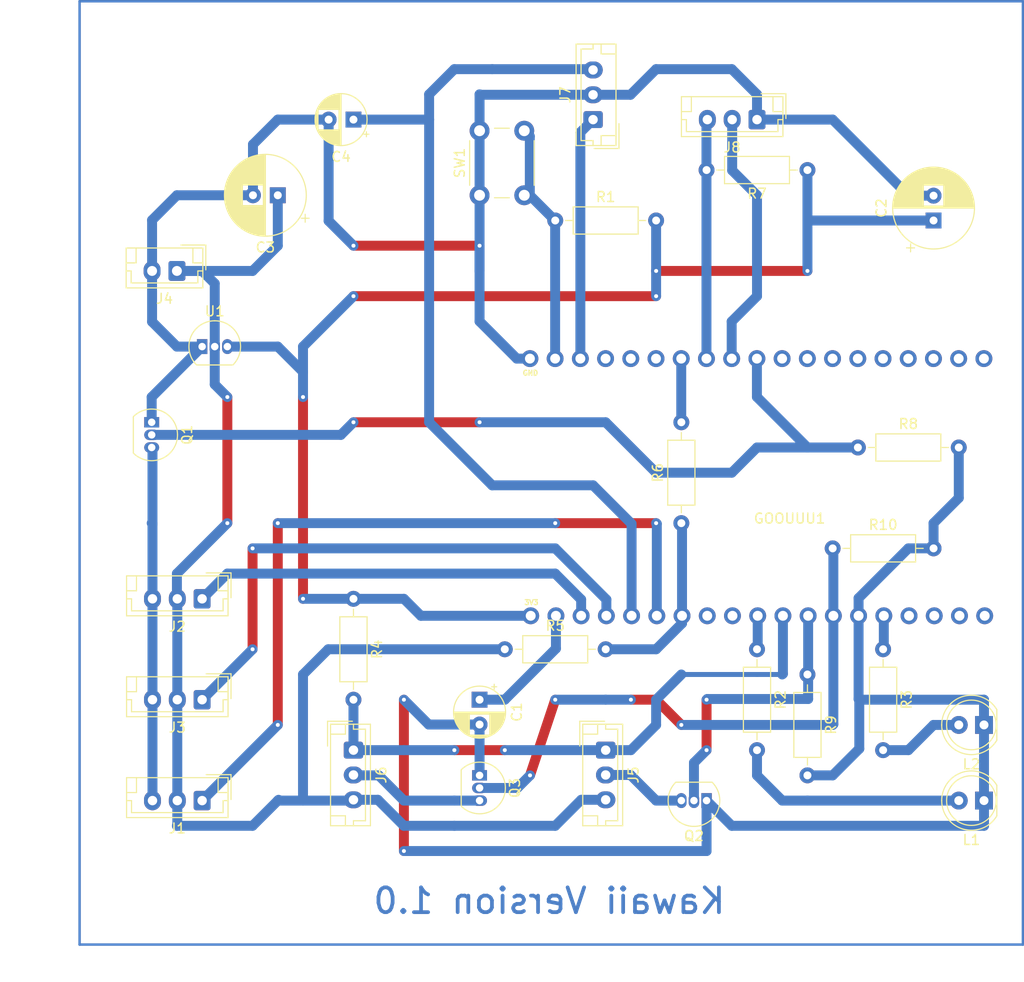
<source format=kicad_pcb>
(kicad_pcb (version 20171130) (host pcbnew "(5.1.7)-1")

  (general
    (thickness 1.6)
    (drawings 3)
    (tracks 249)
    (zones 0)
    (modules 30)
    (nets 43)
  )

  (page A4)
  (layers
    (0 F.Cu signal)
    (31 B.Cu signal)
    (32 B.Adhes user)
    (33 F.Adhes user)
    (34 B.Paste user)
    (35 F.Paste user)
    (36 B.SilkS user)
    (37 F.SilkS user)
    (38 B.Mask user)
    (39 F.Mask user)
    (40 Dwgs.User user)
    (41 Cmts.User user)
    (42 Eco1.User user)
    (43 Eco2.User user)
    (44 Edge.Cuts user)
    (45 Margin user)
    (46 B.CrtYd user)
    (47 F.CrtYd user)
    (48 B.Fab user)
    (49 F.Fab user)
  )

  (setup
    (last_trace_width 0.25)
    (user_trace_width 0.5)
    (user_trace_width 1)
    (trace_clearance 0.2)
    (zone_clearance 0.508)
    (zone_45_only no)
    (trace_min 0.2)
    (via_size 0.8)
    (via_drill 0.4)
    (via_min_size 0.4)
    (via_min_drill 0.3)
    (uvia_size 0.3)
    (uvia_drill 0.1)
    (uvias_allowed no)
    (uvia_min_size 0.2)
    (uvia_min_drill 0.1)
    (edge_width 0.05)
    (segment_width 0.2)
    (pcb_text_width 0.3)
    (pcb_text_size 1.5 1.5)
    (mod_edge_width 0.12)
    (mod_text_size 1 1)
    (mod_text_width 0.15)
    (pad_size 1.524 1.524)
    (pad_drill 0.762)
    (pad_to_mask_clearance 0)
    (aux_axis_origin 0 0)
    (visible_elements 7FFFFFFF)
    (pcbplotparams
      (layerselection 0x010fc_ffffffff)
      (usegerberextensions false)
      (usegerberattributes true)
      (usegerberadvancedattributes true)
      (creategerberjobfile true)
      (excludeedgelayer true)
      (linewidth 0.100000)
      (plotframeref false)
      (viasonmask false)
      (mode 1)
      (useauxorigin false)
      (hpglpennumber 1)
      (hpglpenspeed 20)
      (hpglpendiameter 15.000000)
      (psnegative false)
      (psa4output false)
      (plotreference true)
      (plotvalue true)
      (plotinvisibletext false)
      (padsonsilk false)
      (subtractmaskfromsilk false)
      (outputformat 1)
      (mirror false)
      (drillshape 1)
      (scaleselection 1)
      (outputdirectory ""))
  )

  (net 0 "")
  (net 1 +3V3)
  (net 2 +BATT)
  (net 3 GND)
  (net 4 "Net-(C1-Pad1)")
  (net 5 "Net-(GOOUUU1-Pad17)")
  (net 6 "Net-(GOOUUU1-Pad16)")
  (net 7 "Net-(GOOUUU1-Pad15)")
  (net 8 "Net-(GOOUUU1-Pad13)")
  (net 9 "Net-(GOOUUU1-Pad3)")
  (net 10 "Net-(GOOUUU1-Pad4)")
  (net 11 "Net-(GOOUUU1-Pad18)")
  (net 12 "Net-(GOOUUU1-Pad7)")
  (net 13 "Net-(GOOUUU1-Pad12)")
  (net 14 "Net-(GOOUUU1-Pad11)")
  (net 15 "Net-(GOOUUU1-Pad10)")
  (net 16 "Net-(GOOUUU1-Pad9)")
  (net 17 "Net-(GOOUUU1-Pad8)")
  (net 18 "Net-(GOOUUU1-Pad6)")
  (net 19 "Net-(GOOUUU1-Pad20)")
  (net 20 "Net-(GOOUUU1-Pad21)")
  (net 21 "Net-(GOOUUU1-Pad22)")
  (net 22 "Net-(GOOUUU1-Pad23)")
  (net 23 "Net-(GOOUUU1-Pad24)")
  (net 24 "Net-(GOOUUU1-Pad25)")
  (net 25 "Net-(GOOUUU1-Pad26)")
  (net 26 "Net-(GOOUUU1-Pad27)")
  (net 27 "Net-(GOOUUU1-Pad28)")
  (net 28 "Net-(GOOUUU1-Pad29)")
  (net 29 "Net-(GOOUUU1-Pad30)")
  (net 30 "Net-(GOOUUU1-Pad31)")
  (net 31 "Net-(GOOUUU1-Pad33)")
  (net 32 "Net-(GOOUUU1-Pad34)")
  (net 33 "Net-(GOOUUU1-Pad35)")
  (net 34 "Net-(GOOUUU1-Pad36)")
  (net 35 "Net-(GOOUUU1-Pad37)")
  (net 36 "Net-(J1-Pad3)")
  (net 37 "Net-(J5-Pad2)")
  (net 38 "Net-(J6-Pad2)")
  (net 39 "Net-(L1-Pad2)")
  (net 40 "Net-(L2-Pad2)")
  (net 41 +5V)
  (net 42 "Net-(C4-Pad1)")

  (net_class Default "This is the default net class."
    (clearance 0.2)
    (trace_width 0.25)
    (via_dia 0.8)
    (via_drill 0.4)
    (uvia_dia 0.3)
    (uvia_drill 0.1)
    (add_net +3V3)
    (add_net +5V)
    (add_net +BATT)
    (add_net GND)
    (add_net "Net-(C1-Pad1)")
    (add_net "Net-(C4-Pad1)")
    (add_net "Net-(GOOUUU1-Pad10)")
    (add_net "Net-(GOOUUU1-Pad11)")
    (add_net "Net-(GOOUUU1-Pad12)")
    (add_net "Net-(GOOUUU1-Pad13)")
    (add_net "Net-(GOOUUU1-Pad15)")
    (add_net "Net-(GOOUUU1-Pad16)")
    (add_net "Net-(GOOUUU1-Pad17)")
    (add_net "Net-(GOOUUU1-Pad18)")
    (add_net "Net-(GOOUUU1-Pad20)")
    (add_net "Net-(GOOUUU1-Pad21)")
    (add_net "Net-(GOOUUU1-Pad22)")
    (add_net "Net-(GOOUUU1-Pad23)")
    (add_net "Net-(GOOUUU1-Pad24)")
    (add_net "Net-(GOOUUU1-Pad25)")
    (add_net "Net-(GOOUUU1-Pad26)")
    (add_net "Net-(GOOUUU1-Pad27)")
    (add_net "Net-(GOOUUU1-Pad28)")
    (add_net "Net-(GOOUUU1-Pad29)")
    (add_net "Net-(GOOUUU1-Pad3)")
    (add_net "Net-(GOOUUU1-Pad30)")
    (add_net "Net-(GOOUUU1-Pad31)")
    (add_net "Net-(GOOUUU1-Pad33)")
    (add_net "Net-(GOOUUU1-Pad34)")
    (add_net "Net-(GOOUUU1-Pad35)")
    (add_net "Net-(GOOUUU1-Pad36)")
    (add_net "Net-(GOOUUU1-Pad37)")
    (add_net "Net-(GOOUUU1-Pad4)")
    (add_net "Net-(GOOUUU1-Pad6)")
    (add_net "Net-(GOOUUU1-Pad7)")
    (add_net "Net-(GOOUUU1-Pad8)")
    (add_net "Net-(GOOUUU1-Pad9)")
    (add_net "Net-(J1-Pad3)")
    (add_net "Net-(J5-Pad2)")
    (add_net "Net-(J6-Pad2)")
    (add_net "Net-(L1-Pad2)")
    (add_net "Net-(L2-Pad2)")
  )

  (module Capacitor_THT:CP_Radial_D5.0mm_P2.50mm (layer F.Cu) (tedit 5AE50EF0) (tstamp 5FAEA385)
    (at 182.88 116.84 270)
    (descr "CP, Radial series, Radial, pin pitch=2.50mm, , diameter=5mm, Electrolytic Capacitor")
    (tags "CP Radial series Radial pin pitch 2.50mm  diameter 5mm Electrolytic Capacitor")
    (path /5FAA7D67)
    (fp_text reference C1 (at 1.25 -3.75 270) (layer F.SilkS)
      (effects (font (size 1 1) (thickness 0.15)))
    )
    (fp_text value 1uF (at 1.25 3.75 270) (layer F.Fab)
      (effects (font (size 1 1) (thickness 0.15)))
    )
    (fp_line (start -1.304775 -1.725) (end -1.304775 -1.225) (layer F.SilkS) (width 0.12))
    (fp_line (start -1.554775 -1.475) (end -1.054775 -1.475) (layer F.SilkS) (width 0.12))
    (fp_line (start 3.851 -0.284) (end 3.851 0.284) (layer F.SilkS) (width 0.12))
    (fp_line (start 3.811 -0.518) (end 3.811 0.518) (layer F.SilkS) (width 0.12))
    (fp_line (start 3.771 -0.677) (end 3.771 0.677) (layer F.SilkS) (width 0.12))
    (fp_line (start 3.731 -0.805) (end 3.731 0.805) (layer F.SilkS) (width 0.12))
    (fp_line (start 3.691 -0.915) (end 3.691 0.915) (layer F.SilkS) (width 0.12))
    (fp_line (start 3.651 -1.011) (end 3.651 1.011) (layer F.SilkS) (width 0.12))
    (fp_line (start 3.611 -1.098) (end 3.611 1.098) (layer F.SilkS) (width 0.12))
    (fp_line (start 3.571 -1.178) (end 3.571 1.178) (layer F.SilkS) (width 0.12))
    (fp_line (start 3.531 1.04) (end 3.531 1.251) (layer F.SilkS) (width 0.12))
    (fp_line (start 3.531 -1.251) (end 3.531 -1.04) (layer F.SilkS) (width 0.12))
    (fp_line (start 3.491 1.04) (end 3.491 1.319) (layer F.SilkS) (width 0.12))
    (fp_line (start 3.491 -1.319) (end 3.491 -1.04) (layer F.SilkS) (width 0.12))
    (fp_line (start 3.451 1.04) (end 3.451 1.383) (layer F.SilkS) (width 0.12))
    (fp_line (start 3.451 -1.383) (end 3.451 -1.04) (layer F.SilkS) (width 0.12))
    (fp_line (start 3.411 1.04) (end 3.411 1.443) (layer F.SilkS) (width 0.12))
    (fp_line (start 3.411 -1.443) (end 3.411 -1.04) (layer F.SilkS) (width 0.12))
    (fp_line (start 3.371 1.04) (end 3.371 1.5) (layer F.SilkS) (width 0.12))
    (fp_line (start 3.371 -1.5) (end 3.371 -1.04) (layer F.SilkS) (width 0.12))
    (fp_line (start 3.331 1.04) (end 3.331 1.554) (layer F.SilkS) (width 0.12))
    (fp_line (start 3.331 -1.554) (end 3.331 -1.04) (layer F.SilkS) (width 0.12))
    (fp_line (start 3.291 1.04) (end 3.291 1.605) (layer F.SilkS) (width 0.12))
    (fp_line (start 3.291 -1.605) (end 3.291 -1.04) (layer F.SilkS) (width 0.12))
    (fp_line (start 3.251 1.04) (end 3.251 1.653) (layer F.SilkS) (width 0.12))
    (fp_line (start 3.251 -1.653) (end 3.251 -1.04) (layer F.SilkS) (width 0.12))
    (fp_line (start 3.211 1.04) (end 3.211 1.699) (layer F.SilkS) (width 0.12))
    (fp_line (start 3.211 -1.699) (end 3.211 -1.04) (layer F.SilkS) (width 0.12))
    (fp_line (start 3.171 1.04) (end 3.171 1.743) (layer F.SilkS) (width 0.12))
    (fp_line (start 3.171 -1.743) (end 3.171 -1.04) (layer F.SilkS) (width 0.12))
    (fp_line (start 3.131 1.04) (end 3.131 1.785) (layer F.SilkS) (width 0.12))
    (fp_line (start 3.131 -1.785) (end 3.131 -1.04) (layer F.SilkS) (width 0.12))
    (fp_line (start 3.091 1.04) (end 3.091 1.826) (layer F.SilkS) (width 0.12))
    (fp_line (start 3.091 -1.826) (end 3.091 -1.04) (layer F.SilkS) (width 0.12))
    (fp_line (start 3.051 1.04) (end 3.051 1.864) (layer F.SilkS) (width 0.12))
    (fp_line (start 3.051 -1.864) (end 3.051 -1.04) (layer F.SilkS) (width 0.12))
    (fp_line (start 3.011 1.04) (end 3.011 1.901) (layer F.SilkS) (width 0.12))
    (fp_line (start 3.011 -1.901) (end 3.011 -1.04) (layer F.SilkS) (width 0.12))
    (fp_line (start 2.971 1.04) (end 2.971 1.937) (layer F.SilkS) (width 0.12))
    (fp_line (start 2.971 -1.937) (end 2.971 -1.04) (layer F.SilkS) (width 0.12))
    (fp_line (start 2.931 1.04) (end 2.931 1.971) (layer F.SilkS) (width 0.12))
    (fp_line (start 2.931 -1.971) (end 2.931 -1.04) (layer F.SilkS) (width 0.12))
    (fp_line (start 2.891 1.04) (end 2.891 2.004) (layer F.SilkS) (width 0.12))
    (fp_line (start 2.891 -2.004) (end 2.891 -1.04) (layer F.SilkS) (width 0.12))
    (fp_line (start 2.851 1.04) (end 2.851 2.035) (layer F.SilkS) (width 0.12))
    (fp_line (start 2.851 -2.035) (end 2.851 -1.04) (layer F.SilkS) (width 0.12))
    (fp_line (start 2.811 1.04) (end 2.811 2.065) (layer F.SilkS) (width 0.12))
    (fp_line (start 2.811 -2.065) (end 2.811 -1.04) (layer F.SilkS) (width 0.12))
    (fp_line (start 2.771 1.04) (end 2.771 2.095) (layer F.SilkS) (width 0.12))
    (fp_line (start 2.771 -2.095) (end 2.771 -1.04) (layer F.SilkS) (width 0.12))
    (fp_line (start 2.731 1.04) (end 2.731 2.122) (layer F.SilkS) (width 0.12))
    (fp_line (start 2.731 -2.122) (end 2.731 -1.04) (layer F.SilkS) (width 0.12))
    (fp_line (start 2.691 1.04) (end 2.691 2.149) (layer F.SilkS) (width 0.12))
    (fp_line (start 2.691 -2.149) (end 2.691 -1.04) (layer F.SilkS) (width 0.12))
    (fp_line (start 2.651 1.04) (end 2.651 2.175) (layer F.SilkS) (width 0.12))
    (fp_line (start 2.651 -2.175) (end 2.651 -1.04) (layer F.SilkS) (width 0.12))
    (fp_line (start 2.611 1.04) (end 2.611 2.2) (layer F.SilkS) (width 0.12))
    (fp_line (start 2.611 -2.2) (end 2.611 -1.04) (layer F.SilkS) (width 0.12))
    (fp_line (start 2.571 1.04) (end 2.571 2.224) (layer F.SilkS) (width 0.12))
    (fp_line (start 2.571 -2.224) (end 2.571 -1.04) (layer F.SilkS) (width 0.12))
    (fp_line (start 2.531 1.04) (end 2.531 2.247) (layer F.SilkS) (width 0.12))
    (fp_line (start 2.531 -2.247) (end 2.531 -1.04) (layer F.SilkS) (width 0.12))
    (fp_line (start 2.491 1.04) (end 2.491 2.268) (layer F.SilkS) (width 0.12))
    (fp_line (start 2.491 -2.268) (end 2.491 -1.04) (layer F.SilkS) (width 0.12))
    (fp_line (start 2.451 1.04) (end 2.451 2.29) (layer F.SilkS) (width 0.12))
    (fp_line (start 2.451 -2.29) (end 2.451 -1.04) (layer F.SilkS) (width 0.12))
    (fp_line (start 2.411 1.04) (end 2.411 2.31) (layer F.SilkS) (width 0.12))
    (fp_line (start 2.411 -2.31) (end 2.411 -1.04) (layer F.SilkS) (width 0.12))
    (fp_line (start 2.371 1.04) (end 2.371 2.329) (layer F.SilkS) (width 0.12))
    (fp_line (start 2.371 -2.329) (end 2.371 -1.04) (layer F.SilkS) (width 0.12))
    (fp_line (start 2.331 1.04) (end 2.331 2.348) (layer F.SilkS) (width 0.12))
    (fp_line (start 2.331 -2.348) (end 2.331 -1.04) (layer F.SilkS) (width 0.12))
    (fp_line (start 2.291 1.04) (end 2.291 2.365) (layer F.SilkS) (width 0.12))
    (fp_line (start 2.291 -2.365) (end 2.291 -1.04) (layer F.SilkS) (width 0.12))
    (fp_line (start 2.251 1.04) (end 2.251 2.382) (layer F.SilkS) (width 0.12))
    (fp_line (start 2.251 -2.382) (end 2.251 -1.04) (layer F.SilkS) (width 0.12))
    (fp_line (start 2.211 1.04) (end 2.211 2.398) (layer F.SilkS) (width 0.12))
    (fp_line (start 2.211 -2.398) (end 2.211 -1.04) (layer F.SilkS) (width 0.12))
    (fp_line (start 2.171 1.04) (end 2.171 2.414) (layer F.SilkS) (width 0.12))
    (fp_line (start 2.171 -2.414) (end 2.171 -1.04) (layer F.SilkS) (width 0.12))
    (fp_line (start 2.131 1.04) (end 2.131 2.428) (layer F.SilkS) (width 0.12))
    (fp_line (start 2.131 -2.428) (end 2.131 -1.04) (layer F.SilkS) (width 0.12))
    (fp_line (start 2.091 1.04) (end 2.091 2.442) (layer F.SilkS) (width 0.12))
    (fp_line (start 2.091 -2.442) (end 2.091 -1.04) (layer F.SilkS) (width 0.12))
    (fp_line (start 2.051 1.04) (end 2.051 2.455) (layer F.SilkS) (width 0.12))
    (fp_line (start 2.051 -2.455) (end 2.051 -1.04) (layer F.SilkS) (width 0.12))
    (fp_line (start 2.011 1.04) (end 2.011 2.468) (layer F.SilkS) (width 0.12))
    (fp_line (start 2.011 -2.468) (end 2.011 -1.04) (layer F.SilkS) (width 0.12))
    (fp_line (start 1.971 1.04) (end 1.971 2.48) (layer F.SilkS) (width 0.12))
    (fp_line (start 1.971 -2.48) (end 1.971 -1.04) (layer F.SilkS) (width 0.12))
    (fp_line (start 1.93 1.04) (end 1.93 2.491) (layer F.SilkS) (width 0.12))
    (fp_line (start 1.93 -2.491) (end 1.93 -1.04) (layer F.SilkS) (width 0.12))
    (fp_line (start 1.89 1.04) (end 1.89 2.501) (layer F.SilkS) (width 0.12))
    (fp_line (start 1.89 -2.501) (end 1.89 -1.04) (layer F.SilkS) (width 0.12))
    (fp_line (start 1.85 1.04) (end 1.85 2.511) (layer F.SilkS) (width 0.12))
    (fp_line (start 1.85 -2.511) (end 1.85 -1.04) (layer F.SilkS) (width 0.12))
    (fp_line (start 1.81 1.04) (end 1.81 2.52) (layer F.SilkS) (width 0.12))
    (fp_line (start 1.81 -2.52) (end 1.81 -1.04) (layer F.SilkS) (width 0.12))
    (fp_line (start 1.77 1.04) (end 1.77 2.528) (layer F.SilkS) (width 0.12))
    (fp_line (start 1.77 -2.528) (end 1.77 -1.04) (layer F.SilkS) (width 0.12))
    (fp_line (start 1.73 1.04) (end 1.73 2.536) (layer F.SilkS) (width 0.12))
    (fp_line (start 1.73 -2.536) (end 1.73 -1.04) (layer F.SilkS) (width 0.12))
    (fp_line (start 1.69 1.04) (end 1.69 2.543) (layer F.SilkS) (width 0.12))
    (fp_line (start 1.69 -2.543) (end 1.69 -1.04) (layer F.SilkS) (width 0.12))
    (fp_line (start 1.65 1.04) (end 1.65 2.55) (layer F.SilkS) (width 0.12))
    (fp_line (start 1.65 -2.55) (end 1.65 -1.04) (layer F.SilkS) (width 0.12))
    (fp_line (start 1.61 1.04) (end 1.61 2.556) (layer F.SilkS) (width 0.12))
    (fp_line (start 1.61 -2.556) (end 1.61 -1.04) (layer F.SilkS) (width 0.12))
    (fp_line (start 1.57 1.04) (end 1.57 2.561) (layer F.SilkS) (width 0.12))
    (fp_line (start 1.57 -2.561) (end 1.57 -1.04) (layer F.SilkS) (width 0.12))
    (fp_line (start 1.53 1.04) (end 1.53 2.565) (layer F.SilkS) (width 0.12))
    (fp_line (start 1.53 -2.565) (end 1.53 -1.04) (layer F.SilkS) (width 0.12))
    (fp_line (start 1.49 1.04) (end 1.49 2.569) (layer F.SilkS) (width 0.12))
    (fp_line (start 1.49 -2.569) (end 1.49 -1.04) (layer F.SilkS) (width 0.12))
    (fp_line (start 1.45 -2.573) (end 1.45 2.573) (layer F.SilkS) (width 0.12))
    (fp_line (start 1.41 -2.576) (end 1.41 2.576) (layer F.SilkS) (width 0.12))
    (fp_line (start 1.37 -2.578) (end 1.37 2.578) (layer F.SilkS) (width 0.12))
    (fp_line (start 1.33 -2.579) (end 1.33 2.579) (layer F.SilkS) (width 0.12))
    (fp_line (start 1.29 -2.58) (end 1.29 2.58) (layer F.SilkS) (width 0.12))
    (fp_line (start 1.25 -2.58) (end 1.25 2.58) (layer F.SilkS) (width 0.12))
    (fp_line (start -0.633605 -1.3375) (end -0.633605 -0.8375) (layer F.Fab) (width 0.1))
    (fp_line (start -0.883605 -1.0875) (end -0.383605 -1.0875) (layer F.Fab) (width 0.1))
    (fp_circle (center 1.25 0) (end 4 0) (layer F.CrtYd) (width 0.05))
    (fp_circle (center 1.25 0) (end 3.87 0) (layer F.SilkS) (width 0.12))
    (fp_circle (center 1.25 0) (end 3.75 0) (layer F.Fab) (width 0.1))
    (fp_text user %R (at 1.25 0 270) (layer F.Fab)
      (effects (font (size 1 1) (thickness 0.15)))
    )
    (pad 1 thru_hole rect (at 0 0 270) (size 1.6 1.6) (drill 0.8) (layers *.Cu *.Mask)
      (net 4 "Net-(C1-Pad1)"))
    (pad 2 thru_hole circle (at 2.5 0 270) (size 1.6 1.6) (drill 0.8) (layers *.Cu *.Mask)
      (net 3 GND))
    (model ${KISYS3DMOD}/Capacitor_THT.3dshapes/CP_Radial_D5.0mm_P2.50mm.wrl
      (at (xyz 0 0 0))
      (scale (xyz 1 1 1))
      (rotate (xyz 0 0 0))
    )
  )

  (module Capacitor_THT:CP_Radial_D8.0mm_P2.50mm (layer F.Cu) (tedit 5AE50EF0) (tstamp 5FAEA42E)
    (at 228.6 68.58 90)
    (descr "CP, Radial series, Radial, pin pitch=2.50mm, , diameter=8mm, Electrolytic Capacitor")
    (tags "CP Radial series Radial pin pitch 2.50mm  diameter 8mm Electrolytic Capacitor")
    (path /5FB169F2)
    (fp_text reference C2 (at 1.25 -5.25 90) (layer F.SilkS)
      (effects (font (size 1 1) (thickness 0.15)))
    )
    (fp_text value 1000uF (at 1.25 5.25 90) (layer F.Fab)
      (effects (font (size 1 1) (thickness 0.15)))
    )
    (fp_circle (center 1.25 0) (end 5.25 0) (layer F.Fab) (width 0.1))
    (fp_circle (center 1.25 0) (end 5.37 0) (layer F.SilkS) (width 0.12))
    (fp_circle (center 1.25 0) (end 5.5 0) (layer F.CrtYd) (width 0.05))
    (fp_line (start -2.176759 -1.7475) (end -1.376759 -1.7475) (layer F.Fab) (width 0.1))
    (fp_line (start -1.776759 -2.1475) (end -1.776759 -1.3475) (layer F.Fab) (width 0.1))
    (fp_line (start 1.25 -4.08) (end 1.25 4.08) (layer F.SilkS) (width 0.12))
    (fp_line (start 1.29 -4.08) (end 1.29 4.08) (layer F.SilkS) (width 0.12))
    (fp_line (start 1.33 -4.08) (end 1.33 4.08) (layer F.SilkS) (width 0.12))
    (fp_line (start 1.37 -4.079) (end 1.37 4.079) (layer F.SilkS) (width 0.12))
    (fp_line (start 1.41 -4.077) (end 1.41 4.077) (layer F.SilkS) (width 0.12))
    (fp_line (start 1.45 -4.076) (end 1.45 4.076) (layer F.SilkS) (width 0.12))
    (fp_line (start 1.49 -4.074) (end 1.49 -1.04) (layer F.SilkS) (width 0.12))
    (fp_line (start 1.49 1.04) (end 1.49 4.074) (layer F.SilkS) (width 0.12))
    (fp_line (start 1.53 -4.071) (end 1.53 -1.04) (layer F.SilkS) (width 0.12))
    (fp_line (start 1.53 1.04) (end 1.53 4.071) (layer F.SilkS) (width 0.12))
    (fp_line (start 1.57 -4.068) (end 1.57 -1.04) (layer F.SilkS) (width 0.12))
    (fp_line (start 1.57 1.04) (end 1.57 4.068) (layer F.SilkS) (width 0.12))
    (fp_line (start 1.61 -4.065) (end 1.61 -1.04) (layer F.SilkS) (width 0.12))
    (fp_line (start 1.61 1.04) (end 1.61 4.065) (layer F.SilkS) (width 0.12))
    (fp_line (start 1.65 -4.061) (end 1.65 -1.04) (layer F.SilkS) (width 0.12))
    (fp_line (start 1.65 1.04) (end 1.65 4.061) (layer F.SilkS) (width 0.12))
    (fp_line (start 1.69 -4.057) (end 1.69 -1.04) (layer F.SilkS) (width 0.12))
    (fp_line (start 1.69 1.04) (end 1.69 4.057) (layer F.SilkS) (width 0.12))
    (fp_line (start 1.73 -4.052) (end 1.73 -1.04) (layer F.SilkS) (width 0.12))
    (fp_line (start 1.73 1.04) (end 1.73 4.052) (layer F.SilkS) (width 0.12))
    (fp_line (start 1.77 -4.048) (end 1.77 -1.04) (layer F.SilkS) (width 0.12))
    (fp_line (start 1.77 1.04) (end 1.77 4.048) (layer F.SilkS) (width 0.12))
    (fp_line (start 1.81 -4.042) (end 1.81 -1.04) (layer F.SilkS) (width 0.12))
    (fp_line (start 1.81 1.04) (end 1.81 4.042) (layer F.SilkS) (width 0.12))
    (fp_line (start 1.85 -4.037) (end 1.85 -1.04) (layer F.SilkS) (width 0.12))
    (fp_line (start 1.85 1.04) (end 1.85 4.037) (layer F.SilkS) (width 0.12))
    (fp_line (start 1.89 -4.03) (end 1.89 -1.04) (layer F.SilkS) (width 0.12))
    (fp_line (start 1.89 1.04) (end 1.89 4.03) (layer F.SilkS) (width 0.12))
    (fp_line (start 1.93 -4.024) (end 1.93 -1.04) (layer F.SilkS) (width 0.12))
    (fp_line (start 1.93 1.04) (end 1.93 4.024) (layer F.SilkS) (width 0.12))
    (fp_line (start 1.971 -4.017) (end 1.971 -1.04) (layer F.SilkS) (width 0.12))
    (fp_line (start 1.971 1.04) (end 1.971 4.017) (layer F.SilkS) (width 0.12))
    (fp_line (start 2.011 -4.01) (end 2.011 -1.04) (layer F.SilkS) (width 0.12))
    (fp_line (start 2.011 1.04) (end 2.011 4.01) (layer F.SilkS) (width 0.12))
    (fp_line (start 2.051 -4.002) (end 2.051 -1.04) (layer F.SilkS) (width 0.12))
    (fp_line (start 2.051 1.04) (end 2.051 4.002) (layer F.SilkS) (width 0.12))
    (fp_line (start 2.091 -3.994) (end 2.091 -1.04) (layer F.SilkS) (width 0.12))
    (fp_line (start 2.091 1.04) (end 2.091 3.994) (layer F.SilkS) (width 0.12))
    (fp_line (start 2.131 -3.985) (end 2.131 -1.04) (layer F.SilkS) (width 0.12))
    (fp_line (start 2.131 1.04) (end 2.131 3.985) (layer F.SilkS) (width 0.12))
    (fp_line (start 2.171 -3.976) (end 2.171 -1.04) (layer F.SilkS) (width 0.12))
    (fp_line (start 2.171 1.04) (end 2.171 3.976) (layer F.SilkS) (width 0.12))
    (fp_line (start 2.211 -3.967) (end 2.211 -1.04) (layer F.SilkS) (width 0.12))
    (fp_line (start 2.211 1.04) (end 2.211 3.967) (layer F.SilkS) (width 0.12))
    (fp_line (start 2.251 -3.957) (end 2.251 -1.04) (layer F.SilkS) (width 0.12))
    (fp_line (start 2.251 1.04) (end 2.251 3.957) (layer F.SilkS) (width 0.12))
    (fp_line (start 2.291 -3.947) (end 2.291 -1.04) (layer F.SilkS) (width 0.12))
    (fp_line (start 2.291 1.04) (end 2.291 3.947) (layer F.SilkS) (width 0.12))
    (fp_line (start 2.331 -3.936) (end 2.331 -1.04) (layer F.SilkS) (width 0.12))
    (fp_line (start 2.331 1.04) (end 2.331 3.936) (layer F.SilkS) (width 0.12))
    (fp_line (start 2.371 -3.925) (end 2.371 -1.04) (layer F.SilkS) (width 0.12))
    (fp_line (start 2.371 1.04) (end 2.371 3.925) (layer F.SilkS) (width 0.12))
    (fp_line (start 2.411 -3.914) (end 2.411 -1.04) (layer F.SilkS) (width 0.12))
    (fp_line (start 2.411 1.04) (end 2.411 3.914) (layer F.SilkS) (width 0.12))
    (fp_line (start 2.451 -3.902) (end 2.451 -1.04) (layer F.SilkS) (width 0.12))
    (fp_line (start 2.451 1.04) (end 2.451 3.902) (layer F.SilkS) (width 0.12))
    (fp_line (start 2.491 -3.889) (end 2.491 -1.04) (layer F.SilkS) (width 0.12))
    (fp_line (start 2.491 1.04) (end 2.491 3.889) (layer F.SilkS) (width 0.12))
    (fp_line (start 2.531 -3.877) (end 2.531 -1.04) (layer F.SilkS) (width 0.12))
    (fp_line (start 2.531 1.04) (end 2.531 3.877) (layer F.SilkS) (width 0.12))
    (fp_line (start 2.571 -3.863) (end 2.571 -1.04) (layer F.SilkS) (width 0.12))
    (fp_line (start 2.571 1.04) (end 2.571 3.863) (layer F.SilkS) (width 0.12))
    (fp_line (start 2.611 -3.85) (end 2.611 -1.04) (layer F.SilkS) (width 0.12))
    (fp_line (start 2.611 1.04) (end 2.611 3.85) (layer F.SilkS) (width 0.12))
    (fp_line (start 2.651 -3.835) (end 2.651 -1.04) (layer F.SilkS) (width 0.12))
    (fp_line (start 2.651 1.04) (end 2.651 3.835) (layer F.SilkS) (width 0.12))
    (fp_line (start 2.691 -3.821) (end 2.691 -1.04) (layer F.SilkS) (width 0.12))
    (fp_line (start 2.691 1.04) (end 2.691 3.821) (layer F.SilkS) (width 0.12))
    (fp_line (start 2.731 -3.805) (end 2.731 -1.04) (layer F.SilkS) (width 0.12))
    (fp_line (start 2.731 1.04) (end 2.731 3.805) (layer F.SilkS) (width 0.12))
    (fp_line (start 2.771 -3.79) (end 2.771 -1.04) (layer F.SilkS) (width 0.12))
    (fp_line (start 2.771 1.04) (end 2.771 3.79) (layer F.SilkS) (width 0.12))
    (fp_line (start 2.811 -3.774) (end 2.811 -1.04) (layer F.SilkS) (width 0.12))
    (fp_line (start 2.811 1.04) (end 2.811 3.774) (layer F.SilkS) (width 0.12))
    (fp_line (start 2.851 -3.757) (end 2.851 -1.04) (layer F.SilkS) (width 0.12))
    (fp_line (start 2.851 1.04) (end 2.851 3.757) (layer F.SilkS) (width 0.12))
    (fp_line (start 2.891 -3.74) (end 2.891 -1.04) (layer F.SilkS) (width 0.12))
    (fp_line (start 2.891 1.04) (end 2.891 3.74) (layer F.SilkS) (width 0.12))
    (fp_line (start 2.931 -3.722) (end 2.931 -1.04) (layer F.SilkS) (width 0.12))
    (fp_line (start 2.931 1.04) (end 2.931 3.722) (layer F.SilkS) (width 0.12))
    (fp_line (start 2.971 -3.704) (end 2.971 -1.04) (layer F.SilkS) (width 0.12))
    (fp_line (start 2.971 1.04) (end 2.971 3.704) (layer F.SilkS) (width 0.12))
    (fp_line (start 3.011 -3.686) (end 3.011 -1.04) (layer F.SilkS) (width 0.12))
    (fp_line (start 3.011 1.04) (end 3.011 3.686) (layer F.SilkS) (width 0.12))
    (fp_line (start 3.051 -3.666) (end 3.051 -1.04) (layer F.SilkS) (width 0.12))
    (fp_line (start 3.051 1.04) (end 3.051 3.666) (layer F.SilkS) (width 0.12))
    (fp_line (start 3.091 -3.647) (end 3.091 -1.04) (layer F.SilkS) (width 0.12))
    (fp_line (start 3.091 1.04) (end 3.091 3.647) (layer F.SilkS) (width 0.12))
    (fp_line (start 3.131 -3.627) (end 3.131 -1.04) (layer F.SilkS) (width 0.12))
    (fp_line (start 3.131 1.04) (end 3.131 3.627) (layer F.SilkS) (width 0.12))
    (fp_line (start 3.171 -3.606) (end 3.171 -1.04) (layer F.SilkS) (width 0.12))
    (fp_line (start 3.171 1.04) (end 3.171 3.606) (layer F.SilkS) (width 0.12))
    (fp_line (start 3.211 -3.584) (end 3.211 -1.04) (layer F.SilkS) (width 0.12))
    (fp_line (start 3.211 1.04) (end 3.211 3.584) (layer F.SilkS) (width 0.12))
    (fp_line (start 3.251 -3.562) (end 3.251 -1.04) (layer F.SilkS) (width 0.12))
    (fp_line (start 3.251 1.04) (end 3.251 3.562) (layer F.SilkS) (width 0.12))
    (fp_line (start 3.291 -3.54) (end 3.291 -1.04) (layer F.SilkS) (width 0.12))
    (fp_line (start 3.291 1.04) (end 3.291 3.54) (layer F.SilkS) (width 0.12))
    (fp_line (start 3.331 -3.517) (end 3.331 -1.04) (layer F.SilkS) (width 0.12))
    (fp_line (start 3.331 1.04) (end 3.331 3.517) (layer F.SilkS) (width 0.12))
    (fp_line (start 3.371 -3.493) (end 3.371 -1.04) (layer F.SilkS) (width 0.12))
    (fp_line (start 3.371 1.04) (end 3.371 3.493) (layer F.SilkS) (width 0.12))
    (fp_line (start 3.411 -3.469) (end 3.411 -1.04) (layer F.SilkS) (width 0.12))
    (fp_line (start 3.411 1.04) (end 3.411 3.469) (layer F.SilkS) (width 0.12))
    (fp_line (start 3.451 -3.444) (end 3.451 -1.04) (layer F.SilkS) (width 0.12))
    (fp_line (start 3.451 1.04) (end 3.451 3.444) (layer F.SilkS) (width 0.12))
    (fp_line (start 3.491 -3.418) (end 3.491 -1.04) (layer F.SilkS) (width 0.12))
    (fp_line (start 3.491 1.04) (end 3.491 3.418) (layer F.SilkS) (width 0.12))
    (fp_line (start 3.531 -3.392) (end 3.531 -1.04) (layer F.SilkS) (width 0.12))
    (fp_line (start 3.531 1.04) (end 3.531 3.392) (layer F.SilkS) (width 0.12))
    (fp_line (start 3.571 -3.365) (end 3.571 3.365) (layer F.SilkS) (width 0.12))
    (fp_line (start 3.611 -3.338) (end 3.611 3.338) (layer F.SilkS) (width 0.12))
    (fp_line (start 3.651 -3.309) (end 3.651 3.309) (layer F.SilkS) (width 0.12))
    (fp_line (start 3.691 -3.28) (end 3.691 3.28) (layer F.SilkS) (width 0.12))
    (fp_line (start 3.731 -3.25) (end 3.731 3.25) (layer F.SilkS) (width 0.12))
    (fp_line (start 3.771 -3.22) (end 3.771 3.22) (layer F.SilkS) (width 0.12))
    (fp_line (start 3.811 -3.189) (end 3.811 3.189) (layer F.SilkS) (width 0.12))
    (fp_line (start 3.851 -3.156) (end 3.851 3.156) (layer F.SilkS) (width 0.12))
    (fp_line (start 3.891 -3.124) (end 3.891 3.124) (layer F.SilkS) (width 0.12))
    (fp_line (start 3.931 -3.09) (end 3.931 3.09) (layer F.SilkS) (width 0.12))
    (fp_line (start 3.971 -3.055) (end 3.971 3.055) (layer F.SilkS) (width 0.12))
    (fp_line (start 4.011 -3.019) (end 4.011 3.019) (layer F.SilkS) (width 0.12))
    (fp_line (start 4.051 -2.983) (end 4.051 2.983) (layer F.SilkS) (width 0.12))
    (fp_line (start 4.091 -2.945) (end 4.091 2.945) (layer F.SilkS) (width 0.12))
    (fp_line (start 4.131 -2.907) (end 4.131 2.907) (layer F.SilkS) (width 0.12))
    (fp_line (start 4.171 -2.867) (end 4.171 2.867) (layer F.SilkS) (width 0.12))
    (fp_line (start 4.211 -2.826) (end 4.211 2.826) (layer F.SilkS) (width 0.12))
    (fp_line (start 4.251 -2.784) (end 4.251 2.784) (layer F.SilkS) (width 0.12))
    (fp_line (start 4.291 -2.741) (end 4.291 2.741) (layer F.SilkS) (width 0.12))
    (fp_line (start 4.331 -2.697) (end 4.331 2.697) (layer F.SilkS) (width 0.12))
    (fp_line (start 4.371 -2.651) (end 4.371 2.651) (layer F.SilkS) (width 0.12))
    (fp_line (start 4.411 -2.604) (end 4.411 2.604) (layer F.SilkS) (width 0.12))
    (fp_line (start 4.451 -2.556) (end 4.451 2.556) (layer F.SilkS) (width 0.12))
    (fp_line (start 4.491 -2.505) (end 4.491 2.505) (layer F.SilkS) (width 0.12))
    (fp_line (start 4.531 -2.454) (end 4.531 2.454) (layer F.SilkS) (width 0.12))
    (fp_line (start 4.571 -2.4) (end 4.571 2.4) (layer F.SilkS) (width 0.12))
    (fp_line (start 4.611 -2.345) (end 4.611 2.345) (layer F.SilkS) (width 0.12))
    (fp_line (start 4.651 -2.287) (end 4.651 2.287) (layer F.SilkS) (width 0.12))
    (fp_line (start 4.691 -2.228) (end 4.691 2.228) (layer F.SilkS) (width 0.12))
    (fp_line (start 4.731 -2.166) (end 4.731 2.166) (layer F.SilkS) (width 0.12))
    (fp_line (start 4.771 -2.102) (end 4.771 2.102) (layer F.SilkS) (width 0.12))
    (fp_line (start 4.811 -2.034) (end 4.811 2.034) (layer F.SilkS) (width 0.12))
    (fp_line (start 4.851 -1.964) (end 4.851 1.964) (layer F.SilkS) (width 0.12))
    (fp_line (start 4.891 -1.89) (end 4.891 1.89) (layer F.SilkS) (width 0.12))
    (fp_line (start 4.931 -1.813) (end 4.931 1.813) (layer F.SilkS) (width 0.12))
    (fp_line (start 4.971 -1.731) (end 4.971 1.731) (layer F.SilkS) (width 0.12))
    (fp_line (start 5.011 -1.645) (end 5.011 1.645) (layer F.SilkS) (width 0.12))
    (fp_line (start 5.051 -1.552) (end 5.051 1.552) (layer F.SilkS) (width 0.12))
    (fp_line (start 5.091 -1.453) (end 5.091 1.453) (layer F.SilkS) (width 0.12))
    (fp_line (start 5.131 -1.346) (end 5.131 1.346) (layer F.SilkS) (width 0.12))
    (fp_line (start 5.171 -1.229) (end 5.171 1.229) (layer F.SilkS) (width 0.12))
    (fp_line (start 5.211 -1.098) (end 5.211 1.098) (layer F.SilkS) (width 0.12))
    (fp_line (start 5.251 -0.948) (end 5.251 0.948) (layer F.SilkS) (width 0.12))
    (fp_line (start 5.291 -0.768) (end 5.291 0.768) (layer F.SilkS) (width 0.12))
    (fp_line (start 5.331 -0.533) (end 5.331 0.533) (layer F.SilkS) (width 0.12))
    (fp_line (start -3.159698 -2.315) (end -2.359698 -2.315) (layer F.SilkS) (width 0.12))
    (fp_line (start -2.759698 -2.715) (end -2.759698 -1.915) (layer F.SilkS) (width 0.12))
    (fp_text user %R (at 1.25 0 90) (layer F.Fab)
      (effects (font (size 1 1) (thickness 0.15)))
    )
    (pad 2 thru_hole circle (at 2.5 0 90) (size 1.6 1.6) (drill 0.8) (layers *.Cu *.Mask)
      (net 3 GND))
    (pad 1 thru_hole rect (at 0 0 90) (size 1.6 1.6) (drill 0.8) (layers *.Cu *.Mask)
      (net 1 +3V3))
    (model ${KISYS3DMOD}/Capacitor_THT.3dshapes/CP_Radial_D8.0mm_P2.50mm.wrl
      (at (xyz 0 0 0))
      (scale (xyz 1 1 1))
      (rotate (xyz 0 0 0))
    )
  )

  (module Capacitor_THT:CP_Radial_D8.0mm_P2.50mm (layer F.Cu) (tedit 5AE50EF0) (tstamp 5FAEA4D7)
    (at 162.56 66.04 180)
    (descr "CP, Radial series, Radial, pin pitch=2.50mm, , diameter=8mm, Electrolytic Capacitor")
    (tags "CP Radial series Radial pin pitch 2.50mm  diameter 8mm Electrolytic Capacitor")
    (path /5FB0A621)
    (fp_text reference C3 (at 1.25 -5.25 180) (layer F.SilkS)
      (effects (font (size 1 1) (thickness 0.15)))
    )
    (fp_text value 1000uF (at 1.25 5.25 180) (layer F.Fab)
      (effects (font (size 1 1) (thickness 0.15)))
    )
    (fp_line (start -2.759698 -2.715) (end -2.759698 -1.915) (layer F.SilkS) (width 0.12))
    (fp_line (start -3.159698 -2.315) (end -2.359698 -2.315) (layer F.SilkS) (width 0.12))
    (fp_line (start 5.331 -0.533) (end 5.331 0.533) (layer F.SilkS) (width 0.12))
    (fp_line (start 5.291 -0.768) (end 5.291 0.768) (layer F.SilkS) (width 0.12))
    (fp_line (start 5.251 -0.948) (end 5.251 0.948) (layer F.SilkS) (width 0.12))
    (fp_line (start 5.211 -1.098) (end 5.211 1.098) (layer F.SilkS) (width 0.12))
    (fp_line (start 5.171 -1.229) (end 5.171 1.229) (layer F.SilkS) (width 0.12))
    (fp_line (start 5.131 -1.346) (end 5.131 1.346) (layer F.SilkS) (width 0.12))
    (fp_line (start 5.091 -1.453) (end 5.091 1.453) (layer F.SilkS) (width 0.12))
    (fp_line (start 5.051 -1.552) (end 5.051 1.552) (layer F.SilkS) (width 0.12))
    (fp_line (start 5.011 -1.645) (end 5.011 1.645) (layer F.SilkS) (width 0.12))
    (fp_line (start 4.971 -1.731) (end 4.971 1.731) (layer F.SilkS) (width 0.12))
    (fp_line (start 4.931 -1.813) (end 4.931 1.813) (layer F.SilkS) (width 0.12))
    (fp_line (start 4.891 -1.89) (end 4.891 1.89) (layer F.SilkS) (width 0.12))
    (fp_line (start 4.851 -1.964) (end 4.851 1.964) (layer F.SilkS) (width 0.12))
    (fp_line (start 4.811 -2.034) (end 4.811 2.034) (layer F.SilkS) (width 0.12))
    (fp_line (start 4.771 -2.102) (end 4.771 2.102) (layer F.SilkS) (width 0.12))
    (fp_line (start 4.731 -2.166) (end 4.731 2.166) (layer F.SilkS) (width 0.12))
    (fp_line (start 4.691 -2.228) (end 4.691 2.228) (layer F.SilkS) (width 0.12))
    (fp_line (start 4.651 -2.287) (end 4.651 2.287) (layer F.SilkS) (width 0.12))
    (fp_line (start 4.611 -2.345) (end 4.611 2.345) (layer F.SilkS) (width 0.12))
    (fp_line (start 4.571 -2.4) (end 4.571 2.4) (layer F.SilkS) (width 0.12))
    (fp_line (start 4.531 -2.454) (end 4.531 2.454) (layer F.SilkS) (width 0.12))
    (fp_line (start 4.491 -2.505) (end 4.491 2.505) (layer F.SilkS) (width 0.12))
    (fp_line (start 4.451 -2.556) (end 4.451 2.556) (layer F.SilkS) (width 0.12))
    (fp_line (start 4.411 -2.604) (end 4.411 2.604) (layer F.SilkS) (width 0.12))
    (fp_line (start 4.371 -2.651) (end 4.371 2.651) (layer F.SilkS) (width 0.12))
    (fp_line (start 4.331 -2.697) (end 4.331 2.697) (layer F.SilkS) (width 0.12))
    (fp_line (start 4.291 -2.741) (end 4.291 2.741) (layer F.SilkS) (width 0.12))
    (fp_line (start 4.251 -2.784) (end 4.251 2.784) (layer F.SilkS) (width 0.12))
    (fp_line (start 4.211 -2.826) (end 4.211 2.826) (layer F.SilkS) (width 0.12))
    (fp_line (start 4.171 -2.867) (end 4.171 2.867) (layer F.SilkS) (width 0.12))
    (fp_line (start 4.131 -2.907) (end 4.131 2.907) (layer F.SilkS) (width 0.12))
    (fp_line (start 4.091 -2.945) (end 4.091 2.945) (layer F.SilkS) (width 0.12))
    (fp_line (start 4.051 -2.983) (end 4.051 2.983) (layer F.SilkS) (width 0.12))
    (fp_line (start 4.011 -3.019) (end 4.011 3.019) (layer F.SilkS) (width 0.12))
    (fp_line (start 3.971 -3.055) (end 3.971 3.055) (layer F.SilkS) (width 0.12))
    (fp_line (start 3.931 -3.09) (end 3.931 3.09) (layer F.SilkS) (width 0.12))
    (fp_line (start 3.891 -3.124) (end 3.891 3.124) (layer F.SilkS) (width 0.12))
    (fp_line (start 3.851 -3.156) (end 3.851 3.156) (layer F.SilkS) (width 0.12))
    (fp_line (start 3.811 -3.189) (end 3.811 3.189) (layer F.SilkS) (width 0.12))
    (fp_line (start 3.771 -3.22) (end 3.771 3.22) (layer F.SilkS) (width 0.12))
    (fp_line (start 3.731 -3.25) (end 3.731 3.25) (layer F.SilkS) (width 0.12))
    (fp_line (start 3.691 -3.28) (end 3.691 3.28) (layer F.SilkS) (width 0.12))
    (fp_line (start 3.651 -3.309) (end 3.651 3.309) (layer F.SilkS) (width 0.12))
    (fp_line (start 3.611 -3.338) (end 3.611 3.338) (layer F.SilkS) (width 0.12))
    (fp_line (start 3.571 -3.365) (end 3.571 3.365) (layer F.SilkS) (width 0.12))
    (fp_line (start 3.531 1.04) (end 3.531 3.392) (layer F.SilkS) (width 0.12))
    (fp_line (start 3.531 -3.392) (end 3.531 -1.04) (layer F.SilkS) (width 0.12))
    (fp_line (start 3.491 1.04) (end 3.491 3.418) (layer F.SilkS) (width 0.12))
    (fp_line (start 3.491 -3.418) (end 3.491 -1.04) (layer F.SilkS) (width 0.12))
    (fp_line (start 3.451 1.04) (end 3.451 3.444) (layer F.SilkS) (width 0.12))
    (fp_line (start 3.451 -3.444) (end 3.451 -1.04) (layer F.SilkS) (width 0.12))
    (fp_line (start 3.411 1.04) (end 3.411 3.469) (layer F.SilkS) (width 0.12))
    (fp_line (start 3.411 -3.469) (end 3.411 -1.04) (layer F.SilkS) (width 0.12))
    (fp_line (start 3.371 1.04) (end 3.371 3.493) (layer F.SilkS) (width 0.12))
    (fp_line (start 3.371 -3.493) (end 3.371 -1.04) (layer F.SilkS) (width 0.12))
    (fp_line (start 3.331 1.04) (end 3.331 3.517) (layer F.SilkS) (width 0.12))
    (fp_line (start 3.331 -3.517) (end 3.331 -1.04) (layer F.SilkS) (width 0.12))
    (fp_line (start 3.291 1.04) (end 3.291 3.54) (layer F.SilkS) (width 0.12))
    (fp_line (start 3.291 -3.54) (end 3.291 -1.04) (layer F.SilkS) (width 0.12))
    (fp_line (start 3.251 1.04) (end 3.251 3.562) (layer F.SilkS) (width 0.12))
    (fp_line (start 3.251 -3.562) (end 3.251 -1.04) (layer F.SilkS) (width 0.12))
    (fp_line (start 3.211 1.04) (end 3.211 3.584) (layer F.SilkS) (width 0.12))
    (fp_line (start 3.211 -3.584) (end 3.211 -1.04) (layer F.SilkS) (width 0.12))
    (fp_line (start 3.171 1.04) (end 3.171 3.606) (layer F.SilkS) (width 0.12))
    (fp_line (start 3.171 -3.606) (end 3.171 -1.04) (layer F.SilkS) (width 0.12))
    (fp_line (start 3.131 1.04) (end 3.131 3.627) (layer F.SilkS) (width 0.12))
    (fp_line (start 3.131 -3.627) (end 3.131 -1.04) (layer F.SilkS) (width 0.12))
    (fp_line (start 3.091 1.04) (end 3.091 3.647) (layer F.SilkS) (width 0.12))
    (fp_line (start 3.091 -3.647) (end 3.091 -1.04) (layer F.SilkS) (width 0.12))
    (fp_line (start 3.051 1.04) (end 3.051 3.666) (layer F.SilkS) (width 0.12))
    (fp_line (start 3.051 -3.666) (end 3.051 -1.04) (layer F.SilkS) (width 0.12))
    (fp_line (start 3.011 1.04) (end 3.011 3.686) (layer F.SilkS) (width 0.12))
    (fp_line (start 3.011 -3.686) (end 3.011 -1.04) (layer F.SilkS) (width 0.12))
    (fp_line (start 2.971 1.04) (end 2.971 3.704) (layer F.SilkS) (width 0.12))
    (fp_line (start 2.971 -3.704) (end 2.971 -1.04) (layer F.SilkS) (width 0.12))
    (fp_line (start 2.931 1.04) (end 2.931 3.722) (layer F.SilkS) (width 0.12))
    (fp_line (start 2.931 -3.722) (end 2.931 -1.04) (layer F.SilkS) (width 0.12))
    (fp_line (start 2.891 1.04) (end 2.891 3.74) (layer F.SilkS) (width 0.12))
    (fp_line (start 2.891 -3.74) (end 2.891 -1.04) (layer F.SilkS) (width 0.12))
    (fp_line (start 2.851 1.04) (end 2.851 3.757) (layer F.SilkS) (width 0.12))
    (fp_line (start 2.851 -3.757) (end 2.851 -1.04) (layer F.SilkS) (width 0.12))
    (fp_line (start 2.811 1.04) (end 2.811 3.774) (layer F.SilkS) (width 0.12))
    (fp_line (start 2.811 -3.774) (end 2.811 -1.04) (layer F.SilkS) (width 0.12))
    (fp_line (start 2.771 1.04) (end 2.771 3.79) (layer F.SilkS) (width 0.12))
    (fp_line (start 2.771 -3.79) (end 2.771 -1.04) (layer F.SilkS) (width 0.12))
    (fp_line (start 2.731 1.04) (end 2.731 3.805) (layer F.SilkS) (width 0.12))
    (fp_line (start 2.731 -3.805) (end 2.731 -1.04) (layer F.SilkS) (width 0.12))
    (fp_line (start 2.691 1.04) (end 2.691 3.821) (layer F.SilkS) (width 0.12))
    (fp_line (start 2.691 -3.821) (end 2.691 -1.04) (layer F.SilkS) (width 0.12))
    (fp_line (start 2.651 1.04) (end 2.651 3.835) (layer F.SilkS) (width 0.12))
    (fp_line (start 2.651 -3.835) (end 2.651 -1.04) (layer F.SilkS) (width 0.12))
    (fp_line (start 2.611 1.04) (end 2.611 3.85) (layer F.SilkS) (width 0.12))
    (fp_line (start 2.611 -3.85) (end 2.611 -1.04) (layer F.SilkS) (width 0.12))
    (fp_line (start 2.571 1.04) (end 2.571 3.863) (layer F.SilkS) (width 0.12))
    (fp_line (start 2.571 -3.863) (end 2.571 -1.04) (layer F.SilkS) (width 0.12))
    (fp_line (start 2.531 1.04) (end 2.531 3.877) (layer F.SilkS) (width 0.12))
    (fp_line (start 2.531 -3.877) (end 2.531 -1.04) (layer F.SilkS) (width 0.12))
    (fp_line (start 2.491 1.04) (end 2.491 3.889) (layer F.SilkS) (width 0.12))
    (fp_line (start 2.491 -3.889) (end 2.491 -1.04) (layer F.SilkS) (width 0.12))
    (fp_line (start 2.451 1.04) (end 2.451 3.902) (layer F.SilkS) (width 0.12))
    (fp_line (start 2.451 -3.902) (end 2.451 -1.04) (layer F.SilkS) (width 0.12))
    (fp_line (start 2.411 1.04) (end 2.411 3.914) (layer F.SilkS) (width 0.12))
    (fp_line (start 2.411 -3.914) (end 2.411 -1.04) (layer F.SilkS) (width 0.12))
    (fp_line (start 2.371 1.04) (end 2.371 3.925) (layer F.SilkS) (width 0.12))
    (fp_line (start 2.371 -3.925) (end 2.371 -1.04) (layer F.SilkS) (width 0.12))
    (fp_line (start 2.331 1.04) (end 2.331 3.936) (layer F.SilkS) (width 0.12))
    (fp_line (start 2.331 -3.936) (end 2.331 -1.04) (layer F.SilkS) (width 0.12))
    (fp_line (start 2.291 1.04) (end 2.291 3.947) (layer F.SilkS) (width 0.12))
    (fp_line (start 2.291 -3.947) (end 2.291 -1.04) (layer F.SilkS) (width 0.12))
    (fp_line (start 2.251 1.04) (end 2.251 3.957) (layer F.SilkS) (width 0.12))
    (fp_line (start 2.251 -3.957) (end 2.251 -1.04) (layer F.SilkS) (width 0.12))
    (fp_line (start 2.211 1.04) (end 2.211 3.967) (layer F.SilkS) (width 0.12))
    (fp_line (start 2.211 -3.967) (end 2.211 -1.04) (layer F.SilkS) (width 0.12))
    (fp_line (start 2.171 1.04) (end 2.171 3.976) (layer F.SilkS) (width 0.12))
    (fp_line (start 2.171 -3.976) (end 2.171 -1.04) (layer F.SilkS) (width 0.12))
    (fp_line (start 2.131 1.04) (end 2.131 3.985) (layer F.SilkS) (width 0.12))
    (fp_line (start 2.131 -3.985) (end 2.131 -1.04) (layer F.SilkS) (width 0.12))
    (fp_line (start 2.091 1.04) (end 2.091 3.994) (layer F.SilkS) (width 0.12))
    (fp_line (start 2.091 -3.994) (end 2.091 -1.04) (layer F.SilkS) (width 0.12))
    (fp_line (start 2.051 1.04) (end 2.051 4.002) (layer F.SilkS) (width 0.12))
    (fp_line (start 2.051 -4.002) (end 2.051 -1.04) (layer F.SilkS) (width 0.12))
    (fp_line (start 2.011 1.04) (end 2.011 4.01) (layer F.SilkS) (width 0.12))
    (fp_line (start 2.011 -4.01) (end 2.011 -1.04) (layer F.SilkS) (width 0.12))
    (fp_line (start 1.971 1.04) (end 1.971 4.017) (layer F.SilkS) (width 0.12))
    (fp_line (start 1.971 -4.017) (end 1.971 -1.04) (layer F.SilkS) (width 0.12))
    (fp_line (start 1.93 1.04) (end 1.93 4.024) (layer F.SilkS) (width 0.12))
    (fp_line (start 1.93 -4.024) (end 1.93 -1.04) (layer F.SilkS) (width 0.12))
    (fp_line (start 1.89 1.04) (end 1.89 4.03) (layer F.SilkS) (width 0.12))
    (fp_line (start 1.89 -4.03) (end 1.89 -1.04) (layer F.SilkS) (width 0.12))
    (fp_line (start 1.85 1.04) (end 1.85 4.037) (layer F.SilkS) (width 0.12))
    (fp_line (start 1.85 -4.037) (end 1.85 -1.04) (layer F.SilkS) (width 0.12))
    (fp_line (start 1.81 1.04) (end 1.81 4.042) (layer F.SilkS) (width 0.12))
    (fp_line (start 1.81 -4.042) (end 1.81 -1.04) (layer F.SilkS) (width 0.12))
    (fp_line (start 1.77 1.04) (end 1.77 4.048) (layer F.SilkS) (width 0.12))
    (fp_line (start 1.77 -4.048) (end 1.77 -1.04) (layer F.SilkS) (width 0.12))
    (fp_line (start 1.73 1.04) (end 1.73 4.052) (layer F.SilkS) (width 0.12))
    (fp_line (start 1.73 -4.052) (end 1.73 -1.04) (layer F.SilkS) (width 0.12))
    (fp_line (start 1.69 1.04) (end 1.69 4.057) (layer F.SilkS) (width 0.12))
    (fp_line (start 1.69 -4.057) (end 1.69 -1.04) (layer F.SilkS) (width 0.12))
    (fp_line (start 1.65 1.04) (end 1.65 4.061) (layer F.SilkS) (width 0.12))
    (fp_line (start 1.65 -4.061) (end 1.65 -1.04) (layer F.SilkS) (width 0.12))
    (fp_line (start 1.61 1.04) (end 1.61 4.065) (layer F.SilkS) (width 0.12))
    (fp_line (start 1.61 -4.065) (end 1.61 -1.04) (layer F.SilkS) (width 0.12))
    (fp_line (start 1.57 1.04) (end 1.57 4.068) (layer F.SilkS) (width 0.12))
    (fp_line (start 1.57 -4.068) (end 1.57 -1.04) (layer F.SilkS) (width 0.12))
    (fp_line (start 1.53 1.04) (end 1.53 4.071) (layer F.SilkS) (width 0.12))
    (fp_line (start 1.53 -4.071) (end 1.53 -1.04) (layer F.SilkS) (width 0.12))
    (fp_line (start 1.49 1.04) (end 1.49 4.074) (layer F.SilkS) (width 0.12))
    (fp_line (start 1.49 -4.074) (end 1.49 -1.04) (layer F.SilkS) (width 0.12))
    (fp_line (start 1.45 -4.076) (end 1.45 4.076) (layer F.SilkS) (width 0.12))
    (fp_line (start 1.41 -4.077) (end 1.41 4.077) (layer F.SilkS) (width 0.12))
    (fp_line (start 1.37 -4.079) (end 1.37 4.079) (layer F.SilkS) (width 0.12))
    (fp_line (start 1.33 -4.08) (end 1.33 4.08) (layer F.SilkS) (width 0.12))
    (fp_line (start 1.29 -4.08) (end 1.29 4.08) (layer F.SilkS) (width 0.12))
    (fp_line (start 1.25 -4.08) (end 1.25 4.08) (layer F.SilkS) (width 0.12))
    (fp_line (start -1.776759 -2.1475) (end -1.776759 -1.3475) (layer F.Fab) (width 0.1))
    (fp_line (start -2.176759 -1.7475) (end -1.376759 -1.7475) (layer F.Fab) (width 0.1))
    (fp_circle (center 1.25 0) (end 5.5 0) (layer F.CrtYd) (width 0.05))
    (fp_circle (center 1.25 0) (end 5.37 0) (layer F.SilkS) (width 0.12))
    (fp_circle (center 1.25 0) (end 5.25 0) (layer F.Fab) (width 0.1))
    (fp_text user %R (at 1.25 0 180) (layer F.Fab)
      (effects (font (size 1 1) (thickness 0.15)))
    )
    (pad 1 thru_hole rect (at 0 0 180) (size 1.6 1.6) (drill 0.8) (layers *.Cu *.Mask)
      (net 2 +BATT))
    (pad 2 thru_hole circle (at 2.5 0 180) (size 1.6 1.6) (drill 0.8) (layers *.Cu *.Mask)
      (net 3 GND))
    (model ${KISYS3DMOD}/Capacitor_THT.3dshapes/CP_Radial_D8.0mm_P2.50mm.wrl
      (at (xyz 0 0 0))
      (scale (xyz 1 1 1))
      (rotate (xyz 0 0 0))
    )
  )

  (module Capacitor_THT:CP_Radial_D5.0mm_P2.50mm (layer F.Cu) (tedit 5AE50EF0) (tstamp 5FAEA55B)
    (at 170.18 58.42 180)
    (descr "CP, Radial series, Radial, pin pitch=2.50mm, , diameter=5mm, Electrolytic Capacitor")
    (tags "CP Radial series Radial pin pitch 2.50mm  diameter 5mm Electrolytic Capacitor")
    (path /5FB030F4)
    (fp_text reference C4 (at 1.25 -3.75 180) (layer F.SilkS)
      (effects (font (size 1 1) (thickness 0.15)))
    )
    (fp_text value 4.7uF (at 1.25 3.75 180) (layer F.Fab)
      (effects (font (size 1 1) (thickness 0.15)))
    )
    (fp_circle (center 1.25 0) (end 3.75 0) (layer F.Fab) (width 0.1))
    (fp_circle (center 1.25 0) (end 3.87 0) (layer F.SilkS) (width 0.12))
    (fp_circle (center 1.25 0) (end 4 0) (layer F.CrtYd) (width 0.05))
    (fp_line (start -0.883605 -1.0875) (end -0.383605 -1.0875) (layer F.Fab) (width 0.1))
    (fp_line (start -0.633605 -1.3375) (end -0.633605 -0.8375) (layer F.Fab) (width 0.1))
    (fp_line (start 1.25 -2.58) (end 1.25 2.58) (layer F.SilkS) (width 0.12))
    (fp_line (start 1.29 -2.58) (end 1.29 2.58) (layer F.SilkS) (width 0.12))
    (fp_line (start 1.33 -2.579) (end 1.33 2.579) (layer F.SilkS) (width 0.12))
    (fp_line (start 1.37 -2.578) (end 1.37 2.578) (layer F.SilkS) (width 0.12))
    (fp_line (start 1.41 -2.576) (end 1.41 2.576) (layer F.SilkS) (width 0.12))
    (fp_line (start 1.45 -2.573) (end 1.45 2.573) (layer F.SilkS) (width 0.12))
    (fp_line (start 1.49 -2.569) (end 1.49 -1.04) (layer F.SilkS) (width 0.12))
    (fp_line (start 1.49 1.04) (end 1.49 2.569) (layer F.SilkS) (width 0.12))
    (fp_line (start 1.53 -2.565) (end 1.53 -1.04) (layer F.SilkS) (width 0.12))
    (fp_line (start 1.53 1.04) (end 1.53 2.565) (layer F.SilkS) (width 0.12))
    (fp_line (start 1.57 -2.561) (end 1.57 -1.04) (layer F.SilkS) (width 0.12))
    (fp_line (start 1.57 1.04) (end 1.57 2.561) (layer F.SilkS) (width 0.12))
    (fp_line (start 1.61 -2.556) (end 1.61 -1.04) (layer F.SilkS) (width 0.12))
    (fp_line (start 1.61 1.04) (end 1.61 2.556) (layer F.SilkS) (width 0.12))
    (fp_line (start 1.65 -2.55) (end 1.65 -1.04) (layer F.SilkS) (width 0.12))
    (fp_line (start 1.65 1.04) (end 1.65 2.55) (layer F.SilkS) (width 0.12))
    (fp_line (start 1.69 -2.543) (end 1.69 -1.04) (layer F.SilkS) (width 0.12))
    (fp_line (start 1.69 1.04) (end 1.69 2.543) (layer F.SilkS) (width 0.12))
    (fp_line (start 1.73 -2.536) (end 1.73 -1.04) (layer F.SilkS) (width 0.12))
    (fp_line (start 1.73 1.04) (end 1.73 2.536) (layer F.SilkS) (width 0.12))
    (fp_line (start 1.77 -2.528) (end 1.77 -1.04) (layer F.SilkS) (width 0.12))
    (fp_line (start 1.77 1.04) (end 1.77 2.528) (layer F.SilkS) (width 0.12))
    (fp_line (start 1.81 -2.52) (end 1.81 -1.04) (layer F.SilkS) (width 0.12))
    (fp_line (start 1.81 1.04) (end 1.81 2.52) (layer F.SilkS) (width 0.12))
    (fp_line (start 1.85 -2.511) (end 1.85 -1.04) (layer F.SilkS) (width 0.12))
    (fp_line (start 1.85 1.04) (end 1.85 2.511) (layer F.SilkS) (width 0.12))
    (fp_line (start 1.89 -2.501) (end 1.89 -1.04) (layer F.SilkS) (width 0.12))
    (fp_line (start 1.89 1.04) (end 1.89 2.501) (layer F.SilkS) (width 0.12))
    (fp_line (start 1.93 -2.491) (end 1.93 -1.04) (layer F.SilkS) (width 0.12))
    (fp_line (start 1.93 1.04) (end 1.93 2.491) (layer F.SilkS) (width 0.12))
    (fp_line (start 1.971 -2.48) (end 1.971 -1.04) (layer F.SilkS) (width 0.12))
    (fp_line (start 1.971 1.04) (end 1.971 2.48) (layer F.SilkS) (width 0.12))
    (fp_line (start 2.011 -2.468) (end 2.011 -1.04) (layer F.SilkS) (width 0.12))
    (fp_line (start 2.011 1.04) (end 2.011 2.468) (layer F.SilkS) (width 0.12))
    (fp_line (start 2.051 -2.455) (end 2.051 -1.04) (layer F.SilkS) (width 0.12))
    (fp_line (start 2.051 1.04) (end 2.051 2.455) (layer F.SilkS) (width 0.12))
    (fp_line (start 2.091 -2.442) (end 2.091 -1.04) (layer F.SilkS) (width 0.12))
    (fp_line (start 2.091 1.04) (end 2.091 2.442) (layer F.SilkS) (width 0.12))
    (fp_line (start 2.131 -2.428) (end 2.131 -1.04) (layer F.SilkS) (width 0.12))
    (fp_line (start 2.131 1.04) (end 2.131 2.428) (layer F.SilkS) (width 0.12))
    (fp_line (start 2.171 -2.414) (end 2.171 -1.04) (layer F.SilkS) (width 0.12))
    (fp_line (start 2.171 1.04) (end 2.171 2.414) (layer F.SilkS) (width 0.12))
    (fp_line (start 2.211 -2.398) (end 2.211 -1.04) (layer F.SilkS) (width 0.12))
    (fp_line (start 2.211 1.04) (end 2.211 2.398) (layer F.SilkS) (width 0.12))
    (fp_line (start 2.251 -2.382) (end 2.251 -1.04) (layer F.SilkS) (width 0.12))
    (fp_line (start 2.251 1.04) (end 2.251 2.382) (layer F.SilkS) (width 0.12))
    (fp_line (start 2.291 -2.365) (end 2.291 -1.04) (layer F.SilkS) (width 0.12))
    (fp_line (start 2.291 1.04) (end 2.291 2.365) (layer F.SilkS) (width 0.12))
    (fp_line (start 2.331 -2.348) (end 2.331 -1.04) (layer F.SilkS) (width 0.12))
    (fp_line (start 2.331 1.04) (end 2.331 2.348) (layer F.SilkS) (width 0.12))
    (fp_line (start 2.371 -2.329) (end 2.371 -1.04) (layer F.SilkS) (width 0.12))
    (fp_line (start 2.371 1.04) (end 2.371 2.329) (layer F.SilkS) (width 0.12))
    (fp_line (start 2.411 -2.31) (end 2.411 -1.04) (layer F.SilkS) (width 0.12))
    (fp_line (start 2.411 1.04) (end 2.411 2.31) (layer F.SilkS) (width 0.12))
    (fp_line (start 2.451 -2.29) (end 2.451 -1.04) (layer F.SilkS) (width 0.12))
    (fp_line (start 2.451 1.04) (end 2.451 2.29) (layer F.SilkS) (width 0.12))
    (fp_line (start 2.491 -2.268) (end 2.491 -1.04) (layer F.SilkS) (width 0.12))
    (fp_line (start 2.491 1.04) (end 2.491 2.268) (layer F.SilkS) (width 0.12))
    (fp_line (start 2.531 -2.247) (end 2.531 -1.04) (layer F.SilkS) (width 0.12))
    (fp_line (start 2.531 1.04) (end 2.531 2.247) (layer F.SilkS) (width 0.12))
    (fp_line (start 2.571 -2.224) (end 2.571 -1.04) (layer F.SilkS) (width 0.12))
    (fp_line (start 2.571 1.04) (end 2.571 2.224) (layer F.SilkS) (width 0.12))
    (fp_line (start 2.611 -2.2) (end 2.611 -1.04) (layer F.SilkS) (width 0.12))
    (fp_line (start 2.611 1.04) (end 2.611 2.2) (layer F.SilkS) (width 0.12))
    (fp_line (start 2.651 -2.175) (end 2.651 -1.04) (layer F.SilkS) (width 0.12))
    (fp_line (start 2.651 1.04) (end 2.651 2.175) (layer F.SilkS) (width 0.12))
    (fp_line (start 2.691 -2.149) (end 2.691 -1.04) (layer F.SilkS) (width 0.12))
    (fp_line (start 2.691 1.04) (end 2.691 2.149) (layer F.SilkS) (width 0.12))
    (fp_line (start 2.731 -2.122) (end 2.731 -1.04) (layer F.SilkS) (width 0.12))
    (fp_line (start 2.731 1.04) (end 2.731 2.122) (layer F.SilkS) (width 0.12))
    (fp_line (start 2.771 -2.095) (end 2.771 -1.04) (layer F.SilkS) (width 0.12))
    (fp_line (start 2.771 1.04) (end 2.771 2.095) (layer F.SilkS) (width 0.12))
    (fp_line (start 2.811 -2.065) (end 2.811 -1.04) (layer F.SilkS) (width 0.12))
    (fp_line (start 2.811 1.04) (end 2.811 2.065) (layer F.SilkS) (width 0.12))
    (fp_line (start 2.851 -2.035) (end 2.851 -1.04) (layer F.SilkS) (width 0.12))
    (fp_line (start 2.851 1.04) (end 2.851 2.035) (layer F.SilkS) (width 0.12))
    (fp_line (start 2.891 -2.004) (end 2.891 -1.04) (layer F.SilkS) (width 0.12))
    (fp_line (start 2.891 1.04) (end 2.891 2.004) (layer F.SilkS) (width 0.12))
    (fp_line (start 2.931 -1.971) (end 2.931 -1.04) (layer F.SilkS) (width 0.12))
    (fp_line (start 2.931 1.04) (end 2.931 1.971) (layer F.SilkS) (width 0.12))
    (fp_line (start 2.971 -1.937) (end 2.971 -1.04) (layer F.SilkS) (width 0.12))
    (fp_line (start 2.971 1.04) (end 2.971 1.937) (layer F.SilkS) (width 0.12))
    (fp_line (start 3.011 -1.901) (end 3.011 -1.04) (layer F.SilkS) (width 0.12))
    (fp_line (start 3.011 1.04) (end 3.011 1.901) (layer F.SilkS) (width 0.12))
    (fp_line (start 3.051 -1.864) (end 3.051 -1.04) (layer F.SilkS) (width 0.12))
    (fp_line (start 3.051 1.04) (end 3.051 1.864) (layer F.SilkS) (width 0.12))
    (fp_line (start 3.091 -1.826) (end 3.091 -1.04) (layer F.SilkS) (width 0.12))
    (fp_line (start 3.091 1.04) (end 3.091 1.826) (layer F.SilkS) (width 0.12))
    (fp_line (start 3.131 -1.785) (end 3.131 -1.04) (layer F.SilkS) (width 0.12))
    (fp_line (start 3.131 1.04) (end 3.131 1.785) (layer F.SilkS) (width 0.12))
    (fp_line (start 3.171 -1.743) (end 3.171 -1.04) (layer F.SilkS) (width 0.12))
    (fp_line (start 3.171 1.04) (end 3.171 1.743) (layer F.SilkS) (width 0.12))
    (fp_line (start 3.211 -1.699) (end 3.211 -1.04) (layer F.SilkS) (width 0.12))
    (fp_line (start 3.211 1.04) (end 3.211 1.699) (layer F.SilkS) (width 0.12))
    (fp_line (start 3.251 -1.653) (end 3.251 -1.04) (layer F.SilkS) (width 0.12))
    (fp_line (start 3.251 1.04) (end 3.251 1.653) (layer F.SilkS) (width 0.12))
    (fp_line (start 3.291 -1.605) (end 3.291 -1.04) (layer F.SilkS) (width 0.12))
    (fp_line (start 3.291 1.04) (end 3.291 1.605) (layer F.SilkS) (width 0.12))
    (fp_line (start 3.331 -1.554) (end 3.331 -1.04) (layer F.SilkS) (width 0.12))
    (fp_line (start 3.331 1.04) (end 3.331 1.554) (layer F.SilkS) (width 0.12))
    (fp_line (start 3.371 -1.5) (end 3.371 -1.04) (layer F.SilkS) (width 0.12))
    (fp_line (start 3.371 1.04) (end 3.371 1.5) (layer F.SilkS) (width 0.12))
    (fp_line (start 3.411 -1.443) (end 3.411 -1.04) (layer F.SilkS) (width 0.12))
    (fp_line (start 3.411 1.04) (end 3.411 1.443) (layer F.SilkS) (width 0.12))
    (fp_line (start 3.451 -1.383) (end 3.451 -1.04) (layer F.SilkS) (width 0.12))
    (fp_line (start 3.451 1.04) (end 3.451 1.383) (layer F.SilkS) (width 0.12))
    (fp_line (start 3.491 -1.319) (end 3.491 -1.04) (layer F.SilkS) (width 0.12))
    (fp_line (start 3.491 1.04) (end 3.491 1.319) (layer F.SilkS) (width 0.12))
    (fp_line (start 3.531 -1.251) (end 3.531 -1.04) (layer F.SilkS) (width 0.12))
    (fp_line (start 3.531 1.04) (end 3.531 1.251) (layer F.SilkS) (width 0.12))
    (fp_line (start 3.571 -1.178) (end 3.571 1.178) (layer F.SilkS) (width 0.12))
    (fp_line (start 3.611 -1.098) (end 3.611 1.098) (layer F.SilkS) (width 0.12))
    (fp_line (start 3.651 -1.011) (end 3.651 1.011) (layer F.SilkS) (width 0.12))
    (fp_line (start 3.691 -0.915) (end 3.691 0.915) (layer F.SilkS) (width 0.12))
    (fp_line (start 3.731 -0.805) (end 3.731 0.805) (layer F.SilkS) (width 0.12))
    (fp_line (start 3.771 -0.677) (end 3.771 0.677) (layer F.SilkS) (width 0.12))
    (fp_line (start 3.811 -0.518) (end 3.811 0.518) (layer F.SilkS) (width 0.12))
    (fp_line (start 3.851 -0.284) (end 3.851 0.284) (layer F.SilkS) (width 0.12))
    (fp_line (start -1.554775 -1.475) (end -1.054775 -1.475) (layer F.SilkS) (width 0.12))
    (fp_line (start -1.304775 -1.725) (end -1.304775 -1.225) (layer F.SilkS) (width 0.12))
    (fp_text user %R (at 1.25 0 180) (layer F.Fab)
      (effects (font (size 1 1) (thickness 0.15)))
    )
    (pad 2 thru_hole circle (at 2.5 0 180) (size 1.6 1.6) (drill 0.8) (layers *.Cu *.Mask)
      (net 3 GND))
    (pad 1 thru_hole rect (at 0 0 180) (size 1.6 1.6) (drill 0.8) (layers *.Cu *.Mask)
      (net 42 "Net-(C4-Pad1)"))
    (model ${KISYS3DMOD}/Capacitor_THT.3dshapes/CP_Radial_D5.0mm_P2.50mm.wrl
      (at (xyz 0 0 0))
      (scale (xyz 1 1 1))
      (rotate (xyz 0 0 0))
    )
  )

  (module ESP32:esp32 (layer F.Cu) (tedit 5FAE6A6A) (tstamp 5FAEA58C)
    (at 179.9 109.44)
    (path /5FA8817B)
    (fp_text reference GOOUUU1 (at 34.2 -10.85) (layer F.SilkS)
      (effects (font (size 1 1) (thickness 0.15)))
    )
    (fp_text value ESP32 (at 34.2 -13.6) (layer F.Fab)
      (effects (font (size 1 1) (thickness 0.15)))
    )
    (fp_line (start 7.1 -26.8) (end 7.1 -1.3) (layer Dwgs.User) (width 0.12))
    (fp_line (start 55 0) (end 55 -28) (layer Dwgs.User) (width 0.12))
    (fp_line (start 0 -28) (end 0 0) (layer Dwgs.User) (width 0.12))
    (fp_line (start 0 0) (end 55 0) (layer Dwgs.User) (width 0.12))
    (fp_line (start 55 -28) (end 0 -28) (layer Dwgs.User) (width 0.12))
    (fp_text user GND (at 8.1 -25.5) (layer F.SilkS)
      (effects (font (size 0.5 0.5) (thickness 0.125)))
    )
    (fp_text user 3V3 (at 8.2 -2.4) (layer F.SilkS)
      (effects (font (size 0.5 0.5) (thickness 0.125)))
    )
    (pad 19 thru_hole circle (at 53.85 -1.05) (size 1.7 1.7) (drill 1) (layers *.Cu *.Mask)
      (net 41 +5V))
    (pad 17 thru_hole circle (at 48.77 -1.05) (size 1.7 1.7) (drill 1) (layers *.Cu *.Mask)
      (net 5 "Net-(GOOUUU1-Pad17)"))
    (pad 16 thru_hole circle (at 46.23 -1.05) (size 1.7 1.7) (drill 1) (layers *.Cu *.Mask)
      (net 6 "Net-(GOOUUU1-Pad16)"))
    (pad 15 thru_hole circle (at 43.69 -1.05) (size 1.7 1.7) (drill 1) (layers *.Cu *.Mask)
      (net 7 "Net-(GOOUUU1-Pad15)"))
    (pad 14 thru_hole circle (at 41.15 -1.05) (size 1.7 1.7) (drill 1) (layers *.Cu *.Mask)
      (net 3 GND))
    (pad 13 thru_hole circle (at 38.61 -1.05) (size 1.7 1.7) (drill 1) (layers *.Cu *.Mask)
      (net 8 "Net-(GOOUUU1-Pad13)"))
    (pad 1 thru_hole circle (at 8.13 -1.05) (size 1.7 1.7) (drill 1) (layers *.Cu *.Mask)
      (net 1 +3V3))
    (pad 2 thru_hole circle (at 10.67 -1.05) (size 1.7 1.7) (drill 1) (layers *.Cu *.Mask)
      (net 4 "Net-(C1-Pad1)"))
    (pad 3 thru_hole circle (at 13.21 -1.05) (size 1.7 1.7) (drill 1) (layers *.Cu *.Mask)
      (net 9 "Net-(GOOUUU1-Pad3)"))
    (pad 4 thru_hole circle (at 15.75 -1.05) (size 1.7 1.7) (drill 1) (layers *.Cu *.Mask)
      (net 10 "Net-(GOOUUU1-Pad4)"))
    (pad 18 thru_hole circle (at 51.31 -1.05) (size 1.7 1.7) (drill 1) (layers *.Cu *.Mask)
      (net 11 "Net-(GOOUUU1-Pad18)"))
    (pad 7 thru_hole circle (at 23.37 -1.05) (size 1.7 1.7) (drill 1) (layers *.Cu *.Mask)
      (net 12 "Net-(GOOUUU1-Pad7)"))
    (pad 5 thru_hole circle (at 18.29 -1.05) (size 1.7 1.7) (drill 1) (layers *.Cu *.Mask)
      (net 42 "Net-(C4-Pad1)"))
    (pad 12 thru_hole circle (at 36.07 -1.05) (size 1.7 1.7) (drill 1) (layers *.Cu *.Mask)
      (net 13 "Net-(GOOUUU1-Pad12)"))
    (pad 11 thru_hole circle (at 33.53 -1.05) (size 1.7 1.7) (drill 1) (layers *.Cu *.Mask)
      (net 14 "Net-(GOOUUU1-Pad11)"))
    (pad 10 thru_hole circle (at 30.99 -1.05) (size 1.7 1.7) (drill 1) (layers *.Cu *.Mask)
      (net 15 "Net-(GOOUUU1-Pad10)"))
    (pad 9 thru_hole circle (at 28.45 -1.05) (size 1.7 1.7) (drill 1) (layers *.Cu *.Mask)
      (net 16 "Net-(GOOUUU1-Pad9)"))
    (pad 8 thru_hole circle (at 25.91 -1.05) (size 1.7 1.7) (drill 1) (layers *.Cu *.Mask)
      (net 17 "Net-(GOOUUU1-Pad8)"))
    (pad 6 thru_hole circle (at 20.83 -1.05) (size 1.7 1.7) (drill 1) (layers *.Cu *.Mask)
      (net 18 "Net-(GOOUUU1-Pad6)"))
    (pad 20 thru_hole circle (at 53.77 -26.95) (size 1.7 1.7) (drill 1) (layers *.Cu *.Mask)
      (net 19 "Net-(GOOUUU1-Pad20)"))
    (pad 21 thru_hole circle (at 51.23 -26.95) (size 1.7 1.7) (drill 1) (layers *.Cu *.Mask)
      (net 20 "Net-(GOOUUU1-Pad21)"))
    (pad 22 thru_hole circle (at 48.69 -26.95) (size 1.7 1.7) (drill 1) (layers *.Cu *.Mask)
      (net 21 "Net-(GOOUUU1-Pad22)"))
    (pad 23 thru_hole circle (at 46.15 -26.95) (size 1.7 1.7) (drill 1) (layers *.Cu *.Mask)
      (net 22 "Net-(GOOUUU1-Pad23)"))
    (pad 24 thru_hole circle (at 43.61 -26.95) (size 1.7 1.7) (drill 1) (layers *.Cu *.Mask)
      (net 23 "Net-(GOOUUU1-Pad24)"))
    (pad 25 thru_hole circle (at 41.07 -26.95) (size 1.7 1.7) (drill 1) (layers *.Cu *.Mask)
      (net 24 "Net-(GOOUUU1-Pad25)"))
    (pad 26 thru_hole circle (at 38.53 -26.95) (size 1.7 1.7) (drill 1) (layers *.Cu *.Mask)
      (net 25 "Net-(GOOUUU1-Pad26)"))
    (pad 27 thru_hole circle (at 35.99 -26.95) (size 1.7 1.7) (drill 1) (layers *.Cu *.Mask)
      (net 26 "Net-(GOOUUU1-Pad27)"))
    (pad 28 thru_hole circle (at 33.45 -26.95) (size 1.7 1.7) (drill 1) (layers *.Cu *.Mask)
      (net 27 "Net-(GOOUUU1-Pad28)"))
    (pad 29 thru_hole circle (at 30.91 -26.95) (size 1.7 1.7) (drill 1) (layers *.Cu *.Mask)
      (net 28 "Net-(GOOUUU1-Pad29)"))
    (pad 30 thru_hole circle (at 28.37 -26.95) (size 1.7 1.7) (drill 1) (layers *.Cu *.Mask)
      (net 29 "Net-(GOOUUU1-Pad30)"))
    (pad 31 thru_hole circle (at 25.83 -26.95) (size 1.7 1.7) (drill 1) (layers *.Cu *.Mask)
      (net 30 "Net-(GOOUUU1-Pad31)"))
    (pad 32 thru_hole circle (at 23.29 -26.95) (size 1.7 1.7) (drill 1) (layers *.Cu *.Mask)
      (net 3 GND))
    (pad 33 thru_hole circle (at 20.75 -26.95) (size 1.7 1.7) (drill 1) (layers *.Cu *.Mask)
      (net 31 "Net-(GOOUUU1-Pad33)"))
    (pad 34 thru_hole circle (at 18.21 -26.95) (size 1.7 1.7) (drill 1) (layers *.Cu *.Mask)
      (net 32 "Net-(GOOUUU1-Pad34)"))
    (pad 35 thru_hole circle (at 15.67 -26.95) (size 1.7 1.7) (drill 1) (layers *.Cu *.Mask)
      (net 33 "Net-(GOOUUU1-Pad35)"))
    (pad 36 thru_hole circle (at 13.13 -26.95) (size 1.7 1.7) (drill 1) (layers *.Cu *.Mask)
      (net 34 "Net-(GOOUUU1-Pad36)"))
    (pad 37 thru_hole circle (at 10.59 -26.95) (size 1.7 1.7) (drill 1) (layers *.Cu *.Mask)
      (net 35 "Net-(GOOUUU1-Pad37)"))
    (pad 38 thru_hole circle (at 8.05 -26.95) (size 1.7 1.7) (drill 1) (layers *.Cu *.Mask)
      (net 3 GND))
  )

  (module Connector_JST:JST_EH_B3B-EH-A_1x03_P2.50mm_Vertical (layer F.Cu) (tedit 5C28142C) (tstamp 5FAEA5AD)
    (at 154.94 127 180)
    (descr "JST EH series connector, B3B-EH-A (http://www.jst-mfg.com/product/pdf/eng/eEH.pdf), generated with kicad-footprint-generator")
    (tags "connector JST EH vertical")
    (path /5FAB23F6)
    (fp_text reference J1 (at 2.5 -2.8 180) (layer F.SilkS)
      (effects (font (size 1 1) (thickness 0.15)))
    )
    (fp_text value EC1 (at 2.5 3.4 180) (layer F.Fab)
      (effects (font (size 1 1) (thickness 0.15)))
    )
    (fp_line (start -2.91 2.61) (end -0.41 2.61) (layer F.Fab) (width 0.1))
    (fp_line (start -2.91 0.11) (end -2.91 2.61) (layer F.Fab) (width 0.1))
    (fp_line (start -2.91 2.61) (end -0.41 2.61) (layer F.SilkS) (width 0.12))
    (fp_line (start -2.91 0.11) (end -2.91 2.61) (layer F.SilkS) (width 0.12))
    (fp_line (start 6.61 0.81) (end 6.61 2.31) (layer F.SilkS) (width 0.12))
    (fp_line (start 7.61 0.81) (end 6.61 0.81) (layer F.SilkS) (width 0.12))
    (fp_line (start -1.61 0.81) (end -1.61 2.31) (layer F.SilkS) (width 0.12))
    (fp_line (start -2.61 0.81) (end -1.61 0.81) (layer F.SilkS) (width 0.12))
    (fp_line (start 7.11 0) (end 7.61 0) (layer F.SilkS) (width 0.12))
    (fp_line (start 7.11 -1.21) (end 7.11 0) (layer F.SilkS) (width 0.12))
    (fp_line (start -2.11 -1.21) (end 7.11 -1.21) (layer F.SilkS) (width 0.12))
    (fp_line (start -2.11 0) (end -2.11 -1.21) (layer F.SilkS) (width 0.12))
    (fp_line (start -2.61 0) (end -2.11 0) (layer F.SilkS) (width 0.12))
    (fp_line (start 7.61 -1.71) (end -2.61 -1.71) (layer F.SilkS) (width 0.12))
    (fp_line (start 7.61 2.31) (end 7.61 -1.71) (layer F.SilkS) (width 0.12))
    (fp_line (start -2.61 2.31) (end 7.61 2.31) (layer F.SilkS) (width 0.12))
    (fp_line (start -2.61 -1.71) (end -2.61 2.31) (layer F.SilkS) (width 0.12))
    (fp_line (start 8 -2.1) (end -3 -2.1) (layer F.CrtYd) (width 0.05))
    (fp_line (start 8 2.7) (end 8 -2.1) (layer F.CrtYd) (width 0.05))
    (fp_line (start -3 2.7) (end 8 2.7) (layer F.CrtYd) (width 0.05))
    (fp_line (start -3 -2.1) (end -3 2.7) (layer F.CrtYd) (width 0.05))
    (fp_line (start 7.5 -1.6) (end -2.5 -1.6) (layer F.Fab) (width 0.1))
    (fp_line (start 7.5 2.2) (end 7.5 -1.6) (layer F.Fab) (width 0.1))
    (fp_line (start -2.5 2.2) (end 7.5 2.2) (layer F.Fab) (width 0.1))
    (fp_line (start -2.5 -1.6) (end -2.5 2.2) (layer F.Fab) (width 0.1))
    (fp_text user %R (at 2.5 1.5 180) (layer F.Fab)
      (effects (font (size 1 1) (thickness 0.15)))
    )
    (pad 1 thru_hole roundrect (at 0 0 180) (size 1.7 1.95) (drill 0.95) (layers *.Cu *.Mask) (roundrect_rratio 0.147059)
      (net 18 "Net-(GOOUUU1-Pad6)"))
    (pad 2 thru_hole oval (at 2.5 0 180) (size 1.7 1.95) (drill 0.95) (layers *.Cu *.Mask)
      (net 2 +BATT))
    (pad 3 thru_hole oval (at 5 0 180) (size 1.7 1.95) (drill 0.95) (layers *.Cu *.Mask)
      (net 36 "Net-(J1-Pad3)"))
    (model ${KISYS3DMOD}/Connector_JST.3dshapes/JST_EH_B3B-EH-A_1x03_P2.50mm_Vertical.wrl
      (at (xyz 0 0 0))
      (scale (xyz 1 1 1))
      (rotate (xyz 0 0 0))
    )
  )

  (module Connector_JST:JST_EH_B3B-EH-A_1x03_P2.50mm_Vertical (layer F.Cu) (tedit 5C28142C) (tstamp 5FAEA5CE)
    (at 154.94 106.68 180)
    (descr "JST EH series connector, B3B-EH-A (http://www.jst-mfg.com/product/pdf/eng/eEH.pdf), generated with kicad-footprint-generator")
    (tags "connector JST EH vertical")
    (path /5FABC906)
    (fp_text reference J2 (at 2.5 -2.8 180) (layer F.SilkS)
      (effects (font (size 1 1) (thickness 0.15)))
    )
    (fp_text value EC2 (at 2.5 3.4 180) (layer F.Fab)
      (effects (font (size 1 1) (thickness 0.15)))
    )
    (fp_line (start -2.5 -1.6) (end -2.5 2.2) (layer F.Fab) (width 0.1))
    (fp_line (start -2.5 2.2) (end 7.5 2.2) (layer F.Fab) (width 0.1))
    (fp_line (start 7.5 2.2) (end 7.5 -1.6) (layer F.Fab) (width 0.1))
    (fp_line (start 7.5 -1.6) (end -2.5 -1.6) (layer F.Fab) (width 0.1))
    (fp_line (start -3 -2.1) (end -3 2.7) (layer F.CrtYd) (width 0.05))
    (fp_line (start -3 2.7) (end 8 2.7) (layer F.CrtYd) (width 0.05))
    (fp_line (start 8 2.7) (end 8 -2.1) (layer F.CrtYd) (width 0.05))
    (fp_line (start 8 -2.1) (end -3 -2.1) (layer F.CrtYd) (width 0.05))
    (fp_line (start -2.61 -1.71) (end -2.61 2.31) (layer F.SilkS) (width 0.12))
    (fp_line (start -2.61 2.31) (end 7.61 2.31) (layer F.SilkS) (width 0.12))
    (fp_line (start 7.61 2.31) (end 7.61 -1.71) (layer F.SilkS) (width 0.12))
    (fp_line (start 7.61 -1.71) (end -2.61 -1.71) (layer F.SilkS) (width 0.12))
    (fp_line (start -2.61 0) (end -2.11 0) (layer F.SilkS) (width 0.12))
    (fp_line (start -2.11 0) (end -2.11 -1.21) (layer F.SilkS) (width 0.12))
    (fp_line (start -2.11 -1.21) (end 7.11 -1.21) (layer F.SilkS) (width 0.12))
    (fp_line (start 7.11 -1.21) (end 7.11 0) (layer F.SilkS) (width 0.12))
    (fp_line (start 7.11 0) (end 7.61 0) (layer F.SilkS) (width 0.12))
    (fp_line (start -2.61 0.81) (end -1.61 0.81) (layer F.SilkS) (width 0.12))
    (fp_line (start -1.61 0.81) (end -1.61 2.31) (layer F.SilkS) (width 0.12))
    (fp_line (start 7.61 0.81) (end 6.61 0.81) (layer F.SilkS) (width 0.12))
    (fp_line (start 6.61 0.81) (end 6.61 2.31) (layer F.SilkS) (width 0.12))
    (fp_line (start -2.91 0.11) (end -2.91 2.61) (layer F.SilkS) (width 0.12))
    (fp_line (start -2.91 2.61) (end -0.41 2.61) (layer F.SilkS) (width 0.12))
    (fp_line (start -2.91 0.11) (end -2.91 2.61) (layer F.Fab) (width 0.1))
    (fp_line (start -2.91 2.61) (end -0.41 2.61) (layer F.Fab) (width 0.1))
    (fp_text user %R (at 2.5 1.5 180) (layer F.Fab)
      (effects (font (size 1 1) (thickness 0.15)))
    )
    (pad 3 thru_hole oval (at 5 0 180) (size 1.7 1.95) (drill 0.95) (layers *.Cu *.Mask)
      (net 36 "Net-(J1-Pad3)"))
    (pad 2 thru_hole oval (at 2.5 0 180) (size 1.7 1.95) (drill 0.95) (layers *.Cu *.Mask)
      (net 2 +BATT))
    (pad 1 thru_hole roundrect (at 0 0 180) (size 1.7 1.95) (drill 0.95) (layers *.Cu *.Mask) (roundrect_rratio 0.147059)
      (net 9 "Net-(GOOUUU1-Pad3)"))
    (model ${KISYS3DMOD}/Connector_JST.3dshapes/JST_EH_B3B-EH-A_1x03_P2.50mm_Vertical.wrl
      (at (xyz 0 0 0))
      (scale (xyz 1 1 1))
      (rotate (xyz 0 0 0))
    )
  )

  (module Connector_JST:JST_EH_B3B-EH-A_1x03_P2.50mm_Vertical (layer F.Cu) (tedit 5C28142C) (tstamp 5FAEA5EF)
    (at 154.94 116.84 180)
    (descr "JST EH series connector, B3B-EH-A (http://www.jst-mfg.com/product/pdf/eng/eEH.pdf), generated with kicad-footprint-generator")
    (tags "connector JST EH vertical")
    (path /5FAC03AF)
    (fp_text reference J3 (at 2.5 -2.8 180) (layer F.SilkS)
      (effects (font (size 1 1) (thickness 0.15)))
    )
    (fp_text value EC3 (at 2.5 3.4 180) (layer F.Fab)
      (effects (font (size 1 1) (thickness 0.15)))
    )
    (fp_line (start -2.91 2.61) (end -0.41 2.61) (layer F.Fab) (width 0.1))
    (fp_line (start -2.91 0.11) (end -2.91 2.61) (layer F.Fab) (width 0.1))
    (fp_line (start -2.91 2.61) (end -0.41 2.61) (layer F.SilkS) (width 0.12))
    (fp_line (start -2.91 0.11) (end -2.91 2.61) (layer F.SilkS) (width 0.12))
    (fp_line (start 6.61 0.81) (end 6.61 2.31) (layer F.SilkS) (width 0.12))
    (fp_line (start 7.61 0.81) (end 6.61 0.81) (layer F.SilkS) (width 0.12))
    (fp_line (start -1.61 0.81) (end -1.61 2.31) (layer F.SilkS) (width 0.12))
    (fp_line (start -2.61 0.81) (end -1.61 0.81) (layer F.SilkS) (width 0.12))
    (fp_line (start 7.11 0) (end 7.61 0) (layer F.SilkS) (width 0.12))
    (fp_line (start 7.11 -1.21) (end 7.11 0) (layer F.SilkS) (width 0.12))
    (fp_line (start -2.11 -1.21) (end 7.11 -1.21) (layer F.SilkS) (width 0.12))
    (fp_line (start -2.11 0) (end -2.11 -1.21) (layer F.SilkS) (width 0.12))
    (fp_line (start -2.61 0) (end -2.11 0) (layer F.SilkS) (width 0.12))
    (fp_line (start 7.61 -1.71) (end -2.61 -1.71) (layer F.SilkS) (width 0.12))
    (fp_line (start 7.61 2.31) (end 7.61 -1.71) (layer F.SilkS) (width 0.12))
    (fp_line (start -2.61 2.31) (end 7.61 2.31) (layer F.SilkS) (width 0.12))
    (fp_line (start -2.61 -1.71) (end -2.61 2.31) (layer F.SilkS) (width 0.12))
    (fp_line (start 8 -2.1) (end -3 -2.1) (layer F.CrtYd) (width 0.05))
    (fp_line (start 8 2.7) (end 8 -2.1) (layer F.CrtYd) (width 0.05))
    (fp_line (start -3 2.7) (end 8 2.7) (layer F.CrtYd) (width 0.05))
    (fp_line (start -3 -2.1) (end -3 2.7) (layer F.CrtYd) (width 0.05))
    (fp_line (start 7.5 -1.6) (end -2.5 -1.6) (layer F.Fab) (width 0.1))
    (fp_line (start 7.5 2.2) (end 7.5 -1.6) (layer F.Fab) (width 0.1))
    (fp_line (start -2.5 2.2) (end 7.5 2.2) (layer F.Fab) (width 0.1))
    (fp_line (start -2.5 -1.6) (end -2.5 2.2) (layer F.Fab) (width 0.1))
    (fp_text user %R (at 2.5 1.5 180) (layer F.Fab)
      (effects (font (size 1 1) (thickness 0.15)))
    )
    (pad 1 thru_hole roundrect (at 0 0 180) (size 1.7 1.95) (drill 0.95) (layers *.Cu *.Mask) (roundrect_rratio 0.147059)
      (net 10 "Net-(GOOUUU1-Pad4)"))
    (pad 2 thru_hole oval (at 2.5 0 180) (size 1.7 1.95) (drill 0.95) (layers *.Cu *.Mask)
      (net 2 +BATT))
    (pad 3 thru_hole oval (at 5 0 180) (size 1.7 1.95) (drill 0.95) (layers *.Cu *.Mask)
      (net 36 "Net-(J1-Pad3)"))
    (model ${KISYS3DMOD}/Connector_JST.3dshapes/JST_EH_B3B-EH-A_1x03_P2.50mm_Vertical.wrl
      (at (xyz 0 0 0))
      (scale (xyz 1 1 1))
      (rotate (xyz 0 0 0))
    )
  )

  (module Connector_JST:JST_EH_B2B-EH-A_1x02_P2.50mm_Vertical (layer F.Cu) (tedit 5C28142C) (tstamp 5FAEA60F)
    (at 152.4 73.66 180)
    (descr "JST EH series connector, B2B-EH-A (http://www.jst-mfg.com/product/pdf/eng/eEH.pdf), generated with kicad-footprint-generator")
    (tags "connector JST EH vertical")
    (path /5FA9C500)
    (fp_text reference J4 (at 1.25 -2.8 180) (layer F.SilkS)
      (effects (font (size 1 1) (thickness 0.15)))
    )
    (fp_text value "3.7 Battery" (at 1.25 3.4 180) (layer F.Fab)
      (effects (font (size 1 1) (thickness 0.15)))
    )
    (fp_line (start -2.91 2.61) (end -0.41 2.61) (layer F.Fab) (width 0.1))
    (fp_line (start -2.91 0.11) (end -2.91 2.61) (layer F.Fab) (width 0.1))
    (fp_line (start -2.91 2.61) (end -0.41 2.61) (layer F.SilkS) (width 0.12))
    (fp_line (start -2.91 0.11) (end -2.91 2.61) (layer F.SilkS) (width 0.12))
    (fp_line (start 4.11 0.81) (end 4.11 2.31) (layer F.SilkS) (width 0.12))
    (fp_line (start 5.11 0.81) (end 4.11 0.81) (layer F.SilkS) (width 0.12))
    (fp_line (start -1.61 0.81) (end -1.61 2.31) (layer F.SilkS) (width 0.12))
    (fp_line (start -2.61 0.81) (end -1.61 0.81) (layer F.SilkS) (width 0.12))
    (fp_line (start 4.61 0) (end 5.11 0) (layer F.SilkS) (width 0.12))
    (fp_line (start 4.61 -1.21) (end 4.61 0) (layer F.SilkS) (width 0.12))
    (fp_line (start -2.11 -1.21) (end 4.61 -1.21) (layer F.SilkS) (width 0.12))
    (fp_line (start -2.11 0) (end -2.11 -1.21) (layer F.SilkS) (width 0.12))
    (fp_line (start -2.61 0) (end -2.11 0) (layer F.SilkS) (width 0.12))
    (fp_line (start 5.11 -1.71) (end -2.61 -1.71) (layer F.SilkS) (width 0.12))
    (fp_line (start 5.11 2.31) (end 5.11 -1.71) (layer F.SilkS) (width 0.12))
    (fp_line (start -2.61 2.31) (end 5.11 2.31) (layer F.SilkS) (width 0.12))
    (fp_line (start -2.61 -1.71) (end -2.61 2.31) (layer F.SilkS) (width 0.12))
    (fp_line (start 5.5 -2.1) (end -3 -2.1) (layer F.CrtYd) (width 0.05))
    (fp_line (start 5.5 2.7) (end 5.5 -2.1) (layer F.CrtYd) (width 0.05))
    (fp_line (start -3 2.7) (end 5.5 2.7) (layer F.CrtYd) (width 0.05))
    (fp_line (start -3 -2.1) (end -3 2.7) (layer F.CrtYd) (width 0.05))
    (fp_line (start 5 -1.6) (end -2.5 -1.6) (layer F.Fab) (width 0.1))
    (fp_line (start 5 2.2) (end 5 -1.6) (layer F.Fab) (width 0.1))
    (fp_line (start -2.5 2.2) (end 5 2.2) (layer F.Fab) (width 0.1))
    (fp_line (start -2.5 -1.6) (end -2.5 2.2) (layer F.Fab) (width 0.1))
    (fp_text user %R (at 1.25 1.5 180) (layer F.Fab)
      (effects (font (size 1 1) (thickness 0.15)))
    )
    (pad 1 thru_hole roundrect (at 0 0 180) (size 1.7 2) (drill 1) (layers *.Cu *.Mask) (roundrect_rratio 0.147059)
      (net 2 +BATT))
    (pad 2 thru_hole oval (at 2.5 0 180) (size 1.7 2) (drill 1) (layers *.Cu *.Mask)
      (net 3 GND))
    (model ${KISYS3DMOD}/Connector_JST.3dshapes/JST_EH_B2B-EH-A_1x02_P2.50mm_Vertical.wrl
      (at (xyz 0 0 0))
      (scale (xyz 1 1 1))
      (rotate (xyz 0 0 0))
    )
  )

  (module Connector_JST:JST_EH_B3B-EH-A_1x03_P2.50mm_Vertical (layer F.Cu) (tedit 5C28142C) (tstamp 5FAEA630)
    (at 195.58 121.92 270)
    (descr "JST EH series connector, B3B-EH-A (http://www.jst-mfg.com/product/pdf/eng/eEH.pdf), generated with kicad-footprint-generator")
    (tags "connector JST EH vertical")
    (path /5FADB735)
    (fp_text reference J5 (at 2.5 -2.8 270) (layer F.SilkS)
      (effects (font (size 1 1) (thickness 0.15)))
    )
    (fp_text value Dallas1 (at 2.5 3.4 270) (layer F.Fab)
      (effects (font (size 1 1) (thickness 0.15)))
    )
    (fp_line (start -2.5 -1.6) (end -2.5 2.2) (layer F.Fab) (width 0.1))
    (fp_line (start -2.5 2.2) (end 7.5 2.2) (layer F.Fab) (width 0.1))
    (fp_line (start 7.5 2.2) (end 7.5 -1.6) (layer F.Fab) (width 0.1))
    (fp_line (start 7.5 -1.6) (end -2.5 -1.6) (layer F.Fab) (width 0.1))
    (fp_line (start -3 -2.1) (end -3 2.7) (layer F.CrtYd) (width 0.05))
    (fp_line (start -3 2.7) (end 8 2.7) (layer F.CrtYd) (width 0.05))
    (fp_line (start 8 2.7) (end 8 -2.1) (layer F.CrtYd) (width 0.05))
    (fp_line (start 8 -2.1) (end -3 -2.1) (layer F.CrtYd) (width 0.05))
    (fp_line (start -2.61 -1.71) (end -2.61 2.31) (layer F.SilkS) (width 0.12))
    (fp_line (start -2.61 2.31) (end 7.61 2.31) (layer F.SilkS) (width 0.12))
    (fp_line (start 7.61 2.31) (end 7.61 -1.71) (layer F.SilkS) (width 0.12))
    (fp_line (start 7.61 -1.71) (end -2.61 -1.71) (layer F.SilkS) (width 0.12))
    (fp_line (start -2.61 0) (end -2.11 0) (layer F.SilkS) (width 0.12))
    (fp_line (start -2.11 0) (end -2.11 -1.21) (layer F.SilkS) (width 0.12))
    (fp_line (start -2.11 -1.21) (end 7.11 -1.21) (layer F.SilkS) (width 0.12))
    (fp_line (start 7.11 -1.21) (end 7.11 0) (layer F.SilkS) (width 0.12))
    (fp_line (start 7.11 0) (end 7.61 0) (layer F.SilkS) (width 0.12))
    (fp_line (start -2.61 0.81) (end -1.61 0.81) (layer F.SilkS) (width 0.12))
    (fp_line (start -1.61 0.81) (end -1.61 2.31) (layer F.SilkS) (width 0.12))
    (fp_line (start 7.61 0.81) (end 6.61 0.81) (layer F.SilkS) (width 0.12))
    (fp_line (start 6.61 0.81) (end 6.61 2.31) (layer F.SilkS) (width 0.12))
    (fp_line (start -2.91 0.11) (end -2.91 2.61) (layer F.SilkS) (width 0.12))
    (fp_line (start -2.91 2.61) (end -0.41 2.61) (layer F.SilkS) (width 0.12))
    (fp_line (start -2.91 0.11) (end -2.91 2.61) (layer F.Fab) (width 0.1))
    (fp_line (start -2.91 2.61) (end -0.41 2.61) (layer F.Fab) (width 0.1))
    (fp_text user %R (at 2.5 1.5 270) (layer F.Fab)
      (effects (font (size 1 1) (thickness 0.15)))
    )
    (pad 3 thru_hole oval (at 5 0 270) (size 1.7 1.95) (drill 0.95) (layers *.Cu *.Mask)
      (net 2 +BATT))
    (pad 2 thru_hole oval (at 2.5 0 270) (size 1.7 1.95) (drill 0.95) (layers *.Cu *.Mask)
      (net 37 "Net-(J5-Pad2)"))
    (pad 1 thru_hole roundrect (at 0 0 270) (size 1.7 1.95) (drill 0.95) (layers *.Cu *.Mask) (roundrect_rratio 0.147059)
      (net 14 "Net-(GOOUUU1-Pad11)"))
    (model ${KISYS3DMOD}/Connector_JST.3dshapes/JST_EH_B3B-EH-A_1x03_P2.50mm_Vertical.wrl
      (at (xyz 0 0 0))
      (scale (xyz 1 1 1))
      (rotate (xyz 0 0 0))
    )
  )

  (module Connector_JST:JST_EH_B3B-EH-A_1x03_P2.50mm_Vertical (layer F.Cu) (tedit 5C28142C) (tstamp 5FAEA651)
    (at 170.18 121.92 270)
    (descr "JST EH series connector, B3B-EH-A (http://www.jst-mfg.com/product/pdf/eng/eEH.pdf), generated with kicad-footprint-generator")
    (tags "connector JST EH vertical")
    (path /5FADEE8D)
    (fp_text reference J6 (at 2.5 -2.8 270) (layer F.SilkS)
      (effects (font (size 1 1) (thickness 0.15)))
    )
    (fp_text value Dallas2 (at 2.5 3.4 270) (layer F.Fab)
      (effects (font (size 1 1) (thickness 0.15)))
    )
    (fp_line (start -2.91 2.61) (end -0.41 2.61) (layer F.Fab) (width 0.1))
    (fp_line (start -2.91 0.11) (end -2.91 2.61) (layer F.Fab) (width 0.1))
    (fp_line (start -2.91 2.61) (end -0.41 2.61) (layer F.SilkS) (width 0.12))
    (fp_line (start -2.91 0.11) (end -2.91 2.61) (layer F.SilkS) (width 0.12))
    (fp_line (start 6.61 0.81) (end 6.61 2.31) (layer F.SilkS) (width 0.12))
    (fp_line (start 7.61 0.81) (end 6.61 0.81) (layer F.SilkS) (width 0.12))
    (fp_line (start -1.61 0.81) (end -1.61 2.31) (layer F.SilkS) (width 0.12))
    (fp_line (start -2.61 0.81) (end -1.61 0.81) (layer F.SilkS) (width 0.12))
    (fp_line (start 7.11 0) (end 7.61 0) (layer F.SilkS) (width 0.12))
    (fp_line (start 7.11 -1.21) (end 7.11 0) (layer F.SilkS) (width 0.12))
    (fp_line (start -2.11 -1.21) (end 7.11 -1.21) (layer F.SilkS) (width 0.12))
    (fp_line (start -2.11 0) (end -2.11 -1.21) (layer F.SilkS) (width 0.12))
    (fp_line (start -2.61 0) (end -2.11 0) (layer F.SilkS) (width 0.12))
    (fp_line (start 7.61 -1.71) (end -2.61 -1.71) (layer F.SilkS) (width 0.12))
    (fp_line (start 7.61 2.31) (end 7.61 -1.71) (layer F.SilkS) (width 0.12))
    (fp_line (start -2.61 2.31) (end 7.61 2.31) (layer F.SilkS) (width 0.12))
    (fp_line (start -2.61 -1.71) (end -2.61 2.31) (layer F.SilkS) (width 0.12))
    (fp_line (start 8 -2.1) (end -3 -2.1) (layer F.CrtYd) (width 0.05))
    (fp_line (start 8 2.7) (end 8 -2.1) (layer F.CrtYd) (width 0.05))
    (fp_line (start -3 2.7) (end 8 2.7) (layer F.CrtYd) (width 0.05))
    (fp_line (start -3 -2.1) (end -3 2.7) (layer F.CrtYd) (width 0.05))
    (fp_line (start 7.5 -1.6) (end -2.5 -1.6) (layer F.Fab) (width 0.1))
    (fp_line (start 7.5 2.2) (end 7.5 -1.6) (layer F.Fab) (width 0.1))
    (fp_line (start -2.5 2.2) (end 7.5 2.2) (layer F.Fab) (width 0.1))
    (fp_line (start -2.5 -1.6) (end -2.5 2.2) (layer F.Fab) (width 0.1))
    (fp_text user %R (at 2.5 1.5 270) (layer F.Fab)
      (effects (font (size 1 1) (thickness 0.15)))
    )
    (pad 1 thru_hole roundrect (at 0 0 270) (size 1.7 1.95) (drill 0.95) (layers *.Cu *.Mask) (roundrect_rratio 0.147059)
      (net 14 "Net-(GOOUUU1-Pad11)"))
    (pad 2 thru_hole oval (at 2.5 0 270) (size 1.7 1.95) (drill 0.95) (layers *.Cu *.Mask)
      (net 38 "Net-(J6-Pad2)"))
    (pad 3 thru_hole oval (at 5 0 270) (size 1.7 1.95) (drill 0.95) (layers *.Cu *.Mask)
      (net 2 +BATT))
    (model ${KISYS3DMOD}/Connector_JST.3dshapes/JST_EH_B3B-EH-A_1x03_P2.50mm_Vertical.wrl
      (at (xyz 0 0 0))
      (scale (xyz 1 1 1))
      (rotate (xyz 0 0 0))
    )
  )

  (module Connector_JST:JST_EH_B3B-EH-A_1x03_P2.50mm_Vertical (layer F.Cu) (tedit 5C28142C) (tstamp 5FAEA672)
    (at 194.31 58.42 90)
    (descr "JST EH series connector, B3B-EH-A (http://www.jst-mfg.com/product/pdf/eng/eEH.pdf), generated with kicad-footprint-generator")
    (tags "connector JST EH vertical")
    (path /5FAD4746)
    (fp_text reference J7 (at 2.5 -2.8 90) (layer F.SilkS)
      (effects (font (size 1 1) (thickness 0.15)))
    )
    (fp_text value Light (at 2.5 3.4 90) (layer F.Fab)
      (effects (font (size 1 1) (thickness 0.15)))
    )
    (fp_line (start -2.5 -1.6) (end -2.5 2.2) (layer F.Fab) (width 0.1))
    (fp_line (start -2.5 2.2) (end 7.5 2.2) (layer F.Fab) (width 0.1))
    (fp_line (start 7.5 2.2) (end 7.5 -1.6) (layer F.Fab) (width 0.1))
    (fp_line (start 7.5 -1.6) (end -2.5 -1.6) (layer F.Fab) (width 0.1))
    (fp_line (start -3 -2.1) (end -3 2.7) (layer F.CrtYd) (width 0.05))
    (fp_line (start -3 2.7) (end 8 2.7) (layer F.CrtYd) (width 0.05))
    (fp_line (start 8 2.7) (end 8 -2.1) (layer F.CrtYd) (width 0.05))
    (fp_line (start 8 -2.1) (end -3 -2.1) (layer F.CrtYd) (width 0.05))
    (fp_line (start -2.61 -1.71) (end -2.61 2.31) (layer F.SilkS) (width 0.12))
    (fp_line (start -2.61 2.31) (end 7.61 2.31) (layer F.SilkS) (width 0.12))
    (fp_line (start 7.61 2.31) (end 7.61 -1.71) (layer F.SilkS) (width 0.12))
    (fp_line (start 7.61 -1.71) (end -2.61 -1.71) (layer F.SilkS) (width 0.12))
    (fp_line (start -2.61 0) (end -2.11 0) (layer F.SilkS) (width 0.12))
    (fp_line (start -2.11 0) (end -2.11 -1.21) (layer F.SilkS) (width 0.12))
    (fp_line (start -2.11 -1.21) (end 7.11 -1.21) (layer F.SilkS) (width 0.12))
    (fp_line (start 7.11 -1.21) (end 7.11 0) (layer F.SilkS) (width 0.12))
    (fp_line (start 7.11 0) (end 7.61 0) (layer F.SilkS) (width 0.12))
    (fp_line (start -2.61 0.81) (end -1.61 0.81) (layer F.SilkS) (width 0.12))
    (fp_line (start -1.61 0.81) (end -1.61 2.31) (layer F.SilkS) (width 0.12))
    (fp_line (start 7.61 0.81) (end 6.61 0.81) (layer F.SilkS) (width 0.12))
    (fp_line (start 6.61 0.81) (end 6.61 2.31) (layer F.SilkS) (width 0.12))
    (fp_line (start -2.91 0.11) (end -2.91 2.61) (layer F.SilkS) (width 0.12))
    (fp_line (start -2.91 2.61) (end -0.41 2.61) (layer F.SilkS) (width 0.12))
    (fp_line (start -2.91 0.11) (end -2.91 2.61) (layer F.Fab) (width 0.1))
    (fp_line (start -2.91 2.61) (end -0.41 2.61) (layer F.Fab) (width 0.1))
    (fp_text user %R (at 2.5 1.5 90) (layer F.Fab)
      (effects (font (size 1 1) (thickness 0.15)))
    )
    (pad 3 thru_hole oval (at 5 0 90) (size 1.7 1.95) (drill 0.95) (layers *.Cu *.Mask)
      (net 42 "Net-(C4-Pad1)"))
    (pad 2 thru_hole oval (at 2.5 0 90) (size 1.7 1.95) (drill 0.95) (layers *.Cu *.Mask)
      (net 3 GND))
    (pad 1 thru_hole roundrect (at 0 0 90) (size 1.7 1.95) (drill 0.95) (layers *.Cu *.Mask) (roundrect_rratio 0.147059)
      (net 34 "Net-(GOOUUU1-Pad36)"))
    (model ${KISYS3DMOD}/Connector_JST.3dshapes/JST_EH_B3B-EH-A_1x03_P2.50mm_Vertical.wrl
      (at (xyz 0 0 0))
      (scale (xyz 1 1 1))
      (rotate (xyz 0 0 0))
    )
  )

  (module Connector_JST:JST_EH_B3B-EH-A_1x03_P2.50mm_Vertical (layer F.Cu) (tedit 5C28142C) (tstamp 5FAEA693)
    (at 210.82 58.42 180)
    (descr "JST EH series connector, B3B-EH-A (http://www.jst-mfg.com/product/pdf/eng/eEH.pdf), generated with kicad-footprint-generator")
    (tags "connector JST EH vertical")
    (path /5FAD8066)
    (fp_text reference J8 (at 2.5 -2.8 180) (layer F.SilkS)
      (effects (font (size 1 1) (thickness 0.15)))
    )
    (fp_text value DHT11 (at 2.5 3.4 180) (layer F.Fab)
      (effects (font (size 1 1) (thickness 0.15)))
    )
    (fp_line (start -2.91 2.61) (end -0.41 2.61) (layer F.Fab) (width 0.1))
    (fp_line (start -2.91 0.11) (end -2.91 2.61) (layer F.Fab) (width 0.1))
    (fp_line (start -2.91 2.61) (end -0.41 2.61) (layer F.SilkS) (width 0.12))
    (fp_line (start -2.91 0.11) (end -2.91 2.61) (layer F.SilkS) (width 0.12))
    (fp_line (start 6.61 0.81) (end 6.61 2.31) (layer F.SilkS) (width 0.12))
    (fp_line (start 7.61 0.81) (end 6.61 0.81) (layer F.SilkS) (width 0.12))
    (fp_line (start -1.61 0.81) (end -1.61 2.31) (layer F.SilkS) (width 0.12))
    (fp_line (start -2.61 0.81) (end -1.61 0.81) (layer F.SilkS) (width 0.12))
    (fp_line (start 7.11 0) (end 7.61 0) (layer F.SilkS) (width 0.12))
    (fp_line (start 7.11 -1.21) (end 7.11 0) (layer F.SilkS) (width 0.12))
    (fp_line (start -2.11 -1.21) (end 7.11 -1.21) (layer F.SilkS) (width 0.12))
    (fp_line (start -2.11 0) (end -2.11 -1.21) (layer F.SilkS) (width 0.12))
    (fp_line (start -2.61 0) (end -2.11 0) (layer F.SilkS) (width 0.12))
    (fp_line (start 7.61 -1.71) (end -2.61 -1.71) (layer F.SilkS) (width 0.12))
    (fp_line (start 7.61 2.31) (end 7.61 -1.71) (layer F.SilkS) (width 0.12))
    (fp_line (start -2.61 2.31) (end 7.61 2.31) (layer F.SilkS) (width 0.12))
    (fp_line (start -2.61 -1.71) (end -2.61 2.31) (layer F.SilkS) (width 0.12))
    (fp_line (start 8 -2.1) (end -3 -2.1) (layer F.CrtYd) (width 0.05))
    (fp_line (start 8 2.7) (end 8 -2.1) (layer F.CrtYd) (width 0.05))
    (fp_line (start -3 2.7) (end 8 2.7) (layer F.CrtYd) (width 0.05))
    (fp_line (start -3 -2.1) (end -3 2.7) (layer F.CrtYd) (width 0.05))
    (fp_line (start 7.5 -1.6) (end -2.5 -1.6) (layer F.Fab) (width 0.1))
    (fp_line (start 7.5 2.2) (end 7.5 -1.6) (layer F.Fab) (width 0.1))
    (fp_line (start -2.5 2.2) (end 7.5 2.2) (layer F.Fab) (width 0.1))
    (fp_line (start -2.5 -1.6) (end -2.5 2.2) (layer F.Fab) (width 0.1))
    (fp_text user %R (at 2.5 1.5 180) (layer F.Fab)
      (effects (font (size 1 1) (thickness 0.15)))
    )
    (pad 1 thru_hole roundrect (at 0 0 180) (size 1.7 1.95) (drill 0.95) (layers *.Cu *.Mask) (roundrect_rratio 0.147059)
      (net 3 GND))
    (pad 2 thru_hole oval (at 2.5 0 180) (size 1.7 1.95) (drill 0.95) (layers *.Cu *.Mask)
      (net 29 "Net-(GOOUUU1-Pad30)"))
    (pad 3 thru_hole oval (at 5 0 180) (size 1.7 1.95) (drill 0.95) (layers *.Cu *.Mask)
      (net 30 "Net-(GOOUUU1-Pad31)"))
    (model ${KISYS3DMOD}/Connector_JST.3dshapes/JST_EH_B3B-EH-A_1x03_P2.50mm_Vertical.wrl
      (at (xyz 0 0 0))
      (scale (xyz 1 1 1))
      (rotate (xyz 0 0 0))
    )
  )

  (module LED_THT:LED_D5.0mm (layer F.Cu) (tedit 5995936A) (tstamp 5FAEA6A5)
    (at 233.68 127 180)
    (descr "LED, diameter 5.0mm, 2 pins, http://cdn-reichelt.de/documents/datenblatt/A500/LL-504BC2E-009.pdf")
    (tags "LED diameter 5.0mm 2 pins")
    (path /5FB0040A)
    (fp_text reference L1 (at 1.27 -3.96 180) (layer F.SilkS)
      (effects (font (size 1 1) (thickness 0.15)))
    )
    (fp_text value "LED RED" (at 1.27 3.96 180) (layer F.Fab)
      (effects (font (size 1 1) (thickness 0.15)))
    )
    (fp_line (start 4.5 -3.25) (end -1.95 -3.25) (layer F.CrtYd) (width 0.05))
    (fp_line (start 4.5 3.25) (end 4.5 -3.25) (layer F.CrtYd) (width 0.05))
    (fp_line (start -1.95 3.25) (end 4.5 3.25) (layer F.CrtYd) (width 0.05))
    (fp_line (start -1.95 -3.25) (end -1.95 3.25) (layer F.CrtYd) (width 0.05))
    (fp_line (start -1.29 -1.545) (end -1.29 1.545) (layer F.SilkS) (width 0.12))
    (fp_line (start -1.23 -1.469694) (end -1.23 1.469694) (layer F.Fab) (width 0.1))
    (fp_circle (center 1.27 0) (end 3.77 0) (layer F.SilkS) (width 0.12))
    (fp_circle (center 1.27 0) (end 3.77 0) (layer F.Fab) (width 0.1))
    (fp_arc (start 1.27 0) (end -1.23 -1.469694) (angle 299.1) (layer F.Fab) (width 0.1))
    (fp_arc (start 1.27 0) (end -1.29 -1.54483) (angle 148.9) (layer F.SilkS) (width 0.12))
    (fp_arc (start 1.27 0) (end -1.29 1.54483) (angle -148.9) (layer F.SilkS) (width 0.12))
    (fp_text user %R (at 1.25 0 180) (layer F.Fab)
      (effects (font (size 0.8 0.8) (thickness 0.2)))
    )
    (pad 1 thru_hole rect (at 0 0 180) (size 1.8 1.8) (drill 0.9) (layers *.Cu *.Mask)
      (net 3 GND))
    (pad 2 thru_hole circle (at 2.54 0 180) (size 1.8 1.8) (drill 0.9) (layers *.Cu *.Mask)
      (net 39 "Net-(L1-Pad2)"))
    (model ${KISYS3DMOD}/LED_THT.3dshapes/LED_D5.0mm.wrl
      (at (xyz 0 0 0))
      (scale (xyz 1 1 1))
      (rotate (xyz 0 0 0))
    )
  )

  (module LED_THT:LED_D5.0mm (layer F.Cu) (tedit 5995936A) (tstamp 5FAEA6B7)
    (at 233.68 119.38 180)
    (descr "LED, diameter 5.0mm, 2 pins, http://cdn-reichelt.de/documents/datenblatt/A500/LL-504BC2E-009.pdf")
    (tags "LED diameter 5.0mm 2 pins")
    (path /5FB00F01)
    (fp_text reference L2 (at 1.27 -3.96 180) (layer F.SilkS)
      (effects (font (size 1 1) (thickness 0.15)))
    )
    (fp_text value "LED BULE" (at 1.27 3.96 180) (layer F.Fab)
      (effects (font (size 1 1) (thickness 0.15)))
    )
    (fp_circle (center 1.27 0) (end 3.77 0) (layer F.Fab) (width 0.1))
    (fp_circle (center 1.27 0) (end 3.77 0) (layer F.SilkS) (width 0.12))
    (fp_line (start -1.23 -1.469694) (end -1.23 1.469694) (layer F.Fab) (width 0.1))
    (fp_line (start -1.29 -1.545) (end -1.29 1.545) (layer F.SilkS) (width 0.12))
    (fp_line (start -1.95 -3.25) (end -1.95 3.25) (layer F.CrtYd) (width 0.05))
    (fp_line (start -1.95 3.25) (end 4.5 3.25) (layer F.CrtYd) (width 0.05))
    (fp_line (start 4.5 3.25) (end 4.5 -3.25) (layer F.CrtYd) (width 0.05))
    (fp_line (start 4.5 -3.25) (end -1.95 -3.25) (layer F.CrtYd) (width 0.05))
    (fp_text user %R (at 1.25 0 180) (layer F.Fab)
      (effects (font (size 0.8 0.8) (thickness 0.2)))
    )
    (fp_arc (start 1.27 0) (end -1.29 1.54483) (angle -148.9) (layer F.SilkS) (width 0.12))
    (fp_arc (start 1.27 0) (end -1.29 -1.54483) (angle 148.9) (layer F.SilkS) (width 0.12))
    (fp_arc (start 1.27 0) (end -1.23 -1.469694) (angle 299.1) (layer F.Fab) (width 0.1))
    (pad 2 thru_hole circle (at 2.54 0 180) (size 1.8 1.8) (drill 0.9) (layers *.Cu *.Mask)
      (net 40 "Net-(L2-Pad2)"))
    (pad 1 thru_hole rect (at 0 0 180) (size 1.8 1.8) (drill 0.9) (layers *.Cu *.Mask)
      (net 3 GND))
    (model ${KISYS3DMOD}/LED_THT.3dshapes/LED_D5.0mm.wrl
      (at (xyz 0 0 0))
      (scale (xyz 1 1 1))
      (rotate (xyz 0 0 0))
    )
  )

  (module Package_TO_SOT_THT:TO-92_Inline (layer F.Cu) (tedit 5A1DD157) (tstamp 5FAEA6C9)
    (at 149.86 88.9 270)
    (descr "TO-92 leads in-line, narrow, oval pads, drill 0.75mm (see NXP sot054_po.pdf)")
    (tags "to-92 sc-43 sc-43a sot54 PA33 transistor")
    (path /5FA9F84C)
    (fp_text reference Q1 (at 1.27 -3.56 270) (layer F.SilkS)
      (effects (font (size 1 1) (thickness 0.15)))
    )
    (fp_text value 2N7000 (at 1.27 2.79 270) (layer F.Fab)
      (effects (font (size 1 1) (thickness 0.15)))
    )
    (fp_line (start -0.53 1.85) (end 3.07 1.85) (layer F.SilkS) (width 0.12))
    (fp_line (start -0.5 1.75) (end 3 1.75) (layer F.Fab) (width 0.1))
    (fp_line (start -1.46 -2.73) (end 4 -2.73) (layer F.CrtYd) (width 0.05))
    (fp_line (start -1.46 -2.73) (end -1.46 2.01) (layer F.CrtYd) (width 0.05))
    (fp_line (start 4 2.01) (end 4 -2.73) (layer F.CrtYd) (width 0.05))
    (fp_line (start 4 2.01) (end -1.46 2.01) (layer F.CrtYd) (width 0.05))
    (fp_arc (start 1.27 0) (end 1.27 -2.6) (angle 135) (layer F.SilkS) (width 0.12))
    (fp_arc (start 1.27 0) (end 1.27 -2.48) (angle -135) (layer F.Fab) (width 0.1))
    (fp_arc (start 1.27 0) (end 1.27 -2.6) (angle -135) (layer F.SilkS) (width 0.12))
    (fp_arc (start 1.27 0) (end 1.27 -2.48) (angle 135) (layer F.Fab) (width 0.1))
    (fp_text user %R (at 1.27 0 270) (layer F.Fab)
      (effects (font (size 1 1) (thickness 0.15)))
    )
    (pad 1 thru_hole rect (at 0 0 270) (size 1.05 1.5) (drill 0.75) (layers *.Cu *.Mask)
      (net 3 GND))
    (pad 3 thru_hole oval (at 2.54 0 270) (size 1.05 1.5) (drill 0.75) (layers *.Cu *.Mask)
      (net 36 "Net-(J1-Pad3)"))
    (pad 2 thru_hole oval (at 1.27 0 270) (size 1.05 1.5) (drill 0.75) (layers *.Cu *.Mask)
      (net 28 "Net-(GOOUUU1-Pad29)"))
    (model ${KISYS3DMOD}/Package_TO_SOT_THT.3dshapes/TO-92_Inline.wrl
      (at (xyz 0 0 0))
      (scale (xyz 1 1 1))
      (rotate (xyz 0 0 0))
    )
  )

  (module Package_TO_SOT_THT:TO-92_Inline (layer F.Cu) (tedit 5A1DD157) (tstamp 5FAEA6DB)
    (at 205.74 127 180)
    (descr "TO-92 leads in-line, narrow, oval pads, drill 0.75mm (see NXP sot054_po.pdf)")
    (tags "to-92 sc-43 sc-43a sot54 PA33 transistor")
    (path /5FAA2318)
    (fp_text reference Q2 (at 1.27 -3.56 180) (layer F.SilkS)
      (effects (font (size 1 1) (thickness 0.15)))
    )
    (fp_text value 2N7000 (at 1.27 2.79 180) (layer F.Fab)
      (effects (font (size 1 1) (thickness 0.15)))
    )
    (fp_line (start -0.53 1.85) (end 3.07 1.85) (layer F.SilkS) (width 0.12))
    (fp_line (start -0.5 1.75) (end 3 1.75) (layer F.Fab) (width 0.1))
    (fp_line (start -1.46 -2.73) (end 4 -2.73) (layer F.CrtYd) (width 0.05))
    (fp_line (start -1.46 -2.73) (end -1.46 2.01) (layer F.CrtYd) (width 0.05))
    (fp_line (start 4 2.01) (end 4 -2.73) (layer F.CrtYd) (width 0.05))
    (fp_line (start 4 2.01) (end -1.46 2.01) (layer F.CrtYd) (width 0.05))
    (fp_arc (start 1.27 0) (end 1.27 -2.6) (angle 135) (layer F.SilkS) (width 0.12))
    (fp_arc (start 1.27 0) (end 1.27 -2.48) (angle -135) (layer F.Fab) (width 0.1))
    (fp_arc (start 1.27 0) (end 1.27 -2.6) (angle -135) (layer F.SilkS) (width 0.12))
    (fp_arc (start 1.27 0) (end 1.27 -2.48) (angle 135) (layer F.Fab) (width 0.1))
    (fp_text user %R (at 1.27 0 180) (layer F.Fab)
      (effects (font (size 1 1) (thickness 0.15)))
    )
    (pad 1 thru_hole rect (at 0 0 180) (size 1.05 1.5) (drill 0.75) (layers *.Cu *.Mask)
      (net 3 GND))
    (pad 3 thru_hole oval (at 2.54 0 180) (size 1.05 1.5) (drill 0.75) (layers *.Cu *.Mask)
      (net 37 "Net-(J5-Pad2)"))
    (pad 2 thru_hole oval (at 1.27 0 180) (size 1.05 1.5) (drill 0.75) (layers *.Cu *.Mask)
      (net 13 "Net-(GOOUUU1-Pad12)"))
    (model ${KISYS3DMOD}/Package_TO_SOT_THT.3dshapes/TO-92_Inline.wrl
      (at (xyz 0 0 0))
      (scale (xyz 1 1 1))
      (rotate (xyz 0 0 0))
    )
  )

  (module Package_TO_SOT_THT:TO-92_Inline (layer F.Cu) (tedit 5A1DD157) (tstamp 5FAEA6ED)
    (at 182.88 124.46 270)
    (descr "TO-92 leads in-line, narrow, oval pads, drill 0.75mm (see NXP sot054_po.pdf)")
    (tags "to-92 sc-43 sc-43a sot54 PA33 transistor")
    (path /5FAA06CE)
    (fp_text reference Q3 (at 1.27 -3.56 270) (layer F.SilkS)
      (effects (font (size 1 1) (thickness 0.15)))
    )
    (fp_text value 2N7000 (at 1.27 2.79 270) (layer F.Fab)
      (effects (font (size 1 1) (thickness 0.15)))
    )
    (fp_line (start 4 2.01) (end -1.46 2.01) (layer F.CrtYd) (width 0.05))
    (fp_line (start 4 2.01) (end 4 -2.73) (layer F.CrtYd) (width 0.05))
    (fp_line (start -1.46 -2.73) (end -1.46 2.01) (layer F.CrtYd) (width 0.05))
    (fp_line (start -1.46 -2.73) (end 4 -2.73) (layer F.CrtYd) (width 0.05))
    (fp_line (start -0.5 1.75) (end 3 1.75) (layer F.Fab) (width 0.1))
    (fp_line (start -0.53 1.85) (end 3.07 1.85) (layer F.SilkS) (width 0.12))
    (fp_text user %R (at 1.27 0 270) (layer F.Fab)
      (effects (font (size 1 1) (thickness 0.15)))
    )
    (fp_arc (start 1.27 0) (end 1.27 -2.48) (angle 135) (layer F.Fab) (width 0.1))
    (fp_arc (start 1.27 0) (end 1.27 -2.6) (angle -135) (layer F.SilkS) (width 0.12))
    (fp_arc (start 1.27 0) (end 1.27 -2.48) (angle -135) (layer F.Fab) (width 0.1))
    (fp_arc (start 1.27 0) (end 1.27 -2.6) (angle 135) (layer F.SilkS) (width 0.12))
    (pad 2 thru_hole oval (at 1.27 0 270) (size 1.05 1.5) (drill 0.75) (layers *.Cu *.Mask)
      (net 8 "Net-(GOOUUU1-Pad13)"))
    (pad 3 thru_hole oval (at 2.54 0 270) (size 1.05 1.5) (drill 0.75) (layers *.Cu *.Mask)
      (net 38 "Net-(J6-Pad2)"))
    (pad 1 thru_hole rect (at 0 0 270) (size 1.05 1.5) (drill 0.75) (layers *.Cu *.Mask)
      (net 3 GND))
    (model ${KISYS3DMOD}/Package_TO_SOT_THT.3dshapes/TO-92_Inline.wrl
      (at (xyz 0 0 0))
      (scale (xyz 1 1 1))
      (rotate (xyz 0 0 0))
    )
  )

  (module Resistor_THT:R_Axial_DIN0207_L6.3mm_D2.5mm_P10.16mm_Horizontal (layer F.Cu) (tedit 5AE5139B) (tstamp 5FAEA704)
    (at 190.5 68.58)
    (descr "Resistor, Axial_DIN0207 series, Axial, Horizontal, pin pitch=10.16mm, 0.25W = 1/4W, length*diameter=6.3*2.5mm^2, http://cdn-reichelt.de/documents/datenblatt/B400/1_4W%23YAG.pdf")
    (tags "Resistor Axial_DIN0207 series Axial Horizontal pin pitch 10.16mm 0.25W = 1/4W length 6.3mm diameter 2.5mm")
    (path /5FAF637C)
    (fp_text reference R1 (at 5.08 -2.37) (layer F.SilkS)
      (effects (font (size 1 1) (thickness 0.15)))
    )
    (fp_text value 4.7k (at 5.08 2.37) (layer F.Fab)
      (effects (font (size 1 1) (thickness 0.15)))
    )
    (fp_line (start 1.93 -1.25) (end 1.93 1.25) (layer F.Fab) (width 0.1))
    (fp_line (start 1.93 1.25) (end 8.23 1.25) (layer F.Fab) (width 0.1))
    (fp_line (start 8.23 1.25) (end 8.23 -1.25) (layer F.Fab) (width 0.1))
    (fp_line (start 8.23 -1.25) (end 1.93 -1.25) (layer F.Fab) (width 0.1))
    (fp_line (start 0 0) (end 1.93 0) (layer F.Fab) (width 0.1))
    (fp_line (start 10.16 0) (end 8.23 0) (layer F.Fab) (width 0.1))
    (fp_line (start 1.81 -1.37) (end 1.81 1.37) (layer F.SilkS) (width 0.12))
    (fp_line (start 1.81 1.37) (end 8.35 1.37) (layer F.SilkS) (width 0.12))
    (fp_line (start 8.35 1.37) (end 8.35 -1.37) (layer F.SilkS) (width 0.12))
    (fp_line (start 8.35 -1.37) (end 1.81 -1.37) (layer F.SilkS) (width 0.12))
    (fp_line (start 1.04 0) (end 1.81 0) (layer F.SilkS) (width 0.12))
    (fp_line (start 9.12 0) (end 8.35 0) (layer F.SilkS) (width 0.12))
    (fp_line (start -1.05 -1.5) (end -1.05 1.5) (layer F.CrtYd) (width 0.05))
    (fp_line (start -1.05 1.5) (end 11.21 1.5) (layer F.CrtYd) (width 0.05))
    (fp_line (start 11.21 1.5) (end 11.21 -1.5) (layer F.CrtYd) (width 0.05))
    (fp_line (start 11.21 -1.5) (end -1.05 -1.5) (layer F.CrtYd) (width 0.05))
    (fp_text user %R (at 5.08 0) (layer F.Fab)
      (effects (font (size 1 1) (thickness 0.15)))
    )
    (pad 2 thru_hole oval (at 10.16 0) (size 1.6 1.6) (drill 0.8) (layers *.Cu *.Mask)
      (net 1 +3V3))
    (pad 1 thru_hole circle (at 0 0) (size 1.6 1.6) (drill 0.8) (layers *.Cu *.Mask)
      (net 35 "Net-(GOOUUU1-Pad37)"))
    (model ${KISYS3DMOD}/Resistor_THT.3dshapes/R_Axial_DIN0207_L6.3mm_D2.5mm_P10.16mm_Horizontal.wrl
      (at (xyz 0 0 0))
      (scale (xyz 1 1 1))
      (rotate (xyz 0 0 0))
    )
  )

  (module Resistor_THT:R_Axial_DIN0207_L6.3mm_D2.5mm_P10.16mm_Horizontal (layer F.Cu) (tedit 5AE5139B) (tstamp 5FAEA71B)
    (at 210.82 111.76 270)
    (descr "Resistor, Axial_DIN0207 series, Axial, Horizontal, pin pitch=10.16mm, 0.25W = 1/4W, length*diameter=6.3*2.5mm^2, http://cdn-reichelt.de/documents/datenblatt/B400/1_4W%23YAG.pdf")
    (tags "Resistor Axial_DIN0207 series Axial Horizontal pin pitch 10.16mm 0.25W = 1/4W length 6.3mm diameter 2.5mm")
    (path /5FB015BB)
    (fp_text reference R2 (at 5.08 -2.37 270) (layer F.SilkS)
      (effects (font (size 1 1) (thickness 0.15)))
    )
    (fp_text value 330 (at 5.08 2.37 270) (layer F.Fab)
      (effects (font (size 1 1) (thickness 0.15)))
    )
    (fp_line (start 1.93 -1.25) (end 1.93 1.25) (layer F.Fab) (width 0.1))
    (fp_line (start 1.93 1.25) (end 8.23 1.25) (layer F.Fab) (width 0.1))
    (fp_line (start 8.23 1.25) (end 8.23 -1.25) (layer F.Fab) (width 0.1))
    (fp_line (start 8.23 -1.25) (end 1.93 -1.25) (layer F.Fab) (width 0.1))
    (fp_line (start 0 0) (end 1.93 0) (layer F.Fab) (width 0.1))
    (fp_line (start 10.16 0) (end 8.23 0) (layer F.Fab) (width 0.1))
    (fp_line (start 1.81 -1.37) (end 1.81 1.37) (layer F.SilkS) (width 0.12))
    (fp_line (start 1.81 1.37) (end 8.35 1.37) (layer F.SilkS) (width 0.12))
    (fp_line (start 8.35 1.37) (end 8.35 -1.37) (layer F.SilkS) (width 0.12))
    (fp_line (start 8.35 -1.37) (end 1.81 -1.37) (layer F.SilkS) (width 0.12))
    (fp_line (start 1.04 0) (end 1.81 0) (layer F.SilkS) (width 0.12))
    (fp_line (start 9.12 0) (end 8.35 0) (layer F.SilkS) (width 0.12))
    (fp_line (start -1.05 -1.5) (end -1.05 1.5) (layer F.CrtYd) (width 0.05))
    (fp_line (start -1.05 1.5) (end 11.21 1.5) (layer F.CrtYd) (width 0.05))
    (fp_line (start 11.21 1.5) (end 11.21 -1.5) (layer F.CrtYd) (width 0.05))
    (fp_line (start 11.21 -1.5) (end -1.05 -1.5) (layer F.CrtYd) (width 0.05))
    (fp_text user %R (at 5.08 0 270) (layer F.Fab)
      (effects (font (size 1 1) (thickness 0.15)))
    )
    (pad 2 thru_hole oval (at 10.16 0 270) (size 1.6 1.6) (drill 0.8) (layers *.Cu *.Mask)
      (net 39 "Net-(L1-Pad2)"))
    (pad 1 thru_hole circle (at 0 0 270) (size 1.6 1.6) (drill 0.8) (layers *.Cu *.Mask)
      (net 15 "Net-(GOOUUU1-Pad10)"))
    (model ${KISYS3DMOD}/Resistor_THT.3dshapes/R_Axial_DIN0207_L6.3mm_D2.5mm_P10.16mm_Horizontal.wrl
      (at (xyz 0 0 0))
      (scale (xyz 1 1 1))
      (rotate (xyz 0 0 0))
    )
  )

  (module Resistor_THT:R_Axial_DIN0207_L6.3mm_D2.5mm_P10.16mm_Horizontal (layer F.Cu) (tedit 5AE5139B) (tstamp 5FAEA732)
    (at 223.52 111.76 270)
    (descr "Resistor, Axial_DIN0207 series, Axial, Horizontal, pin pitch=10.16mm, 0.25W = 1/4W, length*diameter=6.3*2.5mm^2, http://cdn-reichelt.de/documents/datenblatt/B400/1_4W%23YAG.pdf")
    (tags "Resistor Axial_DIN0207 series Axial Horizontal pin pitch 10.16mm 0.25W = 1/4W length 6.3mm diameter 2.5mm")
    (path /5FB020A1)
    (fp_text reference R3 (at 5.08 -2.37 270) (layer F.SilkS)
      (effects (font (size 1 1) (thickness 0.15)))
    )
    (fp_text value 330 (at 5.08 2.37 270) (layer F.Fab)
      (effects (font (size 1 1) (thickness 0.15)))
    )
    (fp_line (start 1.93 -1.25) (end 1.93 1.25) (layer F.Fab) (width 0.1))
    (fp_line (start 1.93 1.25) (end 8.23 1.25) (layer F.Fab) (width 0.1))
    (fp_line (start 8.23 1.25) (end 8.23 -1.25) (layer F.Fab) (width 0.1))
    (fp_line (start 8.23 -1.25) (end 1.93 -1.25) (layer F.Fab) (width 0.1))
    (fp_line (start 0 0) (end 1.93 0) (layer F.Fab) (width 0.1))
    (fp_line (start 10.16 0) (end 8.23 0) (layer F.Fab) (width 0.1))
    (fp_line (start 1.81 -1.37) (end 1.81 1.37) (layer F.SilkS) (width 0.12))
    (fp_line (start 1.81 1.37) (end 8.35 1.37) (layer F.SilkS) (width 0.12))
    (fp_line (start 8.35 1.37) (end 8.35 -1.37) (layer F.SilkS) (width 0.12))
    (fp_line (start 8.35 -1.37) (end 1.81 -1.37) (layer F.SilkS) (width 0.12))
    (fp_line (start 1.04 0) (end 1.81 0) (layer F.SilkS) (width 0.12))
    (fp_line (start 9.12 0) (end 8.35 0) (layer F.SilkS) (width 0.12))
    (fp_line (start -1.05 -1.5) (end -1.05 1.5) (layer F.CrtYd) (width 0.05))
    (fp_line (start -1.05 1.5) (end 11.21 1.5) (layer F.CrtYd) (width 0.05))
    (fp_line (start 11.21 1.5) (end 11.21 -1.5) (layer F.CrtYd) (width 0.05))
    (fp_line (start 11.21 -1.5) (end -1.05 -1.5) (layer F.CrtYd) (width 0.05))
    (fp_text user %R (at 5.08 0 270) (layer F.Fab)
      (effects (font (size 1 1) (thickness 0.15)))
    )
    (pad 2 thru_hole oval (at 10.16 0 270) (size 1.6 1.6) (drill 0.8) (layers *.Cu *.Mask)
      (net 40 "Net-(L2-Pad2)"))
    (pad 1 thru_hole circle (at 0 0 270) (size 1.6 1.6) (drill 0.8) (layers *.Cu *.Mask)
      (net 7 "Net-(GOOUUU1-Pad15)"))
    (model ${KISYS3DMOD}/Resistor_THT.3dshapes/R_Axial_DIN0207_L6.3mm_D2.5mm_P10.16mm_Horizontal.wrl
      (at (xyz 0 0 0))
      (scale (xyz 1 1 1))
      (rotate (xyz 0 0 0))
    )
  )

  (module Resistor_THT:R_Axial_DIN0207_L6.3mm_D2.5mm_P10.16mm_Horizontal (layer F.Cu) (tedit 5AE5139B) (tstamp 5FAEA749)
    (at 170.18 106.68 270)
    (descr "Resistor, Axial_DIN0207 series, Axial, Horizontal, pin pitch=10.16mm, 0.25W = 1/4W, length*diameter=6.3*2.5mm^2, http://cdn-reichelt.de/documents/datenblatt/B400/1_4W%23YAG.pdf")
    (tags "Resistor Axial_DIN0207 series Axial Horizontal pin pitch 10.16mm 0.25W = 1/4W length 6.3mm diameter 2.5mm")
    (path /5FABB0C4)
    (fp_text reference R4 (at 5.08 -2.37 270) (layer F.SilkS)
      (effects (font (size 1 1) (thickness 0.15)))
    )
    (fp_text value 4.7k (at 5.08 2.37 270) (layer F.Fab)
      (effects (font (size 1 1) (thickness 0.15)))
    )
    (fp_line (start 1.93 -1.25) (end 1.93 1.25) (layer F.Fab) (width 0.1))
    (fp_line (start 1.93 1.25) (end 8.23 1.25) (layer F.Fab) (width 0.1))
    (fp_line (start 8.23 1.25) (end 8.23 -1.25) (layer F.Fab) (width 0.1))
    (fp_line (start 8.23 -1.25) (end 1.93 -1.25) (layer F.Fab) (width 0.1))
    (fp_line (start 0 0) (end 1.93 0) (layer F.Fab) (width 0.1))
    (fp_line (start 10.16 0) (end 8.23 0) (layer F.Fab) (width 0.1))
    (fp_line (start 1.81 -1.37) (end 1.81 1.37) (layer F.SilkS) (width 0.12))
    (fp_line (start 1.81 1.37) (end 8.35 1.37) (layer F.SilkS) (width 0.12))
    (fp_line (start 8.35 1.37) (end 8.35 -1.37) (layer F.SilkS) (width 0.12))
    (fp_line (start 8.35 -1.37) (end 1.81 -1.37) (layer F.SilkS) (width 0.12))
    (fp_line (start 1.04 0) (end 1.81 0) (layer F.SilkS) (width 0.12))
    (fp_line (start 9.12 0) (end 8.35 0) (layer F.SilkS) (width 0.12))
    (fp_line (start -1.05 -1.5) (end -1.05 1.5) (layer F.CrtYd) (width 0.05))
    (fp_line (start -1.05 1.5) (end 11.21 1.5) (layer F.CrtYd) (width 0.05))
    (fp_line (start 11.21 1.5) (end 11.21 -1.5) (layer F.CrtYd) (width 0.05))
    (fp_line (start 11.21 -1.5) (end -1.05 -1.5) (layer F.CrtYd) (width 0.05))
    (fp_text user %R (at 5.08 0 270) (layer F.Fab)
      (effects (font (size 1 1) (thickness 0.15)))
    )
    (pad 2 thru_hole oval (at 10.16 0 270) (size 1.6 1.6) (drill 0.8) (layers *.Cu *.Mask)
      (net 14 "Net-(GOOUUU1-Pad11)"))
    (pad 1 thru_hole circle (at 0 0 270) (size 1.6 1.6) (drill 0.8) (layers *.Cu *.Mask)
      (net 1 +3V3))
    (model ${KISYS3DMOD}/Resistor_THT.3dshapes/R_Axial_DIN0207_L6.3mm_D2.5mm_P10.16mm_Horizontal.wrl
      (at (xyz 0 0 0))
      (scale (xyz 1 1 1))
      (rotate (xyz 0 0 0))
    )
  )

  (module Resistor_THT:R_Axial_DIN0207_L6.3mm_D2.5mm_P10.16mm_Horizontal (layer F.Cu) (tedit 5AE5139B) (tstamp 5FAEA760)
    (at 185.42 111.76)
    (descr "Resistor, Axial_DIN0207 series, Axial, Horizontal, pin pitch=10.16mm, 0.25W = 1/4W, length*diameter=6.3*2.5mm^2, http://cdn-reichelt.de/documents/datenblatt/B400/1_4W%23YAG.pdf")
    (tags "Resistor Axial_DIN0207 series Axial Horizontal pin pitch 10.16mm 0.25W = 1/4W length 6.3mm diameter 2.5mm")
    (path /5FB10175)
    (fp_text reference R5 (at 5.08 -2.37) (layer F.SilkS)
      (effects (font (size 1 1) (thickness 0.15)))
    )
    (fp_text value 10k (at 5.08 2.37) (layer F.Fab)
      (effects (font (size 1 1) (thickness 0.15)))
    )
    (fp_line (start 11.21 -1.5) (end -1.05 -1.5) (layer F.CrtYd) (width 0.05))
    (fp_line (start 11.21 1.5) (end 11.21 -1.5) (layer F.CrtYd) (width 0.05))
    (fp_line (start -1.05 1.5) (end 11.21 1.5) (layer F.CrtYd) (width 0.05))
    (fp_line (start -1.05 -1.5) (end -1.05 1.5) (layer F.CrtYd) (width 0.05))
    (fp_line (start 9.12 0) (end 8.35 0) (layer F.SilkS) (width 0.12))
    (fp_line (start 1.04 0) (end 1.81 0) (layer F.SilkS) (width 0.12))
    (fp_line (start 8.35 -1.37) (end 1.81 -1.37) (layer F.SilkS) (width 0.12))
    (fp_line (start 8.35 1.37) (end 8.35 -1.37) (layer F.SilkS) (width 0.12))
    (fp_line (start 1.81 1.37) (end 8.35 1.37) (layer F.SilkS) (width 0.12))
    (fp_line (start 1.81 -1.37) (end 1.81 1.37) (layer F.SilkS) (width 0.12))
    (fp_line (start 10.16 0) (end 8.23 0) (layer F.Fab) (width 0.1))
    (fp_line (start 0 0) (end 1.93 0) (layer F.Fab) (width 0.1))
    (fp_line (start 8.23 -1.25) (end 1.93 -1.25) (layer F.Fab) (width 0.1))
    (fp_line (start 8.23 1.25) (end 8.23 -1.25) (layer F.Fab) (width 0.1))
    (fp_line (start 1.93 1.25) (end 8.23 1.25) (layer F.Fab) (width 0.1))
    (fp_line (start 1.93 -1.25) (end 1.93 1.25) (layer F.Fab) (width 0.1))
    (fp_text user %R (at 5.08 0) (layer F.Fab)
      (effects (font (size 1 1) (thickness 0.15)))
    )
    (pad 1 thru_hole circle (at 0 0) (size 1.6 1.6) (drill 0.8) (layers *.Cu *.Mask)
      (net 2 +BATT))
    (pad 2 thru_hole oval (at 10.16 0) (size 1.6 1.6) (drill 0.8) (layers *.Cu *.Mask)
      (net 12 "Net-(GOOUUU1-Pad7)"))
    (model ${KISYS3DMOD}/Resistor_THT.3dshapes/R_Axial_DIN0207_L6.3mm_D2.5mm_P10.16mm_Horizontal.wrl
      (at (xyz 0 0 0))
      (scale (xyz 1 1 1))
      (rotate (xyz 0 0 0))
    )
  )

  (module Resistor_THT:R_Axial_DIN0207_L6.3mm_D2.5mm_P10.16mm_Horizontal (layer F.Cu) (tedit 5AE5139B) (tstamp 5FAEA777)
    (at 203.2 99.06 90)
    (descr "Resistor, Axial_DIN0207 series, Axial, Horizontal, pin pitch=10.16mm, 0.25W = 1/4W, length*diameter=6.3*2.5mm^2, http://cdn-reichelt.de/documents/datenblatt/B400/1_4W%23YAG.pdf")
    (tags "Resistor Axial_DIN0207 series Axial Horizontal pin pitch 10.16mm 0.25W = 1/4W length 6.3mm diameter 2.5mm")
    (path /5FB10A6D)
    (fp_text reference R6 (at 5.08 -2.37 90) (layer F.SilkS)
      (effects (font (size 1 1) (thickness 0.15)))
    )
    (fp_text value 10k (at 5.08 2.37 90) (layer F.Fab)
      (effects (font (size 1 1) (thickness 0.15)))
    )
    (fp_line (start 11.21 -1.5) (end -1.05 -1.5) (layer F.CrtYd) (width 0.05))
    (fp_line (start 11.21 1.5) (end 11.21 -1.5) (layer F.CrtYd) (width 0.05))
    (fp_line (start -1.05 1.5) (end 11.21 1.5) (layer F.CrtYd) (width 0.05))
    (fp_line (start -1.05 -1.5) (end -1.05 1.5) (layer F.CrtYd) (width 0.05))
    (fp_line (start 9.12 0) (end 8.35 0) (layer F.SilkS) (width 0.12))
    (fp_line (start 1.04 0) (end 1.81 0) (layer F.SilkS) (width 0.12))
    (fp_line (start 8.35 -1.37) (end 1.81 -1.37) (layer F.SilkS) (width 0.12))
    (fp_line (start 8.35 1.37) (end 8.35 -1.37) (layer F.SilkS) (width 0.12))
    (fp_line (start 1.81 1.37) (end 8.35 1.37) (layer F.SilkS) (width 0.12))
    (fp_line (start 1.81 -1.37) (end 1.81 1.37) (layer F.SilkS) (width 0.12))
    (fp_line (start 10.16 0) (end 8.23 0) (layer F.Fab) (width 0.1))
    (fp_line (start 0 0) (end 1.93 0) (layer F.Fab) (width 0.1))
    (fp_line (start 8.23 -1.25) (end 1.93 -1.25) (layer F.Fab) (width 0.1))
    (fp_line (start 8.23 1.25) (end 8.23 -1.25) (layer F.Fab) (width 0.1))
    (fp_line (start 1.93 1.25) (end 8.23 1.25) (layer F.Fab) (width 0.1))
    (fp_line (start 1.93 -1.25) (end 1.93 1.25) (layer F.Fab) (width 0.1))
    (fp_text user %R (at 5.08 0 90) (layer F.Fab)
      (effects (font (size 1 1) (thickness 0.15)))
    )
    (pad 1 thru_hole circle (at 0 0 90) (size 1.6 1.6) (drill 0.8) (layers *.Cu *.Mask)
      (net 12 "Net-(GOOUUU1-Pad7)"))
    (pad 2 thru_hole oval (at 10.16 0 90) (size 1.6 1.6) (drill 0.8) (layers *.Cu *.Mask)
      (net 3 GND))
    (model ${KISYS3DMOD}/Resistor_THT.3dshapes/R_Axial_DIN0207_L6.3mm_D2.5mm_P10.16mm_Horizontal.wrl
      (at (xyz 0 0 0))
      (scale (xyz 1 1 1))
      (rotate (xyz 0 0 0))
    )
  )

  (module Resistor_THT:R_Axial_DIN0207_L6.3mm_D2.5mm_P10.16mm_Horizontal (layer F.Cu) (tedit 5AE5139B) (tstamp 5FAEA78E)
    (at 215.9 63.5 180)
    (descr "Resistor, Axial_DIN0207 series, Axial, Horizontal, pin pitch=10.16mm, 0.25W = 1/4W, length*diameter=6.3*2.5mm^2, http://cdn-reichelt.de/documents/datenblatt/B400/1_4W%23YAG.pdf")
    (tags "Resistor Axial_DIN0207 series Axial Horizontal pin pitch 10.16mm 0.25W = 1/4W length 6.3mm diameter 2.5mm")
    (path /5FACF091)
    (fp_text reference R7 (at 5.08 -2.37 180) (layer F.SilkS)
      (effects (font (size 1 1) (thickness 0.15)))
    )
    (fp_text value 4.7k (at 5.08 2.37 180) (layer F.Fab)
      (effects (font (size 1 1) (thickness 0.15)))
    )
    (fp_line (start 11.21 -1.5) (end -1.05 -1.5) (layer F.CrtYd) (width 0.05))
    (fp_line (start 11.21 1.5) (end 11.21 -1.5) (layer F.CrtYd) (width 0.05))
    (fp_line (start -1.05 1.5) (end 11.21 1.5) (layer F.CrtYd) (width 0.05))
    (fp_line (start -1.05 -1.5) (end -1.05 1.5) (layer F.CrtYd) (width 0.05))
    (fp_line (start 9.12 0) (end 8.35 0) (layer F.SilkS) (width 0.12))
    (fp_line (start 1.04 0) (end 1.81 0) (layer F.SilkS) (width 0.12))
    (fp_line (start 8.35 -1.37) (end 1.81 -1.37) (layer F.SilkS) (width 0.12))
    (fp_line (start 8.35 1.37) (end 8.35 -1.37) (layer F.SilkS) (width 0.12))
    (fp_line (start 1.81 1.37) (end 8.35 1.37) (layer F.SilkS) (width 0.12))
    (fp_line (start 1.81 -1.37) (end 1.81 1.37) (layer F.SilkS) (width 0.12))
    (fp_line (start 10.16 0) (end 8.23 0) (layer F.Fab) (width 0.1))
    (fp_line (start 0 0) (end 1.93 0) (layer F.Fab) (width 0.1))
    (fp_line (start 8.23 -1.25) (end 1.93 -1.25) (layer F.Fab) (width 0.1))
    (fp_line (start 8.23 1.25) (end 8.23 -1.25) (layer F.Fab) (width 0.1))
    (fp_line (start 1.93 1.25) (end 8.23 1.25) (layer F.Fab) (width 0.1))
    (fp_line (start 1.93 -1.25) (end 1.93 1.25) (layer F.Fab) (width 0.1))
    (fp_text user %R (at 5.08 0 180) (layer F.Fab)
      (effects (font (size 1 1) (thickness 0.15)))
    )
    (pad 1 thru_hole circle (at 0 0 180) (size 1.6 1.6) (drill 0.8) (layers *.Cu *.Mask)
      (net 1 +3V3))
    (pad 2 thru_hole oval (at 10.16 0 180) (size 1.6 1.6) (drill 0.8) (layers *.Cu *.Mask)
      (net 30 "Net-(GOOUUU1-Pad31)"))
    (model ${KISYS3DMOD}/Resistor_THT.3dshapes/R_Axial_DIN0207_L6.3mm_D2.5mm_P10.16mm_Horizontal.wrl
      (at (xyz 0 0 0))
      (scale (xyz 1 1 1))
      (rotate (xyz 0 0 0))
    )
  )

  (module Resistor_THT:R_Axial_DIN0207_L6.3mm_D2.5mm_P10.16mm_Horizontal (layer F.Cu) (tedit 5AE5139B) (tstamp 5FAEA7A5)
    (at 220.98 91.44)
    (descr "Resistor, Axial_DIN0207 series, Axial, Horizontal, pin pitch=10.16mm, 0.25W = 1/4W, length*diameter=6.3*2.5mm^2, http://cdn-reichelt.de/documents/datenblatt/B400/1_4W%23YAG.pdf")
    (tags "Resistor Axial_DIN0207 series Axial Horizontal pin pitch 10.16mm 0.25W = 1/4W length 6.3mm diameter 2.5mm")
    (path /5FAA3A73)
    (fp_text reference R8 (at 5.08 -2.37) (layer F.SilkS)
      (effects (font (size 1 1) (thickness 0.15)))
    )
    (fp_text value 1K (at 5.08 2.37) (layer F.Fab)
      (effects (font (size 1 1) (thickness 0.15)))
    )
    (fp_line (start 1.93 -1.25) (end 1.93 1.25) (layer F.Fab) (width 0.1))
    (fp_line (start 1.93 1.25) (end 8.23 1.25) (layer F.Fab) (width 0.1))
    (fp_line (start 8.23 1.25) (end 8.23 -1.25) (layer F.Fab) (width 0.1))
    (fp_line (start 8.23 -1.25) (end 1.93 -1.25) (layer F.Fab) (width 0.1))
    (fp_line (start 0 0) (end 1.93 0) (layer F.Fab) (width 0.1))
    (fp_line (start 10.16 0) (end 8.23 0) (layer F.Fab) (width 0.1))
    (fp_line (start 1.81 -1.37) (end 1.81 1.37) (layer F.SilkS) (width 0.12))
    (fp_line (start 1.81 1.37) (end 8.35 1.37) (layer F.SilkS) (width 0.12))
    (fp_line (start 8.35 1.37) (end 8.35 -1.37) (layer F.SilkS) (width 0.12))
    (fp_line (start 8.35 -1.37) (end 1.81 -1.37) (layer F.SilkS) (width 0.12))
    (fp_line (start 1.04 0) (end 1.81 0) (layer F.SilkS) (width 0.12))
    (fp_line (start 9.12 0) (end 8.35 0) (layer F.SilkS) (width 0.12))
    (fp_line (start -1.05 -1.5) (end -1.05 1.5) (layer F.CrtYd) (width 0.05))
    (fp_line (start -1.05 1.5) (end 11.21 1.5) (layer F.CrtYd) (width 0.05))
    (fp_line (start 11.21 1.5) (end 11.21 -1.5) (layer F.CrtYd) (width 0.05))
    (fp_line (start 11.21 -1.5) (end -1.05 -1.5) (layer F.CrtYd) (width 0.05))
    (fp_text user %R (at 5.08 0) (layer F.Fab)
      (effects (font (size 1 1) (thickness 0.15)))
    )
    (pad 2 thru_hole oval (at 10.16 0) (size 1.6 1.6) (drill 0.8) (layers *.Cu *.Mask)
      (net 3 GND))
    (pad 1 thru_hole circle (at 0 0) (size 1.6 1.6) (drill 0.8) (layers *.Cu *.Mask)
      (net 28 "Net-(GOOUUU1-Pad29)"))
    (model ${KISYS3DMOD}/Resistor_THT.3dshapes/R_Axial_DIN0207_L6.3mm_D2.5mm_P10.16mm_Horizontal.wrl
      (at (xyz 0 0 0))
      (scale (xyz 1 1 1))
      (rotate (xyz 0 0 0))
    )
  )

  (module Resistor_THT:R_Axial_DIN0207_L6.3mm_D2.5mm_P10.16mm_Horizontal (layer F.Cu) (tedit 5AE5139B) (tstamp 5FAEA7BC)
    (at 215.9 114.3 270)
    (descr "Resistor, Axial_DIN0207 series, Axial, Horizontal, pin pitch=10.16mm, 0.25W = 1/4W, length*diameter=6.3*2.5mm^2, http://cdn-reichelt.de/documents/datenblatt/B400/1_4W%23YAG.pdf")
    (tags "Resistor Axial_DIN0207 series Axial Horizontal pin pitch 10.16mm 0.25W = 1/4W length 6.3mm diameter 2.5mm")
    (path /5FAA2325)
    (fp_text reference R9 (at 5.08 -2.37 270) (layer F.SilkS)
      (effects (font (size 1 1) (thickness 0.15)))
    )
    (fp_text value 1K (at 5.08 2.37 270) (layer F.Fab)
      (effects (font (size 1 1) (thickness 0.15)))
    )
    (fp_line (start 11.21 -1.5) (end -1.05 -1.5) (layer F.CrtYd) (width 0.05))
    (fp_line (start 11.21 1.5) (end 11.21 -1.5) (layer F.CrtYd) (width 0.05))
    (fp_line (start -1.05 1.5) (end 11.21 1.5) (layer F.CrtYd) (width 0.05))
    (fp_line (start -1.05 -1.5) (end -1.05 1.5) (layer F.CrtYd) (width 0.05))
    (fp_line (start 9.12 0) (end 8.35 0) (layer F.SilkS) (width 0.12))
    (fp_line (start 1.04 0) (end 1.81 0) (layer F.SilkS) (width 0.12))
    (fp_line (start 8.35 -1.37) (end 1.81 -1.37) (layer F.SilkS) (width 0.12))
    (fp_line (start 8.35 1.37) (end 8.35 -1.37) (layer F.SilkS) (width 0.12))
    (fp_line (start 1.81 1.37) (end 8.35 1.37) (layer F.SilkS) (width 0.12))
    (fp_line (start 1.81 -1.37) (end 1.81 1.37) (layer F.SilkS) (width 0.12))
    (fp_line (start 10.16 0) (end 8.23 0) (layer F.Fab) (width 0.1))
    (fp_line (start 0 0) (end 1.93 0) (layer F.Fab) (width 0.1))
    (fp_line (start 8.23 -1.25) (end 1.93 -1.25) (layer F.Fab) (width 0.1))
    (fp_line (start 8.23 1.25) (end 8.23 -1.25) (layer F.Fab) (width 0.1))
    (fp_line (start 1.93 1.25) (end 8.23 1.25) (layer F.Fab) (width 0.1))
    (fp_line (start 1.93 -1.25) (end 1.93 1.25) (layer F.Fab) (width 0.1))
    (fp_text user %R (at 5.08 0 270) (layer F.Fab)
      (effects (font (size 1 1) (thickness 0.15)))
    )
    (pad 1 thru_hole circle (at 0 0 270) (size 1.6 1.6) (drill 0.8) (layers *.Cu *.Mask)
      (net 13 "Net-(GOOUUU1-Pad12)"))
    (pad 2 thru_hole oval (at 10.16 0 270) (size 1.6 1.6) (drill 0.8) (layers *.Cu *.Mask)
      (net 3 GND))
    (model ${KISYS3DMOD}/Resistor_THT.3dshapes/R_Axial_DIN0207_L6.3mm_D2.5mm_P10.16mm_Horizontal.wrl
      (at (xyz 0 0 0))
      (scale (xyz 1 1 1))
      (rotate (xyz 0 0 0))
    )
  )

  (module Resistor_THT:R_Axial_DIN0207_L6.3mm_D2.5mm_P10.16mm_Horizontal (layer F.Cu) (tedit 5AE5139B) (tstamp 5FAEA7D3)
    (at 218.44 101.6)
    (descr "Resistor, Axial_DIN0207 series, Axial, Horizontal, pin pitch=10.16mm, 0.25W = 1/4W, length*diameter=6.3*2.5mm^2, http://cdn-reichelt.de/documents/datenblatt/B400/1_4W%23YAG.pdf")
    (tags "Resistor Axial_DIN0207 series Axial Horizontal pin pitch 10.16mm 0.25W = 1/4W length 6.3mm diameter 2.5mm")
    (path /5FAA06DB)
    (fp_text reference R10 (at 5.08 -2.37) (layer F.SilkS)
      (effects (font (size 1 1) (thickness 0.15)))
    )
    (fp_text value 1K (at 5.08 2.37) (layer F.Fab)
      (effects (font (size 1 1) (thickness 0.15)))
    )
    (fp_line (start 11.21 -1.5) (end -1.05 -1.5) (layer F.CrtYd) (width 0.05))
    (fp_line (start 11.21 1.5) (end 11.21 -1.5) (layer F.CrtYd) (width 0.05))
    (fp_line (start -1.05 1.5) (end 11.21 1.5) (layer F.CrtYd) (width 0.05))
    (fp_line (start -1.05 -1.5) (end -1.05 1.5) (layer F.CrtYd) (width 0.05))
    (fp_line (start 9.12 0) (end 8.35 0) (layer F.SilkS) (width 0.12))
    (fp_line (start 1.04 0) (end 1.81 0) (layer F.SilkS) (width 0.12))
    (fp_line (start 8.35 -1.37) (end 1.81 -1.37) (layer F.SilkS) (width 0.12))
    (fp_line (start 8.35 1.37) (end 8.35 -1.37) (layer F.SilkS) (width 0.12))
    (fp_line (start 1.81 1.37) (end 8.35 1.37) (layer F.SilkS) (width 0.12))
    (fp_line (start 1.81 -1.37) (end 1.81 1.37) (layer F.SilkS) (width 0.12))
    (fp_line (start 10.16 0) (end 8.23 0) (layer F.Fab) (width 0.1))
    (fp_line (start 0 0) (end 1.93 0) (layer F.Fab) (width 0.1))
    (fp_line (start 8.23 -1.25) (end 1.93 -1.25) (layer F.Fab) (width 0.1))
    (fp_line (start 8.23 1.25) (end 8.23 -1.25) (layer F.Fab) (width 0.1))
    (fp_line (start 1.93 1.25) (end 8.23 1.25) (layer F.Fab) (width 0.1))
    (fp_line (start 1.93 -1.25) (end 1.93 1.25) (layer F.Fab) (width 0.1))
    (fp_text user %R (at 5.08 0) (layer F.Fab)
      (effects (font (size 1 1) (thickness 0.15)))
    )
    (pad 1 thru_hole circle (at 0 0) (size 1.6 1.6) (drill 0.8) (layers *.Cu *.Mask)
      (net 8 "Net-(GOOUUU1-Pad13)"))
    (pad 2 thru_hole oval (at 10.16 0) (size 1.6 1.6) (drill 0.8) (layers *.Cu *.Mask)
      (net 3 GND))
    (model ${KISYS3DMOD}/Resistor_THT.3dshapes/R_Axial_DIN0207_L6.3mm_D2.5mm_P10.16mm_Horizontal.wrl
      (at (xyz 0 0 0))
      (scale (xyz 1 1 1))
      (rotate (xyz 0 0 0))
    )
  )

  (module Package_TO_SOT_THT:TO-92_Inline (layer F.Cu) (tedit 5A1DD157) (tstamp 5FAEA804)
    (at 154.94 81.28)
    (descr "TO-92 leads in-line, narrow, oval pads, drill 0.75mm (see NXP sot054_po.pdf)")
    (tags "to-92 sc-43 sc-43a sot54 PA33 transistor")
    (path /5FAEF1AE)
    (fp_text reference U1 (at 1.27 -3.56) (layer F.SilkS)
      (effects (font (size 1 1) (thickness 0.15)))
    )
    (fp_text value HT7333-A (at 1.27 2.79) (layer F.Fab)
      (effects (font (size 1 1) (thickness 0.15)))
    )
    (fp_line (start 4 2.01) (end -1.46 2.01) (layer F.CrtYd) (width 0.05))
    (fp_line (start 4 2.01) (end 4 -2.73) (layer F.CrtYd) (width 0.05))
    (fp_line (start -1.46 -2.73) (end -1.46 2.01) (layer F.CrtYd) (width 0.05))
    (fp_line (start -1.46 -2.73) (end 4 -2.73) (layer F.CrtYd) (width 0.05))
    (fp_line (start -0.5 1.75) (end 3 1.75) (layer F.Fab) (width 0.1))
    (fp_line (start -0.53 1.85) (end 3.07 1.85) (layer F.SilkS) (width 0.12))
    (fp_text user %R (at 1.27 0) (layer F.Fab)
      (effects (font (size 1 1) (thickness 0.15)))
    )
    (fp_arc (start 1.27 0) (end 1.27 -2.48) (angle 135) (layer F.Fab) (width 0.1))
    (fp_arc (start 1.27 0) (end 1.27 -2.6) (angle -135) (layer F.SilkS) (width 0.12))
    (fp_arc (start 1.27 0) (end 1.27 -2.48) (angle -135) (layer F.Fab) (width 0.1))
    (fp_arc (start 1.27 0) (end 1.27 -2.6) (angle 135) (layer F.SilkS) (width 0.12))
    (pad 2 thru_hole oval (at 1.27 0) (size 1.05 1.5) (drill 0.75) (layers *.Cu *.Mask)
      (net 2 +BATT))
    (pad 3 thru_hole oval (at 2.54 0) (size 1.05 1.5) (drill 0.75) (layers *.Cu *.Mask)
      (net 1 +3V3))
    (pad 1 thru_hole rect (at 0 0) (size 1.05 1.5) (drill 0.75) (layers *.Cu *.Mask)
      (net 3 GND))
    (model ${KISYS3DMOD}/Package_TO_SOT_THT.3dshapes/TO-92_Inline.wrl
      (at (xyz 0 0 0))
      (scale (xyz 1 1 1))
      (rotate (xyz 0 0 0))
    )
  )

  (module Button_Switch_THT:SW_PUSH_6mm (layer F.Cu) (tedit 5A02FE31) (tstamp 5FAE75BE)
    (at 182.88 66.04 90)
    (descr https://www.omron.com/ecb/products/pdf/en-b3f.pdf)
    (tags "tact sw push 6mm")
    (path /5FAEB356)
    (fp_text reference SW1 (at 3.25 -2 90) (layer F.SilkS)
      (effects (font (size 1 1) (thickness 0.15)))
    )
    (fp_text value SW_SPST (at 3.75 6.7 90) (layer F.Fab)
      (effects (font (size 1 1) (thickness 0.15)))
    )
    (fp_line (start 3.25 -0.75) (end 6.25 -0.75) (layer F.Fab) (width 0.1))
    (fp_line (start 6.25 -0.75) (end 6.25 5.25) (layer F.Fab) (width 0.1))
    (fp_line (start 6.25 5.25) (end 0.25 5.25) (layer F.Fab) (width 0.1))
    (fp_line (start 0.25 5.25) (end 0.25 -0.75) (layer F.Fab) (width 0.1))
    (fp_line (start 0.25 -0.75) (end 3.25 -0.75) (layer F.Fab) (width 0.1))
    (fp_line (start 7.75 6) (end 8 6) (layer F.CrtYd) (width 0.05))
    (fp_line (start 8 6) (end 8 5.75) (layer F.CrtYd) (width 0.05))
    (fp_line (start 7.75 -1.5) (end 8 -1.5) (layer F.CrtYd) (width 0.05))
    (fp_line (start 8 -1.5) (end 8 -1.25) (layer F.CrtYd) (width 0.05))
    (fp_line (start -1.5 -1.25) (end -1.5 -1.5) (layer F.CrtYd) (width 0.05))
    (fp_line (start -1.5 -1.5) (end -1.25 -1.5) (layer F.CrtYd) (width 0.05))
    (fp_line (start -1.5 5.75) (end -1.5 6) (layer F.CrtYd) (width 0.05))
    (fp_line (start -1.5 6) (end -1.25 6) (layer F.CrtYd) (width 0.05))
    (fp_line (start -1.25 -1.5) (end 7.75 -1.5) (layer F.CrtYd) (width 0.05))
    (fp_line (start -1.5 5.75) (end -1.5 -1.25) (layer F.CrtYd) (width 0.05))
    (fp_line (start 7.75 6) (end -1.25 6) (layer F.CrtYd) (width 0.05))
    (fp_line (start 8 -1.25) (end 8 5.75) (layer F.CrtYd) (width 0.05))
    (fp_line (start 1 5.5) (end 5.5 5.5) (layer F.SilkS) (width 0.12))
    (fp_line (start -0.25 1.5) (end -0.25 3) (layer F.SilkS) (width 0.12))
    (fp_line (start 5.5 -1) (end 1 -1) (layer F.SilkS) (width 0.12))
    (fp_line (start 6.75 3) (end 6.75 1.5) (layer F.SilkS) (width 0.12))
    (fp_circle (center 3.25 2.25) (end 1.25 2.5) (layer F.Fab) (width 0.1))
    (fp_text user %R (at 3.25 2.25 90) (layer F.Fab)
      (effects (font (size 1 1) (thickness 0.15)))
    )
    (pad 2 thru_hole circle (at 0 4.5 180) (size 2 2) (drill 1.1) (layers *.Cu *.Mask)
      (net 35 "Net-(GOOUUU1-Pad37)"))
    (pad 1 thru_hole circle (at 0 0 180) (size 2 2) (drill 1.1) (layers *.Cu *.Mask)
      (net 3 GND))
    (pad 2 thru_hole circle (at 6.5 4.5 180) (size 2 2) (drill 1.1) (layers *.Cu *.Mask)
      (net 35 "Net-(GOOUUU1-Pad37)"))
    (pad 1 thru_hole circle (at 6.5 0 180) (size 2 2) (drill 1.1) (layers *.Cu *.Mask)
      (net 3 GND))
    (model ${KISYS3DMOD}/Button_Switch_THT.3dshapes/SW_PUSH_6mm.wrl
      (at (xyz 0 0 0))
      (scale (xyz 1 1 1))
      (rotate (xyz 0 0 0))
    )
  )

  (gr_text "Kawaii Version 1.0" (at 189.9 137.1) (layer B.Cu)
    (effects (font (size 2.5 2.5) (thickness 0.375)) (justify mirror))
  )
  (dimension 95.000053 (width 0.15) (layer Dwgs.User)
    (gr_text "95.00108 mm" (at 190.104527 145.851469 0.1) (layer Dwgs.User)
      (effects (font (size 1 1) (thickness 0.15)))
    )
    (feature1 (pts (xy 237.6 141.5) (xy 237.603777 145.087891)))
    (feature2 (pts (xy 142.6 141.6) (xy 142.603777 145.187891)))
    (crossbar (pts (xy 142.603159 144.60147) (xy 237.603159 144.50147)))
    (arrow1a (pts (xy 237.603159 144.50147) (xy 236.477273 145.089076)))
    (arrow1b (pts (xy 237.603159 144.50147) (xy 236.476039 143.916235)))
    (arrow2a (pts (xy 142.603159 144.60147) (xy 143.730279 145.186705)))
    (arrow2b (pts (xy 142.603159 144.60147) (xy 143.729045 144.013864)))
  )
  (dimension 95.100053 (width 0.15) (layer Dwgs.User)
    (gr_text "95.10014 mm" (at 135.949482 94.056941 270.1) (layer Dwgs.User)
      (effects (font (size 1 1) (thickness 0.15)))
    )
    (feature1 (pts (xy 142.6 141.6) (xy 136.713061 141.60619)))
    (feature2 (pts (xy 142.5 46.5) (xy 136.613061 46.50619)))
    (crossbar (pts (xy 137.199481 46.505574) (xy 137.299481 141.605574)))
    (arrow1a (pts (xy 137.299481 141.605574) (xy 136.711876 140.479688)))
    (arrow1b (pts (xy 137.299481 141.605574) (xy 137.884717 140.478454)))
    (arrow2a (pts (xy 137.199481 46.505574) (xy 136.614245 47.632694)))
    (arrow2b (pts (xy 137.199481 46.505574) (xy 137.787086 47.63146)))
  )

  (segment (start 142.6 46.5) (end 237.6 46.5) (width 0.25) (layer B.Cu) (net 0))
  (segment (start 142.6 141.5) (end 142.6 46.5) (width 0.25) (layer B.Cu) (net 0))
  (segment (start 237.6 46.5) (end 237.6 141.5) (width 0.25) (layer B.Cu) (net 0))
  (segment (start 237.6 141.5) (end 142.6 141.5) (width 0.25) (layer B.Cu) (net 0))
  (segment (start 188.03 108.39) (end 176.97 108.39) (width 1) (layer B.Cu) (net 1) (status 400000))
  (segment (start 175.26 106.68) (end 170.18 106.68) (width 1) (layer B.Cu) (net 1) (status 800000))
  (segment (start 176.97 108.39) (end 175.26 106.68) (width 1) (layer B.Cu) (net 1) (tstamp 5FB31276) (status 800000))
  (segment (start 170.18 106.68) (end 165.1 106.68) (width 1) (layer B.Cu) (net 1) (status 400000))
  (segment (start 162.56 81.28) (end 165.1 83.82) (width 1) (layer B.Cu) (net 1) (tstamp 5FB3A05F))
  (segment (start 162.56 81.28) (end 157.48 81.28) (width 1) (layer B.Cu) (net 1) (status 800000))
  (via (at 165.1 106.68) (size 0.8) (drill 0.4) (layers F.Cu B.Cu) (net 1))
  (segment (start 165.1 106.68) (end 165.1 86.36) (width 1) (layer F.Cu) (net 1) (tstamp 5FB39F0E))
  (via (at 165.1 86.36) (size 0.8) (drill 0.4) (layers F.Cu B.Cu) (net 1))
  (segment (start 165.1 86.36) (end 165.1 83.82) (width 1) (layer B.Cu) (net 1) (tstamp 5FB39F11))
  (segment (start 165.1 83.82) (end 165.1 81.28) (width 1) (layer B.Cu) (net 1))
  (segment (start 200.66 73.66) (end 200.66 68.58) (width 1) (layer B.Cu) (net 1) (status 800000))
  (segment (start 165.1 81.28) (end 170.18 76.2) (width 1) (layer B.Cu) (net 1) (tstamp 5FB3A062))
  (via (at 170.18 76.2) (size 0.8) (drill 0.4) (layers F.Cu B.Cu) (net 1))
  (segment (start 170.18 76.2) (end 200.66 76.2) (width 1) (layer F.Cu) (net 1) (tstamp 5FB3A064))
  (via (at 200.66 76.2) (size 0.8) (drill 0.4) (layers F.Cu B.Cu) (net 1))
  (segment (start 215.9 63.5) (end 215.9 68.58) (width 1) (layer B.Cu) (net 1) (status 400000))
  (segment (start 215.9 68.58) (end 215.9 73.66) (width 1) (layer B.Cu) (net 1) (tstamp 5FB3FE1C) (status 800000))
  (segment (start 200.66 76.2) (end 200.66 73.66) (width 1) (layer B.Cu) (net 1))
  (via (at 200.66 73.66) (size 0.8) (drill 0.4) (layers F.Cu B.Cu) (net 1))
  (segment (start 200.66 73.66) (end 215.9 73.66) (width 1) (layer F.Cu) (net 1) (tstamp 5FB3FD66))
  (via (at 215.9 73.66) (size 0.8) (drill 0.4) (layers F.Cu B.Cu) (net 1))
  (segment (start 228.6 68.58) (end 215.9 68.58) (width 1) (layer B.Cu) (net 1) (status 400000))
  (segment (start 195.58 126.92) (end 193.12 126.92) (width 1) (layer B.Cu) (net 2) (status 400000))
  (segment (start 175.26 129.54) (end 180.34 129.54) (width 1) (layer B.Cu) (net 2))
  (segment (start 193.12 126.92) (end 190.5 129.54) (width 1) (layer B.Cu) (net 2) (tstamp 5FB04C60))
  (segment (start 190.5 129.54) (end 180.34 129.54) (width 1) (layer B.Cu) (net 2) (tstamp 5FB04C61))
  (segment (start 175.26 129.54) (end 172.64 126.92) (width 1) (layer B.Cu) (net 2) (tstamp 5FB04C62))
  (segment (start 172.64 126.92) (end 170.18 126.92) (width 1) (layer B.Cu) (net 2) (tstamp 5FB04C63) (status 800000))
  (segment (start 152.44 129.5) (end 152.44 127) (width 1) (layer B.Cu) (net 2) (tstamp 5FB3129A) (status 800000))
  (segment (start 152.4 129.54) (end 152.44 129.5) (width 1) (layer B.Cu) (net 2) (tstamp 5FB31299))
  (segment (start 160.02 129.54) (end 152.4 129.54) (width 1) (layer B.Cu) (net 2) (tstamp 5FB31298))
  (segment (start 162.64 126.92) (end 162.56 127) (width 1) (layer B.Cu) (net 2) (tstamp 5FB31297))
  (segment (start 162.56 127) (end 160.02 129.54) (width 1) (layer B.Cu) (net 2) (tstamp 5FB312A6))
  (segment (start 152.44 127) (end 152.44 106.68) (width 1) (layer B.Cu) (net 2) (status C00000))
  (segment (start 162.56 127) (end 165.1 127) (width 1) (layer B.Cu) (net 2))
  (segment (start 165.1 127) (end 170.1 127) (width 1) (layer B.Cu) (net 2) (tstamp 5FB32E2C) (status 800000))
  (segment (start 170.1 127) (end 170.18 126.92) (width 1) (layer B.Cu) (net 2) (tstamp 5FB312A8) (status C00000))
  (segment (start 185.42 111.76) (end 167.64 111.76) (width 1) (layer B.Cu) (net 2) (status 400000))
  (segment (start 165.1 114.3) (end 165.1 127) (width 1) (layer B.Cu) (net 2) (tstamp 5FB32E29))
  (segment (start 167.64 111.76) (end 165.1 114.3) (width 1) (layer B.Cu) (net 2) (tstamp 5FB32E28))
  (segment (start 152.4 73.66) (end 160.02 73.66) (width 1) (layer B.Cu) (net 2) (status 400000))
  (segment (start 162.56 71.12) (end 162.56 66.04) (width 1) (layer B.Cu) (net 2) (tstamp 5FB3A055) (status 800000))
  (segment (start 160.02 73.66) (end 162.56 71.12) (width 1) (layer B.Cu) (net 2) (tstamp 5FB3A054))
  (segment (start 152.4 73.66) (end 154.94 73.66) (width 1) (layer B.Cu) (net 2) (tstamp 5FB3A059) (status 400000))
  (segment (start 154.94 73.66) (end 156.21 74.93) (width 1) (layer B.Cu) (net 2) (tstamp 5FB3A05A))
  (segment (start 156.21 74.93) (end 156.21 81.28) (width 1) (layer B.Cu) (net 2) (tstamp 5FB3A05B) (status 800000))
  (segment (start 156.21 81.28) (end 156.21 85.09) (width 1) (layer B.Cu) (net 2) (status 400000))
  (segment (start 152.4 106.64) (end 152.44 106.68) (width 1) (layer B.Cu) (net 2) (tstamp 5FB4041E) (status C00000))
  (segment (start 152.4 104.14) (end 152.4 106.64) (width 1) (layer B.Cu) (net 2) (tstamp 5FB4041D) (status 800000))
  (segment (start 157.48 99.06) (end 152.4 104.14) (width 1) (layer B.Cu) (net 2) (tstamp 5FB4041C))
  (via (at 157.48 99.06) (size 0.8) (drill 0.4) (layers F.Cu B.Cu) (net 2))
  (segment (start 157.48 86.36) (end 157.48 99.06) (width 1) (layer F.Cu) (net 2) (tstamp 5FB40419))
  (via (at 157.48 86.36) (size 0.8) (drill 0.4) (layers F.Cu B.Cu) (net 2))
  (segment (start 156.21 85.09) (end 157.48 86.36) (width 1) (layer B.Cu) (net 2) (tstamp 5FB40417))
  (segment (start 221.05 108.39) (end 221.05 116.77) (width 1) (layer B.Cu) (net 3) (status 400000))
  (segment (start 233.68 116.84) (end 233.68 127) (width 1) (layer B.Cu) (net 3) (tstamp 5FAF8C6C) (status 800000))
  (segment (start 221.12 116.84) (end 233.68 116.84) (width 1) (layer B.Cu) (net 3) (tstamp 5FAF8C6B))
  (segment (start 221.05 116.77) (end 221.12 116.84) (width 1) (layer B.Cu) (net 3) (tstamp 5FAF8C6A))
  (segment (start 233.68 127) (end 233.68 129.54) (width 1) (layer B.Cu) (net 3) (status 400000))
  (segment (start 233.68 129.54) (end 208.28 129.54) (width 1) (layer B.Cu) (net 3) (tstamp 5FAF9612))
  (segment (start 208.28 129.54) (end 205.74 127) (width 1) (layer B.Cu) (net 3) (tstamp 5FAF9613) (status 800000))
  (segment (start 182.88 124.46) (end 182.88 119.34) (width 1) (layer B.Cu) (net 3) (status C00000))
  (segment (start 221.12 116.84) (end 221.12 121.78) (width 1) (layer B.Cu) (net 3))
  (segment (start 218.44 124.46) (end 215.9 124.46) (width 1) (layer B.Cu) (net 3) (tstamp 5FB2CB78) (status 800000))
  (segment (start 221.12 121.78) (end 218.44 124.46) (width 1) (layer B.Cu) (net 3) (tstamp 5FB2CB77))
  (segment (start 221.05 108.39) (end 221.05 106.61) (width 1) (layer B.Cu) (net 3) (status 400000))
  (segment (start 226.06 101.6) (end 228.6 101.6) (width 1) (layer B.Cu) (net 3) (tstamp 5FB2FAC9) (status 800000))
  (segment (start 221.05 106.61) (end 226.06 101.6) (width 1) (layer B.Cu) (net 3) (tstamp 5FB2FAC8))
  (segment (start 182.88 119.34) (end 177.76 119.34) (width 1) (layer B.Cu) (net 3) (status 400000))
  (segment (start 205.74 132.08) (end 205.74 127) (width 1) (layer B.Cu) (net 3) (tstamp 5FB312B8) (status 800000))
  (segment (start 175.26 132.08) (end 205.74 132.08) (width 1) (layer B.Cu) (net 3) (tstamp 5FB312B7))
  (via (at 175.26 132.08) (size 0.8) (drill 0.4) (layers F.Cu B.Cu) (net 3))
  (segment (start 175.26 116.84) (end 175.26 132.08) (width 1) (layer F.Cu) (net 3) (tstamp 5FB312B4))
  (via (at 175.26 116.84) (size 0.8) (drill 0.4) (layers F.Cu B.Cu) (net 3))
  (segment (start 177.76 119.34) (end 175.26 116.84) (width 1) (layer B.Cu) (net 3) (tstamp 5FB312B2))
  (segment (start 228.6 101.6) (end 228.6 99.06) (width 1) (layer B.Cu) (net 3) (status 400000))
  (segment (start 231.14 96.52) (end 231.14 91.44) (width 1) (layer B.Cu) (net 3) (tstamp 5FB39C9C) (status 800000))
  (segment (start 228.6 99.06) (end 231.14 96.52) (width 1) (layer B.Cu) (net 3) (tstamp 5FB39C9B))
  (segment (start 203.19 82.49) (end 203.19 88.89) (width 1) (layer B.Cu) (net 3) (status C00000))
  (segment (start 203.19 88.89) (end 203.2 88.9) (width 1) (layer B.Cu) (net 3) (tstamp 5FB39EF9) (status C00000))
  (segment (start 149.86 88.9) (end 149.86 86.36) (width 1) (layer B.Cu) (net 3) (status 400000))
  (segment (start 149.86 86.36) (end 154.94 81.28) (width 1) (layer B.Cu) (net 3) (tstamp 5FB3A049) (status 800000))
  (segment (start 154.94 81.28) (end 152.4 81.28) (width 1) (layer B.Cu) (net 3) (status 400000))
  (segment (start 149.9 78.78) (end 149.9 73.66) (width 1) (layer B.Cu) (net 3) (tstamp 5FB3A04D) (status 800000))
  (segment (start 152.4 81.28) (end 149.9 78.78) (width 1) (layer B.Cu) (net 3) (tstamp 5FB3A04C))
  (segment (start 149.9 73.66) (end 149.9 68.54) (width 1) (layer B.Cu) (net 3) (status 400000))
  (segment (start 152.4 66.04) (end 160.06 66.04) (width 1) (layer B.Cu) (net 3) (tstamp 5FB3A051) (status 800000))
  (segment (start 149.9 68.54) (end 152.4 66.04) (width 1) (layer B.Cu) (net 3) (tstamp 5FB3A050))
  (segment (start 194.31 55.92) (end 198.08 55.92) (width 1) (layer B.Cu) (net 3) (status 400000))
  (segment (start 210.82 55.88) (end 210.82 58.42) (width 1) (layer B.Cu) (net 3) (tstamp 5FB3D142) (status 800000))
  (segment (start 208.28 53.34) (end 210.82 55.88) (width 1) (layer B.Cu) (net 3) (tstamp 5FB3D141))
  (segment (start 200.66 53.34) (end 208.28 53.34) (width 1) (layer B.Cu) (net 3) (tstamp 5FB3D140))
  (segment (start 198.08 55.92) (end 200.66 53.34) (width 1) (layer B.Cu) (net 3) (tstamp 5FB3D13F))
  (segment (start 228.6 66.08) (end 226.1 66.08) (width 1) (layer B.Cu) (net 3) (status 400000))
  (segment (start 218.44 58.42) (end 210.82 58.42) (width 1) (layer B.Cu) (net 3) (tstamp 5FB3FE1F) (status 800000))
  (segment (start 226.1 66.08) (end 218.44 58.42) (width 1) (layer B.Cu) (net 3) (tstamp 5FB3FE1E))
  (segment (start 187.95 82.49) (end 186.63 82.49) (width 1) (layer B.Cu) (net 3) (status 400000))
  (segment (start 182.92 55.92) (end 194.31 55.92) (width 1) (layer B.Cu) (net 3) (tstamp 5FB40414) (status 800000))
  (segment (start 182.88 55.88) (end 182.92 55.92) (width 1) (layer B.Cu) (net 3) (tstamp 5FB40413))
  (segment (start 182.88 78.74) (end 182.88 73.66) (width 1) (layer B.Cu) (net 3) (tstamp 5FB40412))
  (segment (start 182.88 73.66) (end 182.88 55.88) (width 1) (layer B.Cu) (net 3) (tstamp 5FB40429))
  (segment (start 186.63 82.49) (end 182.88 78.74) (width 1) (layer B.Cu) (net 3) (tstamp 5FB40411))
  (segment (start 167.68 58.42) (end 162.56 58.42) (width 1) (layer B.Cu) (net 3) (status 400000))
  (segment (start 162.56 58.42) (end 160.06 60.92) (width 1) (layer B.Cu) (net 3) (tstamp 5FB40425))
  (segment (start 160.06 60.92) (end 160.06 66.04) (width 1) (layer B.Cu) (net 3) (tstamp 5FB40426) (status 800000))
  (segment (start 182.88 73.66) (end 182.88 71.12) (width 1) (layer B.Cu) (net 3))
  (segment (start 167.68 68.62) (end 167.68 58.42) (width 1) (layer B.Cu) (net 3) (tstamp 5FB40431) (status 800000))
  (segment (start 170.18 71.12) (end 167.68 68.62) (width 1) (layer B.Cu) (net 3) (tstamp 5FB40430))
  (via (at 170.18 71.12) (size 0.8) (drill 0.4) (layers F.Cu B.Cu) (net 3))
  (segment (start 182.88 71.12) (end 170.18 71.12) (width 1) (layer F.Cu) (net 3) (tstamp 5FB4042D))
  (via (at 182.88 71.12) (size 0.8) (drill 0.4) (layers F.Cu B.Cu) (net 3))
  (segment (start 182.88 116.84) (end 185.42 116.84) (width 1) (layer B.Cu) (net 4) (status 400000))
  (segment (start 190.57 111.69) (end 190.57 108.39) (width 1) (layer B.Cu) (net 4) (tstamp 5FB04D09) (status 800000))
  (segment (start 185.42 116.84) (end 190.57 111.69) (width 1) (layer B.Cu) (net 4) (tstamp 5FB04D08))
  (segment (start 223.59 108.39) (end 223.59 111.69) (width 1) (layer B.Cu) (net 7) (status C00000))
  (segment (start 223.59 111.69) (end 223.52 111.76) (width 1) (layer B.Cu) (net 7) (tstamp 5FAF8814) (status C00000))
  (segment (start 218.44 108.46) (end 218.51 108.39) (width 1) (layer B.Cu) (net 8) (tstamp 5FAF3B1F) (status C00000))
  (segment (start 218.51 108.39) (end 218.51 119.31) (width 1) (layer B.Cu) (net 8) (status 400000))
  (segment (start 198.12 116.84) (end 195.58 116.84) (width 1) (layer B.Cu) (net 8) (tstamp 5FAF9D67))
  (via (at 198.12 116.84) (size 0.8) (drill 0.4) (layers F.Cu B.Cu) (net 8))
  (segment (start 200.66 116.84) (end 198.12 116.84) (width 1) (layer F.Cu) (net 8) (tstamp 5FAF9D65))
  (segment (start 203.2 119.38) (end 200.66 116.84) (width 1) (layer F.Cu) (net 8) (tstamp 5FAF9D64))
  (via (at 203.2 119.38) (size 0.8) (drill 0.4) (layers F.Cu B.Cu) (net 8))
  (segment (start 218.44 119.38) (end 203.2 119.38) (width 1) (layer B.Cu) (net 8) (tstamp 5FAF9D62))
  (segment (start 218.51 119.31) (end 218.44 119.38) (width 1) (layer B.Cu) (net 8) (tstamp 5FAF9D61))
  (segment (start 182.88 125.73) (end 186.69 125.73) (width 1) (layer B.Cu) (net 8) (status 400000))
  (via (at 190.5 116.84) (size 0.8) (drill 0.4) (layers F.Cu B.Cu) (net 8))
  (segment (start 186.69 125.73) (end 187.96 124.46) (width 1) (layer B.Cu) (net 8) (tstamp 5FB04CFD))
  (via (at 187.96 124.46) (size 0.8) (drill 0.4) (layers F.Cu B.Cu) (net 8))
  (segment (start 187.96 124.46) (end 190.5 116.84) (width 1) (layer F.Cu) (net 8) (tstamp 5FB04CFF))
  (segment (start 218.51 108.39) (end 218.51 101.67) (width 1) (layer B.Cu) (net 8) (status C00000))
  (segment (start 218.51 101.67) (end 218.44 101.6) (width 1) (layer B.Cu) (net 8) (tstamp 5FB2FAC5) (status C00000))
  (segment (start 195.58 116.84) (end 190.5 116.84) (width 1) (layer B.Cu) (net 8))
  (segment (start 193.11 108.39) (end 193.11 106.75) (width 1) (layer B.Cu) (net 9) (status 400000))
  (segment (start 157.48 104.14) (end 154.94 106.68) (width 1) (layer B.Cu) (net 9) (tstamp 5FB3127B) (status 800000))
  (segment (start 190.5 104.14) (end 157.48 104.14) (width 1) (layer B.Cu) (net 9) (tstamp 5FB3127A))
  (segment (start 193.11 106.75) (end 190.5 104.14) (width 1) (layer B.Cu) (net 9) (tstamp 5FB31279))
  (segment (start 195.65 108.39) (end 195.65 106.75) (width 1) (layer B.Cu) (net 10) (status 400000))
  (segment (start 160.02 111.76) (end 154.94 116.84) (width 1) (layer B.Cu) (net 10) (tstamp 5FB31286) (status 800000))
  (via (at 160.02 111.76) (size 0.8) (drill 0.4) (layers F.Cu B.Cu) (net 10))
  (segment (start 160.02 101.6) (end 160.02 111.76) (width 1) (layer F.Cu) (net 10) (tstamp 5FB31283))
  (via (at 160.02 101.6) (size 0.8) (drill 0.4) (layers F.Cu B.Cu) (net 10))
  (segment (start 190.5 101.6) (end 160.02 101.6) (width 1) (layer B.Cu) (net 10) (tstamp 5FB3127F))
  (segment (start 195.65 106.75) (end 190.5 101.6) (width 1) (layer B.Cu) (net 10) (tstamp 5FB3127E))
  (segment (start 203.27 108.39) (end 203.27 109.15) (width 1) (layer B.Cu) (net 12) (status C00000))
  (segment (start 200.66 111.76) (end 195.58 111.76) (width 1) (layer B.Cu) (net 12) (tstamp 5FB32E25) (status 800000))
  (segment (start 203.27 109.15) (end 200.66 111.76) (width 1) (layer B.Cu) (net 12) (tstamp 5FB32E24) (status 400000))
  (segment (start 203.27 108.39) (end 203.27 99.13) (width 1) (layer B.Cu) (net 12) (status C00000))
  (segment (start 203.27 99.13) (end 203.2 99.06) (width 1) (layer B.Cu) (net 12) (tstamp 5FB39EFC) (status C00000))
  (segment (start 215.97 108.39) (end 215.97 116.77) (width 1) (layer B.Cu) (net 13) (status 400000))
  (segment (start 215.97 116.77) (end 215.9 116.84) (width 0.5) (layer B.Cu) (net 13) (tstamp 5FAF9616))
  (segment (start 204.47 127) (end 204.47 123.19) (width 1) (layer B.Cu) (net 13) (status 400000))
  (segment (start 205.81 116.77) (end 215.97 116.77) (width 1) (layer B.Cu) (net 13) (tstamp 5FAF969F))
  (segment (start 205.74 116.84) (end 205.81 116.77) (width 1) (layer B.Cu) (net 13) (tstamp 5FAF969E))
  (via (at 205.74 116.84) (size 0.8) (drill 0.4) (layers F.Cu B.Cu) (net 13))
  (segment (start 205.74 121.92) (end 205.74 116.84) (width 1) (layer F.Cu) (net 13) (tstamp 5FAF969B))
  (via (at 205.74 121.92) (size 0.8) (drill 0.4) (layers F.Cu B.Cu) (net 13))
  (segment (start 204.47 123.19) (end 205.74 121.92) (width 1) (layer B.Cu) (net 13) (tstamp 5FAF9699))
  (segment (start 198.12 121.92) (end 195.58 121.92) (width 0.5) (layer B.Cu) (net 14) (tstamp 5FAF7D77) (status 800000))
  (segment (start 213.36 114.3) (end 210.82 114.3) (width 0.5) (layer B.Cu) (net 14) (tstamp 5FAF7D70))
  (segment (start 210.82 114.3) (end 203.2 114.3) (width 0.5) (layer B.Cu) (net 14) (tstamp 5FAF7D71))
  (segment (start 203.2 114.3) (end 200.66 116.84) (width 0.5) (layer B.Cu) (net 14) (tstamp 5FAF7D72))
  (segment (start 213.43 108.39) (end 213.43 114.23) (width 1) (layer B.Cu) (net 14) (status 400000))
  (segment (start 213.43 114.23) (end 213.36 114.3) (width 1) (layer B.Cu) (net 14) (tstamp 5FAF8BDE))
  (segment (start 200.66 119.38) (end 198.12 121.92) (width 1) (layer B.Cu) (net 14))
  (segment (start 198.12 121.92) (end 195.58 121.92) (width 1) (layer B.Cu) (net 14) (tstamp 5FAF8BE1) (status 800000))
  (segment (start 200.66 119.38) (end 200.66 116.84) (width 1) (layer B.Cu) (net 14))
  (segment (start 200.66 116.84) (end 203.2 114.3) (width 1) (layer B.Cu) (net 14) (tstamp 5FAF8BE4))
  (segment (start 195.58 121.92) (end 185.42 121.92) (width 1) (layer B.Cu) (net 14) (status 400000))
  (segment (start 175.26 121.92) (end 180.34 121.92) (width 1) (layer B.Cu) (net 14))
  (via (at 185.42 121.92) (size 0.8) (drill 0.4) (layers F.Cu B.Cu) (net 14))
  (segment (start 185.42 121.92) (end 180.34 121.92) (width 1) (layer F.Cu) (net 14) (tstamp 5FB04D0E))
  (via (at 180.34 121.92) (size 0.8) (drill 0.4) (layers F.Cu B.Cu) (net 14))
  (segment (start 175.26 121.92) (end 170.18 121.92) (width 1) (layer B.Cu) (net 14) (tstamp 5FB04D11) (status 800000))
  (segment (start 170.18 121.92) (end 170.18 116.84) (width 1) (layer B.Cu) (net 14) (status C00000))
  (segment (start 210.89 108.39) (end 210.89 111.69) (width 1) (layer B.Cu) (net 15) (status C00000))
  (segment (start 210.89 111.69) (end 210.82 111.76) (width 1) (layer B.Cu) (net 15) (tstamp 5FAF8BE7) (status C00000))
  (segment (start 200.73 108.39) (end 200.73 99.13) (width 1) (layer B.Cu) (net 18) (status 400000))
  (segment (start 162.56 119.38) (end 154.94 127) (width 1) (layer B.Cu) (net 18) (tstamp 5FB31294) (status 800000))
  (via (at 162.56 119.38) (size 0.8) (drill 0.4) (layers F.Cu B.Cu) (net 18))
  (segment (start 162.56 99.06) (end 162.56 119.38) (width 1) (layer F.Cu) (net 18) (tstamp 5FB31291))
  (via (at 162.56 99.06) (size 0.8) (drill 0.4) (layers F.Cu B.Cu) (net 18))
  (segment (start 190.5 99.06) (end 162.56 99.06) (width 1) (layer B.Cu) (net 18) (tstamp 5FB3128E))
  (via (at 190.5 99.06) (size 0.8) (drill 0.4) (layers F.Cu B.Cu) (net 18))
  (segment (start 200.66 99.06) (end 190.5 99.06) (width 1) (layer F.Cu) (net 18) (tstamp 5FB3128B))
  (via (at 200.66 99.06) (size 0.8) (drill 0.4) (layers F.Cu B.Cu) (net 18))
  (segment (start 200.73 99.13) (end 200.66 99.06) (width 1) (layer B.Cu) (net 18) (tstamp 5FB31289))
  (segment (start 210.81 82.49) (end 210.81 86.35) (width 1) (layer B.Cu) (net 28) (status 400000))
  (segment (start 215.9 91.44) (end 220.98 91.44) (width 1) (layer B.Cu) (net 28) (tstamp 5FB39C97) (status 800000))
  (segment (start 210.81 86.35) (end 215.9 91.44) (width 1) (layer B.Cu) (net 28) (tstamp 5FB39C96))
  (segment (start 215.9 91.44) (end 210.82 91.44) (width 1) (layer B.Cu) (net 28))
  (segment (start 168.91 90.17) (end 149.86 90.17) (width 1) (layer B.Cu) (net 28) (tstamp 5FB39F09) (status 800000))
  (segment (start 170.18 88.9) (end 168.91 90.17) (width 1) (layer B.Cu) (net 28) (tstamp 5FB39F08))
  (via (at 170.18 88.9) (size 0.8) (drill 0.4) (layers F.Cu B.Cu) (net 28))
  (segment (start 182.88 88.9) (end 170.18 88.9) (width 1) (layer F.Cu) (net 28) (tstamp 5FB39F05))
  (via (at 182.88 88.9) (size 0.8) (drill 0.4) (layers F.Cu B.Cu) (net 28))
  (segment (start 195.58 88.9) (end 182.88 88.9) (width 1) (layer B.Cu) (net 28) (tstamp 5FB39F02))
  (segment (start 200.66 93.98) (end 195.58 88.9) (width 1) (layer B.Cu) (net 28) (tstamp 5FB39F01))
  (segment (start 208.28 93.98) (end 200.66 93.98) (width 1) (layer B.Cu) (net 28) (tstamp 5FB39F00))
  (segment (start 210.82 91.44) (end 208.28 93.98) (width 1) (layer B.Cu) (net 28) (tstamp 5FB39EFF))
  (segment (start 208.27 82.49) (end 208.27 78.75) (width 1) (layer B.Cu) (net 29) (status 400000))
  (segment (start 208.32 63.54) (end 208.32 58.42) (width 1) (layer B.Cu) (net 29) (tstamp 5FAFA2BA) (status 800000))
  (segment (start 210.82 66.04) (end 208.32 63.54) (width 1) (layer B.Cu) (net 29) (tstamp 5FAFA2B9))
  (segment (start 210.82 76.2) (end 210.82 66.04) (width 1) (layer B.Cu) (net 29) (tstamp 5FAFA2B8))
  (segment (start 208.27 78.75) (end 210.82 76.2) (width 1) (layer B.Cu) (net 29) (tstamp 5FAFA2B7))
  (segment (start 205.73 82.49) (end 205.73 58.51) (width 1) (layer B.Cu) (net 30) (status C00000))
  (segment (start 205.73 58.51) (end 205.82 58.42) (width 1) (layer B.Cu) (net 30) (tstamp 5FAFA2B4) (status C00000))
  (segment (start 193.03 82.49) (end 193.03 59.7) (width 1) (layer B.Cu) (net 34) (status 400000))
  (segment (start 193.03 59.7) (end 194.31 58.42) (width 1) (layer B.Cu) (net 34) (tstamp 5FAEC996) (status 800000))
  (segment (start 190.49 82.49) (end 190.49 68.59) (width 1) (layer B.Cu) (net 35) (status C00000))
  (segment (start 190.49 68.59) (end 187.94 66.04) (width 1) (layer B.Cu) (net 35) (tstamp 5FB4040C) (status C00000))
  (segment (start 187.94 66.04) (end 187.94 60.1) (width 1) (layer B.Cu) (net 35) (tstamp 5FB4040D) (status C00000))
  (segment (start 187.94 60.1) (end 187.38 59.54) (width 1) (layer B.Cu) (net 35) (tstamp 5FB4040E) (status C00000))
  (segment (start 149.94 127) (end 149.94 106.68) (width 1) (layer B.Cu) (net 36) (status C00000))
  (segment (start 149.94 106.68) (end 149.94 99.14) (width 1) (layer B.Cu) (net 36) (status C00000))
  (segment (start 149.94 99.14) (end 149.86 99.06) (width 1) (layer B.Cu) (net 36) (tstamp 5FB312BB) (status C00000))
  (segment (start 149.94 99.14) (end 149.94 91.52) (width 1) (layer B.Cu) (net 36) (status 800000))
  (segment (start 149.94 91.52) (end 149.86 91.44) (width 1) (layer B.Cu) (net 36) (tstamp 5FB314AB) (status C00000))
  (segment (start 195.58 124.42) (end 198.08 124.42) (width 1) (layer B.Cu) (net 37) (status 400000))
  (segment (start 200.66 127) (end 203.2 127) (width 1) (layer B.Cu) (net 37) (tstamp 5FAF9D5E) (status 800000))
  (segment (start 198.08 124.42) (end 200.66 127) (width 1) (layer B.Cu) (net 37) (tstamp 5FAF9D5D))
  (segment (start 170.18 124.42) (end 170.22 124.46) (width 1) (layer B.Cu) (net 38) (tstamp 5FB04C7E) (status C00000))
  (segment (start 180.34 127) (end 175.26 127) (width 1) (layer B.Cu) (net 38))
  (segment (start 172.72 124.46) (end 170.22 124.46) (width 1) (layer B.Cu) (net 38) (tstamp 5FB04C7D) (status 800000))
  (segment (start 175.26 127) (end 172.72 124.46) (width 1) (layer B.Cu) (net 38) (tstamp 5FB04C7C))
  (segment (start 180.34 127) (end 182.88 127) (width 1) (layer B.Cu) (net 38) (status 800000))
  (segment (start 231.14 127) (end 215.9 127) (width 1) (layer B.Cu) (net 39) (status 400000))
  (segment (start 210.82 124.46) (end 210.82 121.92) (width 1) (layer B.Cu) (net 39) (tstamp 5FAF8BDB) (status 800000))
  (segment (start 213.36 127) (end 210.82 124.46) (width 1) (layer B.Cu) (net 39) (tstamp 5FAF8BDA))
  (segment (start 215.9 127) (end 213.36 127) (width 1) (layer B.Cu) (net 39) (tstamp 5FAF8BD9))
  (segment (start 231.14 119.38) (end 228.6 119.38) (width 1) (layer B.Cu) (net 40) (status 400000))
  (segment (start 226.06 121.92) (end 223.52 121.92) (width 1) (layer B.Cu) (net 40) (tstamp 5FAF8C67) (status 800000))
  (segment (start 228.6 119.38) (end 226.06 121.92) (width 1) (layer B.Cu) (net 40) (tstamp 5FAF8C66))
  (segment (start 184.15 53.34) (end 194.23 53.34) (width 1) (layer B.Cu) (net 42) (status C00000))
  (segment (start 194.23 53.34) (end 194.31 53.42) (width 1) (layer B.Cu) (net 42) (tstamp 5FAEC99B) (status C00000))
  (segment (start 198.19 108.39) (end 198.19 99.13) (width 1) (layer B.Cu) (net 42) (status 400000))
  (segment (start 180.34 53.34) (end 184.15 53.34) (width 1) (layer B.Cu) (net 42) (tstamp 5FAEC9A8) (status 800000))
  (segment (start 177.8 55.88) (end 180.34 53.34) (width 1) (layer B.Cu) (net 42) (tstamp 5FAEC9A7))
  (segment (start 177.8 88.9) (end 177.8 58.42) (width 1) (layer B.Cu) (net 42) (tstamp 5FAEC9A5))
  (segment (start 177.8 58.42) (end 177.8 55.88) (width 1) (layer B.Cu) (net 42) (tstamp 5FB40423))
  (segment (start 184.15 95.25) (end 177.8 88.9) (width 1) (layer B.Cu) (net 42) (tstamp 5FAEC9A3))
  (segment (start 194.31 95.25) (end 184.15 95.25) (width 1) (layer B.Cu) (net 42) (tstamp 5FAEC9A2))
  (segment (start 198.19 99.13) (end 194.31 95.25) (width 1) (layer B.Cu) (net 42) (tstamp 5FAEC9A1))
  (segment (start 170.18 58.42) (end 177.8 58.42) (width 1) (layer B.Cu) (net 42) (status 400000))

)

</source>
